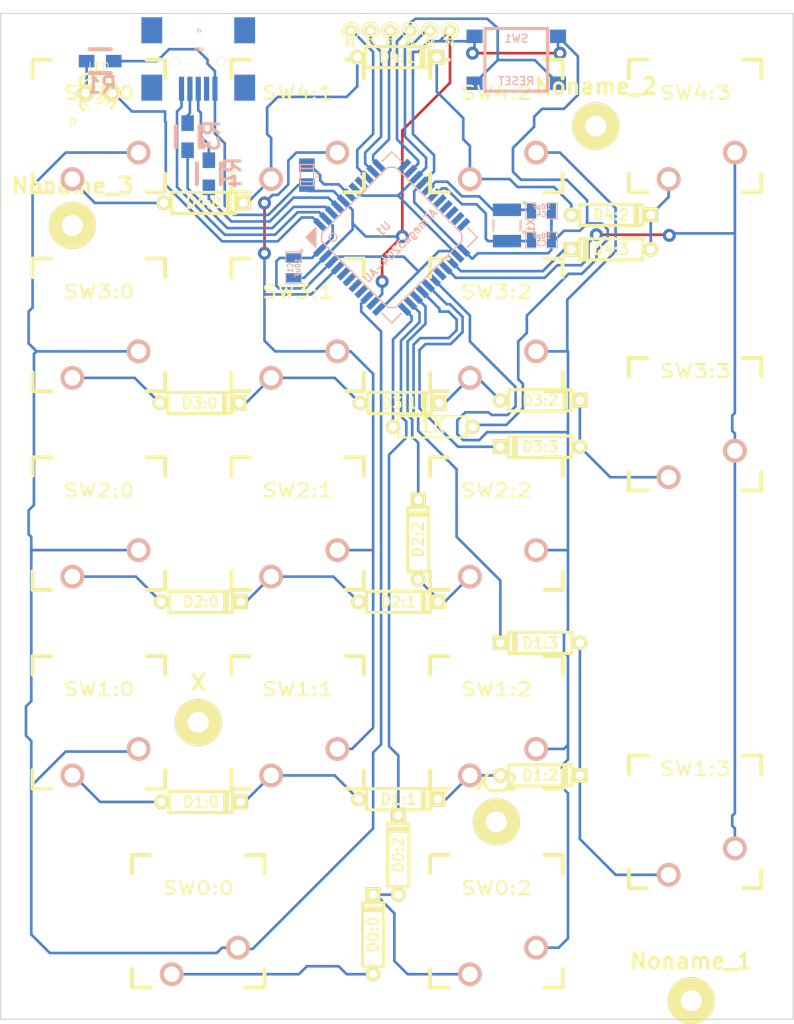
<source format=kicad_pcb>
(kicad_pcb (version 20171130) (host pcbnew "(5.1.12)-1")

  (general
    (thickness 1.6)
    (drawings 4)
    (tracks 591)
    (zones 0)
    (modules 58)
    (nets 56)
  )

  (page USLetter)
  (title_block
    (title TenKey)
    (date "27 Apr 2016")
    (rev WIP)
    (company "Ken Barbour")
    (comment 1 "Not Checked")
  )

  (layers
    (0 F.Cu signal)
    (31 B.Cu signal)
    (32 B.Adhes user hide)
    (33 F.Adhes user hide)
    (34 B.Paste user hide)
    (35 F.Paste user hide)
    (36 B.SilkS user hide)
    (37 F.SilkS user hide)
    (38 B.Mask user hide)
    (39 F.Mask user hide)
    (40 Dwgs.User user hide)
    (41 Cmts.User user hide)
    (42 Eco1.User user hide)
    (43 Eco2.User user hide)
    (44 Edge.Cuts user)
  )

  (setup
    (last_trace_width 0.254)
    (trace_clearance 0.254)
    (zone_clearance 0.508)
    (zone_45_only no)
    (trace_min 0.254)
    (via_size 1.25)
    (via_drill 0.635)
    (via_min_size 0.889)
    (via_min_drill 0.508)
    (uvia_size 0.508)
    (uvia_drill 0.127)
    (uvias_allowed no)
    (uvia_min_size 0.508)
    (uvia_min_drill 0.127)
    (edge_width 0.1)
    (segment_width 0.2)
    (pcb_text_width 0.3)
    (pcb_text_size 1.5 1.5)
    (mod_edge_width 0.15)
    (mod_text_size 1 1)
    (mod_text_width 0.15)
    (pad_size 4.50088 4.50088)
    (pad_drill 1.99898)
    (pad_to_mask_clearance 0)
    (aux_axis_origin 0 0)
    (visible_elements 7FFFFFFF)
    (pcbplotparams
      (layerselection 0x00030_ffffffff)
      (usegerberextensions false)
      (usegerberattributes true)
      (usegerberadvancedattributes true)
      (creategerberjobfile true)
      (excludeedgelayer false)
      (linewidth 0.150000)
      (plotframeref true)
      (viasonmask false)
      (mode 1)
      (useauxorigin false)
      (hpglpennumber 1)
      (hpglpenspeed 20)
      (hpglpendiameter 15.000000)
      (psnegative false)
      (psa4output false)
      (plotreference true)
      (plotvalue true)
      (plotinvisibletext false)
      (padsonsilk false)
      (subtractmaskfromsilk false)
      (outputformat 4)
      (mirror false)
      (drillshape 2)
      (scaleselection 1)
      (outputdirectory "plot/"))
  )

  (net 0 "")
  (net 1 /+5V)
  (net 2 GND)
  (net 3 "Net-(C2-Pad1)")
  (net 4 "Net-(C3-Pad1)")
  (net 5 "Net-(C4-Pad1)")
  (net 6 "Net-(D0:0-Pad2)")
  (net 7 "Net-(D0:0-Pad1)")
  (net 8 /ROW0)
  (net 9 "Net-(D1:0-Pad2)")
  (net 10 "Net-(D1:0-Pad1)")
  (net 11 "Net-(D1:1-Pad2)")
  (net 12 "Net-(D1:2-Pad2)")
  (net 13 /ROW1)
  (net 14 "Net-(D2:0-Pad2)")
  (net 15 "Net-(D2:0-Pad1)")
  (net 16 "Net-(D2:1-Pad2)")
  (net 17 /ROW2)
  (net 18 "Net-(D3:0-Pad2)")
  (net 19 "Net-(D3:0-Pad1)")
  (net 20 "Net-(D3:1-Pad2)")
  (net 21 "Net-(D3:2-Pad2)")
  (net 22 /ROW3)
  (net 23 "Net-(D4:0-Pad2)")
  (net 24 "Net-(D4:0-Pad1)")
  (net 25 "Net-(D4:1-Pad2)")
  (net 26 "Net-(D4:2-Pad2)")
  (net 27 /ROW4)
  (net 28 /LED_A)
  (net 29 "Net-(D18-Pad2)")
  (net 30 /SCK)
  (net 31 /MISO)
  (net 32 /MOSI)
  (net 33 /RESET)
  (net 34 "Net-(R3-Pad1)")
  (net 35 "Net-(J1-Pad2)")
  (net 36 "Net-(R4-Pad1)")
  (net 37 "Net-(J1-Pad3)")
  (net 38 "Net-(R5-Pad2)")
  (net 39 /COL0)
  (net 40 /COL2)
  (net 41 /COL1)
  (net 42 /COL3)
  (net 43 "Net-(U1-Pad8)")
  (net 44 "Net-(U1-Pad12)")
  (net 45 "Net-(U1-Pad18)")
  (net 46 "Net-(U1-Pad19)")
  (net 47 "Net-(U1-Pad27)")
  (net 48 "Net-(U1-Pad37)")
  (net 49 "Net-(U1-Pad38)")
  (net 50 "Net-(U1-Pad39)")
  (net 51 "Net-(U1-Pad40)")
  (net 52 "Net-(U1-Pad20)")
  (net 53 "Net-(U1-Pad21)")
  (net 54 "Net-(U1-Pad22)")
  (net 55 "Net-(J1-Pad4)")

  (net_class Default "This is the default net class."
    (clearance 0.254)
    (trace_width 0.254)
    (via_dia 1.25)
    (via_drill 0.635)
    (uvia_dia 0.508)
    (uvia_drill 0.127)
    (add_net /+5V)
    (add_net /COL0)
    (add_net /COL1)
    (add_net /COL2)
    (add_net /COL3)
    (add_net /LED_A)
    (add_net /MISO)
    (add_net /MOSI)
    (add_net /RESET)
    (add_net /ROW0)
    (add_net /ROW1)
    (add_net /ROW2)
    (add_net /ROW3)
    (add_net /ROW4)
    (add_net /SCK)
    (add_net GND)
    (add_net "Net-(C2-Pad1)")
    (add_net "Net-(C3-Pad1)")
    (add_net "Net-(C4-Pad1)")
    (add_net "Net-(D0:0-Pad1)")
    (add_net "Net-(D0:0-Pad2)")
    (add_net "Net-(D18-Pad2)")
    (add_net "Net-(D1:0-Pad1)")
    (add_net "Net-(D1:0-Pad2)")
    (add_net "Net-(D1:1-Pad2)")
    (add_net "Net-(D1:2-Pad2)")
    (add_net "Net-(D2:0-Pad1)")
    (add_net "Net-(D2:0-Pad2)")
    (add_net "Net-(D2:1-Pad2)")
    (add_net "Net-(D3:0-Pad1)")
    (add_net "Net-(D3:0-Pad2)")
    (add_net "Net-(D3:1-Pad2)")
    (add_net "Net-(D3:2-Pad2)")
    (add_net "Net-(D4:0-Pad1)")
    (add_net "Net-(D4:0-Pad2)")
    (add_net "Net-(D4:1-Pad2)")
    (add_net "Net-(D4:2-Pad2)")
    (add_net "Net-(J1-Pad2)")
    (add_net "Net-(J1-Pad3)")
    (add_net "Net-(J1-Pad4)")
    (add_net "Net-(R3-Pad1)")
    (add_net "Net-(R4-Pad1)")
    (add_net "Net-(R5-Pad2)")
    (add_net "Net-(U1-Pad12)")
    (add_net "Net-(U1-Pad18)")
    (add_net "Net-(U1-Pad19)")
    (add_net "Net-(U1-Pad20)")
    (add_net "Net-(U1-Pad21)")
    (add_net "Net-(U1-Pad22)")
    (add_net "Net-(U1-Pad27)")
    (add_net "Net-(U1-Pad37)")
    (add_net "Net-(U1-Pad38)")
    (add_net "Net-(U1-Pad39)")
    (add_net "Net-(U1-Pad40)")
    (add_net "Net-(U1-Pad8)")
  )

  (module Keyboard:CHERRY_PCB_100H (layer F.Cu) (tedit 5718F353) (tstamp 57153DFD)
    (at 130.175 71.12 180)
    (path /56FED295)
    (fp_text reference SW4:1 (at 0 3.175 180) (layer F.SilkS)
      (effects (font (size 1.27 1.524) (thickness 0.2032)))
    )
    (fp_text value DIVIDE (at 0 5.08 180) (layer F.SilkS) hide
      (effects (font (size 1.27 1.524) (thickness 0.2032)))
    )
    (fp_line (start -6.35 -6.35) (end 6.35 -6.35) (layer Cmts.User) (width 0.1524))
    (fp_line (start 6.35 -6.35) (end 6.35 6.35) (layer Cmts.User) (width 0.1524))
    (fp_line (start 6.35 6.35) (end -6.35 6.35) (layer Cmts.User) (width 0.1524))
    (fp_line (start -6.35 6.35) (end -6.35 -6.35) (layer Cmts.User) (width 0.1524))
    (fp_line (start -9.398 -9.398) (end 9.398 -9.398) (layer Dwgs.User) (width 0.1524))
    (fp_line (start 9.398 -9.398) (end 9.398 9.398) (layer Dwgs.User) (width 0.1524))
    (fp_line (start 9.398 9.398) (end -9.398 9.398) (layer Dwgs.User) (width 0.1524))
    (fp_line (start -9.398 9.398) (end -9.398 -9.398) (layer Dwgs.User) (width 0.1524))
    (fp_line (start -6.35 -6.35) (end -4.572 -6.35) (layer F.SilkS) (width 0.381))
    (fp_line (start 4.572 -6.35) (end 6.35 -6.35) (layer F.SilkS) (width 0.381))
    (fp_line (start 6.35 -6.35) (end 6.35 -4.572) (layer F.SilkS) (width 0.381))
    (fp_line (start 6.35 4.572) (end 6.35 6.35) (layer F.SilkS) (width 0.381))
    (fp_line (start 6.35 6.35) (end 4.572 6.35) (layer F.SilkS) (width 0.381))
    (fp_line (start -4.572 6.35) (end -6.35 6.35) (layer F.SilkS) (width 0.381))
    (fp_line (start -6.35 6.35) (end -6.35 4.572) (layer F.SilkS) (width 0.381))
    (fp_line (start -6.35 -4.572) (end -6.35 -6.35) (layer F.SilkS) (width 0.381))
    (fp_line (start -6.985 -6.985) (end 6.985 -6.985) (layer Eco2.User) (width 0.1524))
    (fp_line (start 6.985 -6.985) (end 6.985 6.985) (layer Eco2.User) (width 0.1524))
    (fp_line (start 6.985 6.985) (end -6.985 6.985) (layer Eco2.User) (width 0.1524))
    (fp_line (start -6.985 6.985) (end -6.985 -6.985) (layer Eco2.User) (width 0.1524))
    (fp_text user 1.00u (at 0 7.62 180) (layer Dwgs.User)
      (effects (font (size 1.524 1.524) (thickness 0.3048)))
    )
    (pad 1 thru_hole circle (at 2.54 -5.08 180) (size 2.286 2.286) (drill 1.4986) (layers *.Cu *.SilkS *.Mask)
      (net 23 "Net-(D4:0-Pad2)"))
    (pad 2 thru_hole circle (at -3.81 -2.54 180) (size 2.286 2.286) (drill 1.4986) (layers *.Cu *.SilkS *.Mask)
      (net 41 /COL1))
    (pad HOLE np_thru_hole circle (at 0 0 180) (size 3.9878 3.9878) (drill 3.9878) (layers *.Cu))
    (pad HOLE np_thru_hole circle (at -5.08 0 180) (size 1.7018 1.7018) (drill 1.7018) (layers *.Cu))
    (pad HOLE np_thru_hole circle (at 5.08 0 180) (size 1.7018 1.7018) (drill 1.7018) (layers *.Cu))
  )

  (module SMD_Packages:SM0805 (layer B.Cu) (tedit 57153511) (tstamp 571539DC)
    (at 129.794 84.709 270)
    (path /57151BF7)
    (attr smd)
    (fp_text reference C1 (at 0 0.3175 270) (layer B.SilkS)
      (effects (font (size 0.50038 0.50038) (thickness 0.10922)) (justify mirror))
    )
    (fp_text value 10uF (at 0 -0.381 270) (layer B.SilkS)
      (effects (font (size 0.50038 0.50038) (thickness 0.10922)) (justify mirror))
    )
    (fp_circle (center -1.651 -0.762) (end -1.651 -0.635) (layer B.SilkS) (width 0.09906))
    (fp_line (start -0.508 -0.762) (end -1.524 -0.762) (layer B.SilkS) (width 0.09906))
    (fp_line (start -1.524 -0.762) (end -1.524 0.762) (layer B.SilkS) (width 0.09906))
    (fp_line (start -1.524 0.762) (end -0.508 0.762) (layer B.SilkS) (width 0.09906))
    (fp_line (start 0.508 0.762) (end 1.524 0.762) (layer B.SilkS) (width 0.09906))
    (fp_line (start 1.524 0.762) (end 1.524 -0.762) (layer B.SilkS) (width 0.09906))
    (fp_line (start 1.524 -0.762) (end 0.508 -0.762) (layer B.SilkS) (width 0.09906))
    (pad 1 smd rect (at -0.9525 0 270) (size 0.889 1.397) (layers B.Cu B.Paste B.Mask)
      (net 1 /+5V))
    (pad 2 smd rect (at 0.9525 0 270) (size 0.889 1.397) (layers B.Cu B.Paste B.Mask)
      (net 2 GND))
    (model smd/chip_cms.wrl
      (at (xyz 0 0 0))
      (scale (xyz 0.1 0.1 0.1))
      (rotate (xyz 0 0 0))
    )
  )

  (module SMD_Packages:SM0805 (layer B.Cu) (tedit 57153511) (tstamp 571DD793)
    (at 153.543 82.042)
    (path /5715255E)
    (attr smd)
    (fp_text reference C3 (at 0 0.3175) (layer B.SilkS)
      (effects (font (size 0.50038 0.50038) (thickness 0.10922)) (justify mirror))
    )
    (fp_text value 10pF (at 0 -0.381) (layer B.SilkS)
      (effects (font (size 0.50038 0.50038) (thickness 0.10922)) (justify mirror))
    )
    (fp_circle (center -1.651 -0.762) (end -1.651 -0.635) (layer B.SilkS) (width 0.09906))
    (fp_line (start -0.508 -0.762) (end -1.524 -0.762) (layer B.SilkS) (width 0.09906))
    (fp_line (start -1.524 -0.762) (end -1.524 0.762) (layer B.SilkS) (width 0.09906))
    (fp_line (start -1.524 0.762) (end -0.508 0.762) (layer B.SilkS) (width 0.09906))
    (fp_line (start 0.508 0.762) (end 1.524 0.762) (layer B.SilkS) (width 0.09906))
    (fp_line (start 1.524 0.762) (end 1.524 -0.762) (layer B.SilkS) (width 0.09906))
    (fp_line (start 1.524 -0.762) (end 0.508 -0.762) (layer B.SilkS) (width 0.09906))
    (pad 1 smd rect (at -0.9525 0) (size 0.889 1.397) (layers B.Cu B.Paste B.Mask)
      (net 4 "Net-(C3-Pad1)"))
    (pad 2 smd rect (at 0.9525 0) (size 0.889 1.397) (layers B.Cu B.Paste B.Mask)
      (net 2 GND))
    (model smd/chip_cms.wrl
      (at (xyz 0 0 0))
      (scale (xyz 0.1 0.1 0.1))
      (rotate (xyz 0 0 0))
    )
  )

  (module SMD_Packages:SM0805 (layer B.Cu) (tedit 57153511) (tstamp 571DD785)
    (at 153.543 79.248)
    (path /57152546)
    (attr smd)
    (fp_text reference C4 (at 0 0.3175) (layer B.SilkS)
      (effects (font (size 0.50038 0.50038) (thickness 0.10922)) (justify mirror))
    )
    (fp_text value 10pF (at 0 -0.381) (layer B.SilkS)
      (effects (font (size 0.50038 0.50038) (thickness 0.10922)) (justify mirror))
    )
    (fp_circle (center -1.651 -0.762) (end -1.651 -0.635) (layer B.SilkS) (width 0.09906))
    (fp_line (start -0.508 -0.762) (end -1.524 -0.762) (layer B.SilkS) (width 0.09906))
    (fp_line (start -1.524 -0.762) (end -1.524 0.762) (layer B.SilkS) (width 0.09906))
    (fp_line (start -1.524 0.762) (end -0.508 0.762) (layer B.SilkS) (width 0.09906))
    (fp_line (start 0.508 0.762) (end 1.524 0.762) (layer B.SilkS) (width 0.09906))
    (fp_line (start 1.524 0.762) (end 1.524 -0.762) (layer B.SilkS) (width 0.09906))
    (fp_line (start 1.524 -0.762) (end 0.508 -0.762) (layer B.SilkS) (width 0.09906))
    (pad 1 smd rect (at -0.9525 0) (size 0.889 1.397) (layers B.Cu B.Paste B.Mask)
      (net 5 "Net-(C4-Pad1)"))
    (pad 2 smd rect (at 0.9525 0) (size 0.889 1.397) (layers B.Cu B.Paste B.Mask)
      (net 2 GND))
    (model smd/chip_cms.wrl
      (at (xyz 0 0 0))
      (scale (xyz 0.1 0.1 0.1))
      (rotate (xyz 0 0 0))
    )
  )

  (module Discret:D3 (layer F.Cu) (tedit 57153511) (tstamp 57153A0E)
    (at 137.414 148.59 90)
    (descr "Diode 3 pas")
    (tags "DIODE DEV")
    (path /56FED0D3)
    (fp_text reference D0:0 (at 0 0 90) (layer F.SilkS)
      (effects (font (size 1.016 1.016) (thickness 0.2032)))
    )
    (fp_text value DIODE (at 0 0 90) (layer F.SilkS) hide
      (effects (font (size 1.016 1.016) (thickness 0.2032)))
    )
    (fp_line (start 3.81 0) (end 3.048 0) (layer F.SilkS) (width 0.3048))
    (fp_line (start 3.048 0) (end 3.048 -1.016) (layer F.SilkS) (width 0.3048))
    (fp_line (start 3.048 -1.016) (end -3.048 -1.016) (layer F.SilkS) (width 0.3048))
    (fp_line (start -3.048 -1.016) (end -3.048 0) (layer F.SilkS) (width 0.3048))
    (fp_line (start -3.048 0) (end -3.81 0) (layer F.SilkS) (width 0.3048))
    (fp_line (start -3.048 0) (end -3.048 1.016) (layer F.SilkS) (width 0.3048))
    (fp_line (start -3.048 1.016) (end 3.048 1.016) (layer F.SilkS) (width 0.3048))
    (fp_line (start 3.048 1.016) (end 3.048 0) (layer F.SilkS) (width 0.3048))
    (fp_line (start 2.54 -1.016) (end 2.54 1.016) (layer F.SilkS) (width 0.3048))
    (fp_line (start 2.286 1.016) (end 2.286 -1.016) (layer F.SilkS) (width 0.3048))
    (pad 2 thru_hole rect (at 3.81 0 90) (size 1.397 1.397) (drill 0.8128) (layers *.Cu *.Mask F.SilkS)
      (net 6 "Net-(D0:0-Pad2)"))
    (pad 1 thru_hole circle (at -3.81 0 90) (size 1.397 1.397) (drill 0.8128) (layers *.Cu *.Mask F.SilkS)
      (net 7 "Net-(D0:0-Pad1)"))
    (model discret/diode.wrl
      (at (xyz 0 0 0))
      (scale (xyz 0.3 0.3 0.3))
      (rotate (xyz 0 0 0))
    )
  )

  (module Discret:D3 (layer F.Cu) (tedit 57153511) (tstamp 57153A1E)
    (at 139.827 140.97 90)
    (descr "Diode 3 pas")
    (tags "DIODE DEV")
    (path /56FED40B)
    (fp_text reference D0:2 (at 0 0 90) (layer F.SilkS)
      (effects (font (size 1.016 1.016) (thickness 0.2032)))
    )
    (fp_text value DIODE (at 0 0 90) (layer F.SilkS) hide
      (effects (font (size 1.016 1.016) (thickness 0.2032)))
    )
    (fp_line (start 3.81 0) (end 3.048 0) (layer F.SilkS) (width 0.3048))
    (fp_line (start 3.048 0) (end 3.048 -1.016) (layer F.SilkS) (width 0.3048))
    (fp_line (start 3.048 -1.016) (end -3.048 -1.016) (layer F.SilkS) (width 0.3048))
    (fp_line (start -3.048 -1.016) (end -3.048 0) (layer F.SilkS) (width 0.3048))
    (fp_line (start -3.048 0) (end -3.81 0) (layer F.SilkS) (width 0.3048))
    (fp_line (start -3.048 0) (end -3.048 1.016) (layer F.SilkS) (width 0.3048))
    (fp_line (start -3.048 1.016) (end 3.048 1.016) (layer F.SilkS) (width 0.3048))
    (fp_line (start 3.048 1.016) (end 3.048 0) (layer F.SilkS) (width 0.3048))
    (fp_line (start 2.54 -1.016) (end 2.54 1.016) (layer F.SilkS) (width 0.3048))
    (fp_line (start 2.286 1.016) (end 2.286 -1.016) (layer F.SilkS) (width 0.3048))
    (pad 2 thru_hole rect (at 3.81 0 90) (size 1.397 1.397) (drill 0.8128) (layers *.Cu *.Mask F.SilkS)
      (net 8 /ROW0))
    (pad 1 thru_hole circle (at -3.81 0 90) (size 1.397 1.397) (drill 0.8128) (layers *.Cu *.Mask F.SilkS)
      (net 6 "Net-(D0:0-Pad2)"))
    (model discret/diode.wrl
      (at (xyz 0 0 0))
      (scale (xyz 0.3 0.3 0.3))
      (rotate (xyz 0 0 0))
    )
  )

  (module Discret:D3 (layer F.Cu) (tedit 57153511) (tstamp 57153A2E)
    (at 120.904 135.89)
    (descr "Diode 3 pas")
    (tags "DIODE DEV")
    (path /56FED0C7)
    (fp_text reference D1:0 (at 0 0) (layer F.SilkS)
      (effects (font (size 1.016 1.016) (thickness 0.2032)))
    )
    (fp_text value DIODE (at 0 0) (layer F.SilkS) hide
      (effects (font (size 1.016 1.016) (thickness 0.2032)))
    )
    (fp_line (start 3.81 0) (end 3.048 0) (layer F.SilkS) (width 0.3048))
    (fp_line (start 3.048 0) (end 3.048 -1.016) (layer F.SilkS) (width 0.3048))
    (fp_line (start 3.048 -1.016) (end -3.048 -1.016) (layer F.SilkS) (width 0.3048))
    (fp_line (start -3.048 -1.016) (end -3.048 0) (layer F.SilkS) (width 0.3048))
    (fp_line (start -3.048 0) (end -3.81 0) (layer F.SilkS) (width 0.3048))
    (fp_line (start -3.048 0) (end -3.048 1.016) (layer F.SilkS) (width 0.3048))
    (fp_line (start -3.048 1.016) (end 3.048 1.016) (layer F.SilkS) (width 0.3048))
    (fp_line (start 3.048 1.016) (end 3.048 0) (layer F.SilkS) (width 0.3048))
    (fp_line (start 2.54 -1.016) (end 2.54 1.016) (layer F.SilkS) (width 0.3048))
    (fp_line (start 2.286 1.016) (end 2.286 -1.016) (layer F.SilkS) (width 0.3048))
    (pad 2 thru_hole rect (at 3.81 0) (size 1.397 1.397) (drill 0.8128) (layers *.Cu *.Mask F.SilkS)
      (net 9 "Net-(D1:0-Pad2)"))
    (pad 1 thru_hole circle (at -3.81 0) (size 1.397 1.397) (drill 0.8128) (layers *.Cu *.Mask F.SilkS)
      (net 10 "Net-(D1:0-Pad1)"))
    (model discret/diode.wrl
      (at (xyz 0 0 0))
      (scale (xyz 0.3 0.3 0.3))
      (rotate (xyz 0 0 0))
    )
  )

  (module Discret:D3 (layer F.Cu) (tedit 57153511) (tstamp 57153A3E)
    (at 139.827 135.636)
    (descr "Diode 3 pas")
    (tags "DIODE DEV")
    (path /56FED2BF)
    (fp_text reference D1:1 (at 0 0) (layer F.SilkS)
      (effects (font (size 1.016 1.016) (thickness 0.2032)))
    )
    (fp_text value DIODE (at 0 0) (layer F.SilkS) hide
      (effects (font (size 1.016 1.016) (thickness 0.2032)))
    )
    (fp_line (start 3.81 0) (end 3.048 0) (layer F.SilkS) (width 0.3048))
    (fp_line (start 3.048 0) (end 3.048 -1.016) (layer F.SilkS) (width 0.3048))
    (fp_line (start 3.048 -1.016) (end -3.048 -1.016) (layer F.SilkS) (width 0.3048))
    (fp_line (start -3.048 -1.016) (end -3.048 0) (layer F.SilkS) (width 0.3048))
    (fp_line (start -3.048 0) (end -3.81 0) (layer F.SilkS) (width 0.3048))
    (fp_line (start -3.048 0) (end -3.048 1.016) (layer F.SilkS) (width 0.3048))
    (fp_line (start -3.048 1.016) (end 3.048 1.016) (layer F.SilkS) (width 0.3048))
    (fp_line (start 3.048 1.016) (end 3.048 0) (layer F.SilkS) (width 0.3048))
    (fp_line (start 2.54 -1.016) (end 2.54 1.016) (layer F.SilkS) (width 0.3048))
    (fp_line (start 2.286 1.016) (end 2.286 -1.016) (layer F.SilkS) (width 0.3048))
    (pad 2 thru_hole rect (at 3.81 0) (size 1.397 1.397) (drill 0.8128) (layers *.Cu *.Mask F.SilkS)
      (net 11 "Net-(D1:1-Pad2)"))
    (pad 1 thru_hole circle (at -3.81 0) (size 1.397 1.397) (drill 0.8128) (layers *.Cu *.Mask F.SilkS)
      (net 9 "Net-(D1:0-Pad2)"))
    (model discret/diode.wrl
      (at (xyz 0 0 0))
      (scale (xyz 0.3 0.3 0.3))
      (rotate (xyz 0 0 0))
    )
  )

  (module Discret:D3 (layer F.Cu) (tedit 57153511) (tstamp 57153A4E)
    (at 153.416 133.35)
    (descr "Diode 3 pas")
    (tags "DIODE DEV")
    (path /56FED3FF)
    (fp_text reference D1:2 (at 0 0) (layer F.SilkS)
      (effects (font (size 1.016 1.016) (thickness 0.2032)))
    )
    (fp_text value DIODE (at 0 0) (layer F.SilkS) hide
      (effects (font (size 1.016 1.016) (thickness 0.2032)))
    )
    (fp_line (start 3.81 0) (end 3.048 0) (layer F.SilkS) (width 0.3048))
    (fp_line (start 3.048 0) (end 3.048 -1.016) (layer F.SilkS) (width 0.3048))
    (fp_line (start 3.048 -1.016) (end -3.048 -1.016) (layer F.SilkS) (width 0.3048))
    (fp_line (start -3.048 -1.016) (end -3.048 0) (layer F.SilkS) (width 0.3048))
    (fp_line (start -3.048 0) (end -3.81 0) (layer F.SilkS) (width 0.3048))
    (fp_line (start -3.048 0) (end -3.048 1.016) (layer F.SilkS) (width 0.3048))
    (fp_line (start -3.048 1.016) (end 3.048 1.016) (layer F.SilkS) (width 0.3048))
    (fp_line (start 3.048 1.016) (end 3.048 0) (layer F.SilkS) (width 0.3048))
    (fp_line (start 2.54 -1.016) (end 2.54 1.016) (layer F.SilkS) (width 0.3048))
    (fp_line (start 2.286 1.016) (end 2.286 -1.016) (layer F.SilkS) (width 0.3048))
    (pad 2 thru_hole rect (at 3.81 0) (size 1.397 1.397) (drill 0.8128) (layers *.Cu *.Mask F.SilkS)
      (net 12 "Net-(D1:2-Pad2)"))
    (pad 1 thru_hole circle (at -3.81 0) (size 1.397 1.397) (drill 0.8128) (layers *.Cu *.Mask F.SilkS)
      (net 11 "Net-(D1:1-Pad2)"))
    (model discret/diode.wrl
      (at (xyz 0 0 0))
      (scale (xyz 0.3 0.3 0.3))
      (rotate (xyz 0 0 0))
    )
  )

  (module Discret:D3 (layer F.Cu) (tedit 57153511) (tstamp 57153A5E)
    (at 153.416 120.65 180)
    (descr "Diode 3 pas")
    (tags "DIODE DEV")
    (path /56FED5FF)
    (fp_text reference D1:3 (at 0 0 180) (layer F.SilkS)
      (effects (font (size 1.016 1.016) (thickness 0.2032)))
    )
    (fp_text value DIODE (at 0 0 180) (layer F.SilkS) hide
      (effects (font (size 1.016 1.016) (thickness 0.2032)))
    )
    (fp_line (start 3.81 0) (end 3.048 0) (layer F.SilkS) (width 0.3048))
    (fp_line (start 3.048 0) (end 3.048 -1.016) (layer F.SilkS) (width 0.3048))
    (fp_line (start 3.048 -1.016) (end -3.048 -1.016) (layer F.SilkS) (width 0.3048))
    (fp_line (start -3.048 -1.016) (end -3.048 0) (layer F.SilkS) (width 0.3048))
    (fp_line (start -3.048 0) (end -3.81 0) (layer F.SilkS) (width 0.3048))
    (fp_line (start -3.048 0) (end -3.048 1.016) (layer F.SilkS) (width 0.3048))
    (fp_line (start -3.048 1.016) (end 3.048 1.016) (layer F.SilkS) (width 0.3048))
    (fp_line (start 3.048 1.016) (end 3.048 0) (layer F.SilkS) (width 0.3048))
    (fp_line (start 2.54 -1.016) (end 2.54 1.016) (layer F.SilkS) (width 0.3048))
    (fp_line (start 2.286 1.016) (end 2.286 -1.016) (layer F.SilkS) (width 0.3048))
    (pad 2 thru_hole rect (at 3.81 0 180) (size 1.397 1.397) (drill 0.8128) (layers *.Cu *.Mask F.SilkS)
      (net 13 /ROW1))
    (pad 1 thru_hole circle (at -3.81 0 180) (size 1.397 1.397) (drill 0.8128) (layers *.Cu *.Mask F.SilkS)
      (net 12 "Net-(D1:2-Pad2)"))
    (model discret/diode.wrl
      (at (xyz 0 0 0))
      (scale (xyz 0.3 0.3 0.3))
      (rotate (xyz 0 0 0))
    )
  )

  (module Discret:D3 (layer F.Cu) (tedit 57153511) (tstamp 57153A6E)
    (at 120.904 116.713)
    (descr "Diode 3 pas")
    (tags "DIODE DEV")
    (path /56FED0BB)
    (fp_text reference D2:0 (at 0 0) (layer F.SilkS)
      (effects (font (size 1.016 1.016) (thickness 0.2032)))
    )
    (fp_text value DIODE (at 0 0) (layer F.SilkS) hide
      (effects (font (size 1.016 1.016) (thickness 0.2032)))
    )
    (fp_line (start 3.81 0) (end 3.048 0) (layer F.SilkS) (width 0.3048))
    (fp_line (start 3.048 0) (end 3.048 -1.016) (layer F.SilkS) (width 0.3048))
    (fp_line (start 3.048 -1.016) (end -3.048 -1.016) (layer F.SilkS) (width 0.3048))
    (fp_line (start -3.048 -1.016) (end -3.048 0) (layer F.SilkS) (width 0.3048))
    (fp_line (start -3.048 0) (end -3.81 0) (layer F.SilkS) (width 0.3048))
    (fp_line (start -3.048 0) (end -3.048 1.016) (layer F.SilkS) (width 0.3048))
    (fp_line (start -3.048 1.016) (end 3.048 1.016) (layer F.SilkS) (width 0.3048))
    (fp_line (start 3.048 1.016) (end 3.048 0) (layer F.SilkS) (width 0.3048))
    (fp_line (start 2.54 -1.016) (end 2.54 1.016) (layer F.SilkS) (width 0.3048))
    (fp_line (start 2.286 1.016) (end 2.286 -1.016) (layer F.SilkS) (width 0.3048))
    (pad 2 thru_hole rect (at 3.81 0) (size 1.397 1.397) (drill 0.8128) (layers *.Cu *.Mask F.SilkS)
      (net 14 "Net-(D2:0-Pad2)"))
    (pad 1 thru_hole circle (at -3.81 0) (size 1.397 1.397) (drill 0.8128) (layers *.Cu *.Mask F.SilkS)
      (net 15 "Net-(D2:0-Pad1)"))
    (model discret/diode.wrl
      (at (xyz 0 0 0))
      (scale (xyz 0.3 0.3 0.3))
      (rotate (xyz 0 0 0))
    )
  )

  (module Discret:D3 (layer F.Cu) (tedit 57153511) (tstamp 57153A7E)
    (at 139.827 116.713)
    (descr "Diode 3 pas")
    (tags "DIODE DEV")
    (path /56FED2B3)
    (fp_text reference D2:1 (at 0 0) (layer F.SilkS)
      (effects (font (size 1.016 1.016) (thickness 0.2032)))
    )
    (fp_text value DIODE (at 0 0) (layer F.SilkS) hide
      (effects (font (size 1.016 1.016) (thickness 0.2032)))
    )
    (fp_line (start 3.81 0) (end 3.048 0) (layer F.SilkS) (width 0.3048))
    (fp_line (start 3.048 0) (end 3.048 -1.016) (layer F.SilkS) (width 0.3048))
    (fp_line (start 3.048 -1.016) (end -3.048 -1.016) (layer F.SilkS) (width 0.3048))
    (fp_line (start -3.048 -1.016) (end -3.048 0) (layer F.SilkS) (width 0.3048))
    (fp_line (start -3.048 0) (end -3.81 0) (layer F.SilkS) (width 0.3048))
    (fp_line (start -3.048 0) (end -3.048 1.016) (layer F.SilkS) (width 0.3048))
    (fp_line (start -3.048 1.016) (end 3.048 1.016) (layer F.SilkS) (width 0.3048))
    (fp_line (start 3.048 1.016) (end 3.048 0) (layer F.SilkS) (width 0.3048))
    (fp_line (start 2.54 -1.016) (end 2.54 1.016) (layer F.SilkS) (width 0.3048))
    (fp_line (start 2.286 1.016) (end 2.286 -1.016) (layer F.SilkS) (width 0.3048))
    (pad 2 thru_hole rect (at 3.81 0) (size 1.397 1.397) (drill 0.8128) (layers *.Cu *.Mask F.SilkS)
      (net 16 "Net-(D2:1-Pad2)"))
    (pad 1 thru_hole circle (at -3.81 0) (size 1.397 1.397) (drill 0.8128) (layers *.Cu *.Mask F.SilkS)
      (net 14 "Net-(D2:0-Pad2)"))
    (model discret/diode.wrl
      (at (xyz 0 0 0))
      (scale (xyz 0.3 0.3 0.3))
      (rotate (xyz 0 0 0))
    )
  )

  (module Discret:D3 (layer F.Cu) (tedit 57153511) (tstamp 57153A8E)
    (at 141.732 110.744 90)
    (descr "Diode 3 pas")
    (tags "DIODE DEV")
    (path /56FED3F3)
    (fp_text reference D2:2 (at 0 0 90) (layer F.SilkS)
      (effects (font (size 1.016 1.016) (thickness 0.2032)))
    )
    (fp_text value DIODE (at 0 0 90) (layer F.SilkS) hide
      (effects (font (size 1.016 1.016) (thickness 0.2032)))
    )
    (fp_line (start 3.81 0) (end 3.048 0) (layer F.SilkS) (width 0.3048))
    (fp_line (start 3.048 0) (end 3.048 -1.016) (layer F.SilkS) (width 0.3048))
    (fp_line (start 3.048 -1.016) (end -3.048 -1.016) (layer F.SilkS) (width 0.3048))
    (fp_line (start -3.048 -1.016) (end -3.048 0) (layer F.SilkS) (width 0.3048))
    (fp_line (start -3.048 0) (end -3.81 0) (layer F.SilkS) (width 0.3048))
    (fp_line (start -3.048 0) (end -3.048 1.016) (layer F.SilkS) (width 0.3048))
    (fp_line (start -3.048 1.016) (end 3.048 1.016) (layer F.SilkS) (width 0.3048))
    (fp_line (start 3.048 1.016) (end 3.048 0) (layer F.SilkS) (width 0.3048))
    (fp_line (start 2.54 -1.016) (end 2.54 1.016) (layer F.SilkS) (width 0.3048))
    (fp_line (start 2.286 1.016) (end 2.286 -1.016) (layer F.SilkS) (width 0.3048))
    (pad 2 thru_hole rect (at 3.81 0 90) (size 1.397 1.397) (drill 0.8128) (layers *.Cu *.Mask F.SilkS)
      (net 17 /ROW2))
    (pad 1 thru_hole circle (at -3.81 0 90) (size 1.397 1.397) (drill 0.8128) (layers *.Cu *.Mask F.SilkS)
      (net 16 "Net-(D2:1-Pad2)"))
    (model discret/diode.wrl
      (at (xyz 0 0 0))
      (scale (xyz 0.3 0.3 0.3))
      (rotate (xyz 0 0 0))
    )
  )

  (module Discret:D3 (layer F.Cu) (tedit 57153511) (tstamp 57153A9E)
    (at 120.777 97.663)
    (descr "Diode 3 pas")
    (tags "DIODE DEV")
    (path /56FED0A6)
    (fp_text reference D3:0 (at 0 0) (layer F.SilkS)
      (effects (font (size 1.016 1.016) (thickness 0.2032)))
    )
    (fp_text value DIODE (at 0 0) (layer F.SilkS) hide
      (effects (font (size 1.016 1.016) (thickness 0.2032)))
    )
    (fp_line (start 3.81 0) (end 3.048 0) (layer F.SilkS) (width 0.3048))
    (fp_line (start 3.048 0) (end 3.048 -1.016) (layer F.SilkS) (width 0.3048))
    (fp_line (start 3.048 -1.016) (end -3.048 -1.016) (layer F.SilkS) (width 0.3048))
    (fp_line (start -3.048 -1.016) (end -3.048 0) (layer F.SilkS) (width 0.3048))
    (fp_line (start -3.048 0) (end -3.81 0) (layer F.SilkS) (width 0.3048))
    (fp_line (start -3.048 0) (end -3.048 1.016) (layer F.SilkS) (width 0.3048))
    (fp_line (start -3.048 1.016) (end 3.048 1.016) (layer F.SilkS) (width 0.3048))
    (fp_line (start 3.048 1.016) (end 3.048 0) (layer F.SilkS) (width 0.3048))
    (fp_line (start 2.54 -1.016) (end 2.54 1.016) (layer F.SilkS) (width 0.3048))
    (fp_line (start 2.286 1.016) (end 2.286 -1.016) (layer F.SilkS) (width 0.3048))
    (pad 2 thru_hole rect (at 3.81 0) (size 1.397 1.397) (drill 0.8128) (layers *.Cu *.Mask F.SilkS)
      (net 18 "Net-(D3:0-Pad2)"))
    (pad 1 thru_hole circle (at -3.81 0) (size 1.397 1.397) (drill 0.8128) (layers *.Cu *.Mask F.SilkS)
      (net 19 "Net-(D3:0-Pad1)"))
    (model discret/diode.wrl
      (at (xyz 0 0 0))
      (scale (xyz 0.3 0.3 0.3))
      (rotate (xyz 0 0 0))
    )
  )

  (module Discret:D3 (layer F.Cu) (tedit 57153511) (tstamp 57153AAE)
    (at 139.954 97.663)
    (descr "Diode 3 pas")
    (tags "DIODE DEV")
    (path /56FED2A7)
    (fp_text reference D3:1 (at 0 0) (layer F.SilkS)
      (effects (font (size 1.016 1.016) (thickness 0.2032)))
    )
    (fp_text value DIODE (at 0 0) (layer F.SilkS) hide
      (effects (font (size 1.016 1.016) (thickness 0.2032)))
    )
    (fp_line (start 3.81 0) (end 3.048 0) (layer F.SilkS) (width 0.3048))
    (fp_line (start 3.048 0) (end 3.048 -1.016) (layer F.SilkS) (width 0.3048))
    (fp_line (start 3.048 -1.016) (end -3.048 -1.016) (layer F.SilkS) (width 0.3048))
    (fp_line (start -3.048 -1.016) (end -3.048 0) (layer F.SilkS) (width 0.3048))
    (fp_line (start -3.048 0) (end -3.81 0) (layer F.SilkS) (width 0.3048))
    (fp_line (start -3.048 0) (end -3.048 1.016) (layer F.SilkS) (width 0.3048))
    (fp_line (start -3.048 1.016) (end 3.048 1.016) (layer F.SilkS) (width 0.3048))
    (fp_line (start 3.048 1.016) (end 3.048 0) (layer F.SilkS) (width 0.3048))
    (fp_line (start 2.54 -1.016) (end 2.54 1.016) (layer F.SilkS) (width 0.3048))
    (fp_line (start 2.286 1.016) (end 2.286 -1.016) (layer F.SilkS) (width 0.3048))
    (pad 2 thru_hole rect (at 3.81 0) (size 1.397 1.397) (drill 0.8128) (layers *.Cu *.Mask F.SilkS)
      (net 20 "Net-(D3:1-Pad2)"))
    (pad 1 thru_hole circle (at -3.81 0) (size 1.397 1.397) (drill 0.8128) (layers *.Cu *.Mask F.SilkS)
      (net 18 "Net-(D3:0-Pad2)"))
    (model discret/diode.wrl
      (at (xyz 0 0 0))
      (scale (xyz 0.3 0.3 0.3))
      (rotate (xyz 0 0 0))
    )
  )

  (module Discret:D3 (layer F.Cu) (tedit 57153511) (tstamp 57153ABE)
    (at 153.416 97.409)
    (descr "Diode 3 pas")
    (tags "DIODE DEV")
    (path /56FED3E7)
    (fp_text reference D3:2 (at 0 0) (layer F.SilkS)
      (effects (font (size 1.016 1.016) (thickness 0.2032)))
    )
    (fp_text value DIODE (at 0 0) (layer F.SilkS) hide
      (effects (font (size 1.016 1.016) (thickness 0.2032)))
    )
    (fp_line (start 3.81 0) (end 3.048 0) (layer F.SilkS) (width 0.3048))
    (fp_line (start 3.048 0) (end 3.048 -1.016) (layer F.SilkS) (width 0.3048))
    (fp_line (start 3.048 -1.016) (end -3.048 -1.016) (layer F.SilkS) (width 0.3048))
    (fp_line (start -3.048 -1.016) (end -3.048 0) (layer F.SilkS) (width 0.3048))
    (fp_line (start -3.048 0) (end -3.81 0) (layer F.SilkS) (width 0.3048))
    (fp_line (start -3.048 0) (end -3.048 1.016) (layer F.SilkS) (width 0.3048))
    (fp_line (start -3.048 1.016) (end 3.048 1.016) (layer F.SilkS) (width 0.3048))
    (fp_line (start 3.048 1.016) (end 3.048 0) (layer F.SilkS) (width 0.3048))
    (fp_line (start 2.54 -1.016) (end 2.54 1.016) (layer F.SilkS) (width 0.3048))
    (fp_line (start 2.286 1.016) (end 2.286 -1.016) (layer F.SilkS) (width 0.3048))
    (pad 2 thru_hole rect (at 3.81 0) (size 1.397 1.397) (drill 0.8128) (layers *.Cu *.Mask F.SilkS)
      (net 21 "Net-(D3:2-Pad2)"))
    (pad 1 thru_hole circle (at -3.81 0) (size 1.397 1.397) (drill 0.8128) (layers *.Cu *.Mask F.SilkS)
      (net 20 "Net-(D3:1-Pad2)"))
    (model discret/diode.wrl
      (at (xyz 0 0 0))
      (scale (xyz 0.3 0.3 0.3))
      (rotate (xyz 0 0 0))
    )
  )

  (module Discret:D3 (layer F.Cu) (tedit 57153511) (tstamp 57153ACE)
    (at 153.416 101.854 180)
    (descr "Diode 3 pas")
    (tags "DIODE DEV")
    (path /56FED5E7)
    (fp_text reference D3:3 (at 0 0 180) (layer F.SilkS)
      (effects (font (size 1.016 1.016) (thickness 0.2032)))
    )
    (fp_text value DIODE (at 0 0 180) (layer F.SilkS) hide
      (effects (font (size 1.016 1.016) (thickness 0.2032)))
    )
    (fp_line (start 3.81 0) (end 3.048 0) (layer F.SilkS) (width 0.3048))
    (fp_line (start 3.048 0) (end 3.048 -1.016) (layer F.SilkS) (width 0.3048))
    (fp_line (start 3.048 -1.016) (end -3.048 -1.016) (layer F.SilkS) (width 0.3048))
    (fp_line (start -3.048 -1.016) (end -3.048 0) (layer F.SilkS) (width 0.3048))
    (fp_line (start -3.048 0) (end -3.81 0) (layer F.SilkS) (width 0.3048))
    (fp_line (start -3.048 0) (end -3.048 1.016) (layer F.SilkS) (width 0.3048))
    (fp_line (start -3.048 1.016) (end 3.048 1.016) (layer F.SilkS) (width 0.3048))
    (fp_line (start 3.048 1.016) (end 3.048 0) (layer F.SilkS) (width 0.3048))
    (fp_line (start 2.54 -1.016) (end 2.54 1.016) (layer F.SilkS) (width 0.3048))
    (fp_line (start 2.286 1.016) (end 2.286 -1.016) (layer F.SilkS) (width 0.3048))
    (pad 2 thru_hole rect (at 3.81 0 180) (size 1.397 1.397) (drill 0.8128) (layers *.Cu *.Mask F.SilkS)
      (net 22 /ROW3))
    (pad 1 thru_hole circle (at -3.81 0 180) (size 1.397 1.397) (drill 0.8128) (layers *.Cu *.Mask F.SilkS)
      (net 21 "Net-(D3:2-Pad2)"))
    (model discret/diode.wrl
      (at (xyz 0 0 0))
      (scale (xyz 0.3 0.3 0.3))
      (rotate (xyz 0 0 0))
    )
  )

  (module Discret:D3 (layer F.Cu) (tedit 57153511) (tstamp 57153ADE)
    (at 121.158 78.486)
    (descr "Diode 3 pas")
    (tags "DIODE DEV")
    (path /56FED088)
    (fp_text reference D4:0 (at 0 0) (layer F.SilkS)
      (effects (font (size 1.016 1.016) (thickness 0.2032)))
    )
    (fp_text value DIODE (at 0 0) (layer F.SilkS) hide
      (effects (font (size 1.016 1.016) (thickness 0.2032)))
    )
    (fp_line (start 3.81 0) (end 3.048 0) (layer F.SilkS) (width 0.3048))
    (fp_line (start 3.048 0) (end 3.048 -1.016) (layer F.SilkS) (width 0.3048))
    (fp_line (start 3.048 -1.016) (end -3.048 -1.016) (layer F.SilkS) (width 0.3048))
    (fp_line (start -3.048 -1.016) (end -3.048 0) (layer F.SilkS) (width 0.3048))
    (fp_line (start -3.048 0) (end -3.81 0) (layer F.SilkS) (width 0.3048))
    (fp_line (start -3.048 0) (end -3.048 1.016) (layer F.SilkS) (width 0.3048))
    (fp_line (start -3.048 1.016) (end 3.048 1.016) (layer F.SilkS) (width 0.3048))
    (fp_line (start 3.048 1.016) (end 3.048 0) (layer F.SilkS) (width 0.3048))
    (fp_line (start 2.54 -1.016) (end 2.54 1.016) (layer F.SilkS) (width 0.3048))
    (fp_line (start 2.286 1.016) (end 2.286 -1.016) (layer F.SilkS) (width 0.3048))
    (pad 2 thru_hole rect (at 3.81 0) (size 1.397 1.397) (drill 0.8128) (layers *.Cu *.Mask F.SilkS)
      (net 23 "Net-(D4:0-Pad2)"))
    (pad 1 thru_hole circle (at -3.81 0) (size 1.397 1.397) (drill 0.8128) (layers *.Cu *.Mask F.SilkS)
      (net 24 "Net-(D4:0-Pad1)"))
    (model discret/diode.wrl
      (at (xyz 0 0 0))
      (scale (xyz 0.3 0.3 0.3))
      (rotate (xyz 0 0 0))
    )
  )

  (module Discret:D3 (layer F.Cu) (tedit 57153511) (tstamp 57153AEE)
    (at 139.7 64.516)
    (descr "Diode 3 pas")
    (tags "DIODE DEV")
    (path /56FED29B)
    (fp_text reference D4:1 (at 0 0) (layer F.SilkS)
      (effects (font (size 1.016 1.016) (thickness 0.2032)))
    )
    (fp_text value DIODE (at 0 0) (layer F.SilkS) hide
      (effects (font (size 1.016 1.016) (thickness 0.2032)))
    )
    (fp_line (start 3.81 0) (end 3.048 0) (layer F.SilkS) (width 0.3048))
    (fp_line (start 3.048 0) (end 3.048 -1.016) (layer F.SilkS) (width 0.3048))
    (fp_line (start 3.048 -1.016) (end -3.048 -1.016) (layer F.SilkS) (width 0.3048))
    (fp_line (start -3.048 -1.016) (end -3.048 0) (layer F.SilkS) (width 0.3048))
    (fp_line (start -3.048 0) (end -3.81 0) (layer F.SilkS) (width 0.3048))
    (fp_line (start -3.048 0) (end -3.048 1.016) (layer F.SilkS) (width 0.3048))
    (fp_line (start -3.048 1.016) (end 3.048 1.016) (layer F.SilkS) (width 0.3048))
    (fp_line (start 3.048 1.016) (end 3.048 0) (layer F.SilkS) (width 0.3048))
    (fp_line (start 2.54 -1.016) (end 2.54 1.016) (layer F.SilkS) (width 0.3048))
    (fp_line (start 2.286 1.016) (end 2.286 -1.016) (layer F.SilkS) (width 0.3048))
    (pad 2 thru_hole rect (at 3.81 0) (size 1.397 1.397) (drill 0.8128) (layers *.Cu *.Mask F.SilkS)
      (net 25 "Net-(D4:1-Pad2)"))
    (pad 1 thru_hole circle (at -3.81 0) (size 1.397 1.397) (drill 0.8128) (layers *.Cu *.Mask F.SilkS)
      (net 23 "Net-(D4:0-Pad2)"))
    (model discret/diode.wrl
      (at (xyz 0 0 0))
      (scale (xyz 0.3 0.3 0.3))
      (rotate (xyz 0 0 0))
    )
  )

  (module Discret:D3 (layer F.Cu) (tedit 57153511) (tstamp 5720C3D1)
    (at 160.21 79.629)
    (descr "Diode 3 pas")
    (tags "DIODE DEV")
    (path /56FED3DB)
    (fp_text reference D4:2 (at 0 0) (layer F.SilkS)
      (effects (font (size 1.016 1.016) (thickness 0.2032)))
    )
    (fp_text value DIODE (at 0 0) (layer F.SilkS) hide
      (effects (font (size 1.016 1.016) (thickness 0.2032)))
    )
    (fp_line (start 3.81 0) (end 3.048 0) (layer F.SilkS) (width 0.3048))
    (fp_line (start 3.048 0) (end 3.048 -1.016) (layer F.SilkS) (width 0.3048))
    (fp_line (start 3.048 -1.016) (end -3.048 -1.016) (layer F.SilkS) (width 0.3048))
    (fp_line (start -3.048 -1.016) (end -3.048 0) (layer F.SilkS) (width 0.3048))
    (fp_line (start -3.048 0) (end -3.81 0) (layer F.SilkS) (width 0.3048))
    (fp_line (start -3.048 0) (end -3.048 1.016) (layer F.SilkS) (width 0.3048))
    (fp_line (start -3.048 1.016) (end 3.048 1.016) (layer F.SilkS) (width 0.3048))
    (fp_line (start 3.048 1.016) (end 3.048 0) (layer F.SilkS) (width 0.3048))
    (fp_line (start 2.54 -1.016) (end 2.54 1.016) (layer F.SilkS) (width 0.3048))
    (fp_line (start 2.286 1.016) (end 2.286 -1.016) (layer F.SilkS) (width 0.3048))
    (pad 2 thru_hole rect (at 3.81 0) (size 1.397 1.397) (drill 0.8128) (layers *.Cu *.Mask F.SilkS)
      (net 26 "Net-(D4:2-Pad2)"))
    (pad 1 thru_hole circle (at -3.81 0) (size 1.397 1.397) (drill 0.8128) (layers *.Cu *.Mask F.SilkS)
      (net 25 "Net-(D4:1-Pad2)"))
    (model discret/diode.wrl
      (at (xyz 0 0 0))
      (scale (xyz 0.3 0.3 0.3))
      (rotate (xyz 0 0 0))
    )
  )

  (module Discret:D3 (layer F.Cu) (tedit 57153511) (tstamp 5720C332)
    (at 160.21 82.931 180)
    (descr "Diode 3 pas")
    (tags "DIODE DEV")
    (path /56FED5DB)
    (fp_text reference D4:3 (at 0 0 180) (layer F.SilkS)
      (effects (font (size 1.016 1.016) (thickness 0.2032)))
    )
    (fp_text value DIODE (at 0 0 180) (layer F.SilkS) hide
      (effects (font (size 1.016 1.016) (thickness 0.2032)))
    )
    (fp_line (start 3.81 0) (end 3.048 0) (layer F.SilkS) (width 0.3048))
    (fp_line (start 3.048 0) (end 3.048 -1.016) (layer F.SilkS) (width 0.3048))
    (fp_line (start 3.048 -1.016) (end -3.048 -1.016) (layer F.SilkS) (width 0.3048))
    (fp_line (start -3.048 -1.016) (end -3.048 0) (layer F.SilkS) (width 0.3048))
    (fp_line (start -3.048 0) (end -3.81 0) (layer F.SilkS) (width 0.3048))
    (fp_line (start -3.048 0) (end -3.048 1.016) (layer F.SilkS) (width 0.3048))
    (fp_line (start -3.048 1.016) (end 3.048 1.016) (layer F.SilkS) (width 0.3048))
    (fp_line (start 3.048 1.016) (end 3.048 0) (layer F.SilkS) (width 0.3048))
    (fp_line (start 2.54 -1.016) (end 2.54 1.016) (layer F.SilkS) (width 0.3048))
    (fp_line (start 2.286 1.016) (end 2.286 -1.016) (layer F.SilkS) (width 0.3048))
    (pad 2 thru_hole rect (at 3.81 0 180) (size 1.397 1.397) (drill 0.8128) (layers *.Cu *.Mask F.SilkS)
      (net 27 /ROW4))
    (pad 1 thru_hole circle (at -3.81 0 180) (size 1.397 1.397) (drill 0.8128) (layers *.Cu *.Mask F.SilkS)
      (net 26 "Net-(D4:2-Pad2)"))
    (model discret/diode.wrl
      (at (xyz 0 0 0))
      (scale (xyz 0.3 0.3 0.3))
      (rotate (xyz 0 0 0))
    )
  )

  (module LEDs:LED-3MM (layer F.Cu) (tedit 57153511) (tstamp 57153B27)
    (at 111.125 67.945 180)
    (descr "LED 3mm - Lead pitch 100mil (2,54mm)")
    (tags "LED led 3mm 3MM 100mil 2,54mm")
    (path /56FF27A7)
    (fp_text reference D18 (at 1.778 -2.794 180) (layer F.SilkS)
      (effects (font (size 0.762 0.762) (thickness 0.0889)))
    )
    (fp_text value LED (at 0 2.54 180) (layer F.SilkS)
      (effects (font (size 0.762 0.762) (thickness 0.0889)))
    )
    (fp_line (start 1.8288 1.27) (end 1.8288 -1.27) (layer F.SilkS) (width 0.254))
    (fp_arc (start 0.254 0) (end -1.27 0) (angle 39.8) (layer F.SilkS) (width 0.1524))
    (fp_arc (start 0.254 0) (end -0.88392 1.01092) (angle 41.6) (layer F.SilkS) (width 0.1524))
    (fp_arc (start 0.254 0) (end 1.4097 -0.9906) (angle 40.6) (layer F.SilkS) (width 0.1524))
    (fp_arc (start 0.254 0) (end 1.778 0) (angle 39.8) (layer F.SilkS) (width 0.1524))
    (fp_arc (start 0.254 0) (end 0.254 -1.524) (angle 54.4) (layer F.SilkS) (width 0.1524))
    (fp_arc (start 0.254 0) (end -0.9652 -0.9144) (angle 53.1) (layer F.SilkS) (width 0.1524))
    (fp_arc (start 0.254 0) (end 1.45542 0.93472) (angle 52.1) (layer F.SilkS) (width 0.1524))
    (fp_arc (start 0.254 0) (end 0.254 1.524) (angle 52.1) (layer F.SilkS) (width 0.1524))
    (fp_arc (start 0.254 0) (end -0.381 0) (angle 90) (layer F.SilkS) (width 0.1524))
    (fp_arc (start 0.254 0) (end -0.762 0) (angle 90) (layer F.SilkS) (width 0.1524))
    (fp_arc (start 0.254 0) (end 0.889 0) (angle 90) (layer F.SilkS) (width 0.1524))
    (fp_arc (start 0.254 0) (end 1.27 0) (angle 90) (layer F.SilkS) (width 0.1524))
    (fp_arc (start 0.254 0) (end 0.254 -2.032) (angle 50.1) (layer F.SilkS) (width 0.254))
    (fp_arc (start 0.254 0) (end -1.5367 -0.95504) (angle 61.9) (layer F.SilkS) (width 0.254))
    (fp_arc (start 0.254 0) (end 1.8034 1.31064) (angle 49.7) (layer F.SilkS) (width 0.254))
    (fp_arc (start 0.254 0) (end 0.254 2.032) (angle 60.2) (layer F.SilkS) (width 0.254))
    (fp_arc (start 0.254 0) (end -1.778 0) (angle 28.3) (layer F.SilkS) (width 0.254))
    (fp_arc (start 0.254 0) (end -1.47574 1.06426) (angle 31.6) (layer F.SilkS) (width 0.254))
    (pad 1 thru_hole circle (at -1.27 0 180) (size 1.6764 1.6764) (drill 0.8128) (layers *.Cu *.Mask F.SilkS)
      (net 28 /LED_A))
    (pad 2 thru_hole circle (at 1.27 0 180) (size 1.6764 1.6764) (drill 0.8128) (layers *.Cu *.Mask F.SilkS)
      (net 29 "Net-(D18-Pad2)"))
    (model discret/leds/led3_vertical_verde.wrl
      (at (xyz 0 0 0))
      (scale (xyz 1 1 1))
      (rotate (xyz 0 0 0))
    )
  )

  (module Connect:PINTST (layer F.Cu) (tedit 57153511) (tstamp 57153B46)
    (at 135.255 61.976 180)
    (descr "module 1 pin (ou trou mecanique de percage)")
    (tags DEV)
    (path /5715339E)
    (fp_text reference P1 (at 0 -1.26746 180) (layer F.SilkS)
      (effects (font (size 0.508 0.508) (thickness 0.127)))
    )
    (fp_text value SCK (at 0 1.27 180) (layer F.SilkS) hide
      (effects (font (size 0.508 0.508) (thickness 0.127)))
    )
    (fp_circle (center 0 0) (end -0.254 -0.762) (layer F.SilkS) (width 0.127))
    (pad 1 thru_hole circle (at 0 0 180) (size 1.143 1.143) (drill 0.635) (layers *.Cu *.Mask F.SilkS)
      (net 30 /SCK))
    (model Pin_Array/pin_array_1x1.wrl
      (at (xyz 0 0 0))
      (scale (xyz 1 1 1))
      (rotate (xyz 0 0 0))
    )
  )

  (module Connect:PINTST (layer F.Cu) (tedit 57153511) (tstamp 57153B4C)
    (at 139.065 61.976 180)
    (descr "module 1 pin (ou trou mecanique de percage)")
    (tags DEV)
    (path /571533B2)
    (fp_text reference P2 (at 0 -1.26746 180) (layer F.SilkS)
      (effects (font (size 0.508 0.508) (thickness 0.127)))
    )
    (fp_text value MISO (at 0 1.27 180) (layer F.SilkS) hide
      (effects (font (size 0.508 0.508) (thickness 0.127)))
    )
    (fp_circle (center 0 0) (end -0.254 -0.762) (layer F.SilkS) (width 0.127))
    (pad 1 thru_hole circle (at 0 0 180) (size 1.143 1.143) (drill 0.635) (layers *.Cu *.Mask F.SilkS)
      (net 31 /MISO))
    (model Pin_Array/pin_array_1x1.wrl
      (at (xyz 0 0 0))
      (scale (xyz 1 1 1))
      (rotate (xyz 0 0 0))
    )
  )

  (module Connect:PINTST (layer F.Cu) (tedit 57153511) (tstamp 57153B52)
    (at 137.16 61.976 180)
    (descr "module 1 pin (ou trou mecanique de percage)")
    (tags DEV)
    (path /571533C6)
    (fp_text reference P3 (at 0 -1.26746 180) (layer F.SilkS)
      (effects (font (size 0.508 0.508) (thickness 0.127)))
    )
    (fp_text value MOSI (at 0 1.27 180) (layer F.SilkS) hide
      (effects (font (size 0.508 0.508) (thickness 0.127)))
    )
    (fp_circle (center 0 0) (end -0.254 -0.762) (layer F.SilkS) (width 0.127))
    (pad 1 thru_hole circle (at 0 0 180) (size 1.143 1.143) (drill 0.635) (layers *.Cu *.Mask F.SilkS)
      (net 32 /MOSI))
    (model Pin_Array/pin_array_1x1.wrl
      (at (xyz 0 0 0))
      (scale (xyz 1 1 1))
      (rotate (xyz 0 0 0))
    )
  )

  (module Connect:PINTST (layer F.Cu) (tedit 57153511) (tstamp 57153B58)
    (at 140.97 61.976 180)
    (descr "module 1 pin (ou trou mecanique de percage)")
    (tags DEV)
    (path /571533DA)
    (fp_text reference P4 (at 0 -1.26746 180) (layer F.SilkS)
      (effects (font (size 0.508 0.508) (thickness 0.127)))
    )
    (fp_text value RESET (at 0 1.27 180) (layer F.SilkS) hide
      (effects (font (size 0.508 0.508) (thickness 0.127)))
    )
    (fp_circle (center 0 0) (end -0.254 -0.762) (layer F.SilkS) (width 0.127))
    (pad 1 thru_hole circle (at 0 0 180) (size 1.143 1.143) (drill 0.635) (layers *.Cu *.Mask F.SilkS)
      (net 33 /RESET))
    (model Pin_Array/pin_array_1x1.wrl
      (at (xyz 0 0 0))
      (scale (xyz 1 1 1))
      (rotate (xyz 0 0 0))
    )
  )

  (module Connect:PINTST (layer F.Cu) (tedit 57153511) (tstamp 571CA739)
    (at 142.875 61.976 180)
    (descr "module 1 pin (ou trou mecanique de percage)")
    (tags DEV)
    (path /571533EE)
    (fp_text reference P5 (at 0 -1.26746 180) (layer F.SilkS)
      (effects (font (size 0.508 0.508) (thickness 0.127)))
    )
    (fp_text value 5V (at 0 1.27 180) (layer F.SilkS) hide
      (effects (font (size 0.508 0.508) (thickness 0.127)))
    )
    (fp_circle (center 0 0) (end -0.254 -0.762) (layer F.SilkS) (width 0.127))
    (pad 1 thru_hole circle (at 0 0 180) (size 1.143 1.143) (drill 0.635) (layers *.Cu *.Mask F.SilkS)
      (net 1 /+5V))
    (model Pin_Array/pin_array_1x1.wrl
      (at (xyz 0 0 0))
      (scale (xyz 1 1 1))
      (rotate (xyz 0 0 0))
    )
  )

  (module Connect:PINTST (layer F.Cu) (tedit 57153511) (tstamp 571CA732)
    (at 144.78 61.976 180)
    (descr "module 1 pin (ou trou mecanique de percage)")
    (tags DEV)
    (path /57153402)
    (fp_text reference P6 (at 0 -1.26746 180) (layer F.SilkS)
      (effects (font (size 0.508 0.508) (thickness 0.127)))
    )
    (fp_text value GND (at 0 1.27 180) (layer F.SilkS) hide
      (effects (font (size 0.508 0.508) (thickness 0.127)))
    )
    (fp_circle (center 0 0) (end -0.254 -0.762) (layer F.SilkS) (width 0.127))
    (pad 1 thru_hole circle (at 0 0 180) (size 1.143 1.143) (drill 0.635) (layers *.Cu *.Mask F.SilkS)
      (net 2 GND))
    (model Pin_Array/pin_array_1x1.wrl
      (at (xyz 0 0 0))
      (scale (xyz 1 1 1))
      (rotate (xyz 0 0 0))
    )
  )

  (module Keyboard:CHERRY_PCB_200H (layer F.Cu) (tedit 57153511) (tstamp 57153BF4)
    (at 120.65 147.32 180)
    (path /56FED0CD)
    (fp_text reference SW0:0 (at 0 3.175 180) (layer F.SilkS)
      (effects (font (size 1.27 1.524) (thickness 0.2032)))
    )
    (fp_text value NUM_0 (at 0 5.08 180) (layer F.SilkS) hide
      (effects (font (size 1.27 1.524) (thickness 0.2032)))
    )
    (fp_line (start -6.35 -6.35) (end 6.35 -6.35) (layer Cmts.User) (width 0.1524))
    (fp_line (start 6.35 -6.35) (end 6.35 6.35) (layer Cmts.User) (width 0.1524))
    (fp_line (start 6.35 6.35) (end -6.35 6.35) (layer Cmts.User) (width 0.1524))
    (fp_line (start -6.35 6.35) (end -6.35 -6.35) (layer Cmts.User) (width 0.1524))
    (fp_line (start -18.923 -9.398) (end 18.923 -9.398) (layer Dwgs.User) (width 0.1524))
    (fp_line (start 18.923 -9.398) (end 18.923 9.398) (layer Dwgs.User) (width 0.1524))
    (fp_line (start 18.923 9.398) (end -18.923 9.398) (layer Dwgs.User) (width 0.1524))
    (fp_line (start -18.923 9.398) (end -18.923 -9.398) (layer Dwgs.User) (width 0.1524))
    (fp_line (start -6.35 -6.35) (end -4.572 -6.35) (layer F.SilkS) (width 0.381))
    (fp_line (start 4.572 -6.35) (end 6.35 -6.35) (layer F.SilkS) (width 0.381))
    (fp_line (start 6.35 -6.35) (end 6.35 -4.572) (layer F.SilkS) (width 0.381))
    (fp_line (start 6.35 4.572) (end 6.35 6.35) (layer F.SilkS) (width 0.381))
    (fp_line (start 6.35 6.35) (end 4.572 6.35) (layer F.SilkS) (width 0.381))
    (fp_line (start -4.572 6.35) (end -6.35 6.35) (layer F.SilkS) (width 0.381))
    (fp_line (start -6.35 6.35) (end -6.35 4.572) (layer F.SilkS) (width 0.381))
    (fp_line (start -6.35 -4.572) (end -6.35 -6.35) (layer F.SilkS) (width 0.381))
    (fp_line (start -6.985 -6.985) (end 6.985 -6.985) (layer Eco2.User) (width 0.1524))
    (fp_line (start 6.985 -6.985) (end 6.985 -4.8768) (layer Eco2.User) (width 0.1524))
    (fp_line (start 6.985 -4.8768) (end 8.6106 -4.8768) (layer Eco2.User) (width 0.1524))
    (fp_line (start 8.6106 -4.8768) (end 8.6106 -5.6896) (layer Eco2.User) (width 0.1524))
    (fp_line (start 8.6106 -5.6896) (end 15.2654 -5.6896) (layer Eco2.User) (width 0.1524))
    (fp_line (start 15.2654 -5.6896) (end 15.2654 -2.286) (layer Eco2.User) (width 0.1524))
    (fp_line (start 15.2654 -2.286) (end 16.129 -2.286) (layer Eco2.User) (width 0.1524))
    (fp_line (start 16.129 -2.286) (end 16.129 0.508) (layer Eco2.User) (width 0.1524))
    (fp_line (start 16.129 0.508) (end 15.2654 0.508) (layer Eco2.User) (width 0.1524))
    (fp_line (start 15.2654 0.508) (end 15.2654 6.604) (layer Eco2.User) (width 0.1524))
    (fp_line (start 15.2654 6.604) (end 14.224 6.604) (layer Eco2.User) (width 0.1524))
    (fp_line (start 14.224 6.604) (end 14.224 7.7724) (layer Eco2.User) (width 0.1524))
    (fp_line (start 14.224 7.7724) (end 9.652 7.7724) (layer Eco2.User) (width 0.1524))
    (fp_line (start 9.652 7.7724) (end 9.652 6.604) (layer Eco2.User) (width 0.1524))
    (fp_line (start 9.652 6.604) (end 8.6106 6.604) (layer Eco2.User) (width 0.1524))
    (fp_line (start 8.6106 6.604) (end 8.6106 5.8166) (layer Eco2.User) (width 0.1524))
    (fp_line (start 8.6106 5.8166) (end 6.985 5.8166) (layer Eco2.User) (width 0.1524))
    (fp_line (start 6.985 5.8166) (end 6.985 6.985) (layer Eco2.User) (width 0.1524))
    (fp_line (start 6.985 6.985) (end -6.985 6.985) (layer Eco2.User) (width 0.1524))
    (fp_line (start -6.985 6.985) (end -6.985 5.8166) (layer Eco2.User) (width 0.1524))
    (fp_line (start -6.985 5.8166) (end -8.6106 5.8166) (layer Eco2.User) (width 0.1524))
    (fp_line (start -8.6106 5.8166) (end -8.6106 6.604) (layer Eco2.User) (width 0.1524))
    (fp_line (start -8.6106 6.604) (end -9.652 6.604) (layer Eco2.User) (width 0.1524))
    (fp_line (start -9.652 6.604) (end -9.652 7.7724) (layer Eco2.User) (width 0.1524))
    (fp_line (start -9.652 7.7724) (end -14.224 7.7724) (layer Eco2.User) (width 0.1524))
    (fp_line (start -14.224 7.7724) (end -14.224 6.604) (layer Eco2.User) (width 0.1524))
    (fp_line (start -14.224 6.604) (end -15.2654 6.604) (layer Eco2.User) (width 0.1524))
    (fp_line (start -15.2654 6.604) (end -15.2654 0.508) (layer Eco2.User) (width 0.1524))
    (fp_line (start -15.2654 0.508) (end -16.129 0.508) (layer Eco2.User) (width 0.1524))
    (fp_line (start -16.129 0.508) (end -16.129 -2.286) (layer Eco2.User) (width 0.1524))
    (fp_line (start -16.129 -2.286) (end -15.2654 -2.286) (layer Eco2.User) (width 0.1524))
    (fp_line (start -15.2654 -2.286) (end -15.2654 -5.6896) (layer Eco2.User) (width 0.1524))
    (fp_line (start -15.2654 -5.6896) (end -8.6106 -5.6896) (layer Eco2.User) (width 0.1524))
    (fp_line (start -8.6106 -5.6896) (end -8.6106 -4.8768) (layer Eco2.User) (width 0.1524))
    (fp_line (start -8.6106 -4.8768) (end -6.985 -4.8768) (layer Eco2.User) (width 0.1524))
    (fp_line (start -6.985 -4.8768) (end -6.985 -6.985) (layer Eco2.User) (width 0.1524))
    (fp_line (start 15.367 -7.62) (end 8.509 -7.62) (layer Cmts.User) (width 0.1524))
    (fp_line (start 8.509 -7.62) (end 8.509 7.62) (layer Cmts.User) (width 0.1524))
    (fp_line (start 8.509 7.62) (end -8.509 7.62) (layer Cmts.User) (width 0.1524))
    (fp_line (start -8.509 7.62) (end -8.509 -7.62) (layer Cmts.User) (width 0.1524))
    (fp_line (start -8.509 -7.62) (end -15.367 -7.62) (layer Cmts.User) (width 0.1524))
    (fp_line (start -15.367 -7.62) (end -15.367 10.16) (layer Cmts.User) (width 0.1524))
    (fp_line (start -15.367 10.16) (end 15.367 10.16) (layer Cmts.User) (width 0.1524))
    (fp_line (start 15.367 10.16) (end 15.367 -7.62) (layer Cmts.User) (width 0.1524))
    (fp_text user 2.00u (at -15.24 8.255 180) (layer Dwgs.User)
      (effects (font (size 1.524 1.524) (thickness 0.3048)))
    )
    (pad 1 thru_hole circle (at 2.54 -5.08 180) (size 2.286 2.286) (drill 1.4986) (layers *.Cu *.SilkS *.Mask)
      (net 7 "Net-(D0:0-Pad1)"))
    (pad 2 thru_hole circle (at -3.81 -2.54 180) (size 2.286 2.286) (drill 1.4986) (layers *.Cu *.SilkS *.Mask)
      (net 39 /COL0))
    (pad HOLE np_thru_hole circle (at 0 0 180) (size 3.9878 3.9878) (drill 3.9878) (layers *.Cu))
    (pad HOLE np_thru_hole circle (at -5.08 0 180) (size 1.7018 1.7018) (drill 1.7018) (layers *.Cu))
    (pad HOLE np_thru_hole circle (at 5.08 0 180) (size 1.7018 1.7018) (drill 1.7018) (layers *.Cu))
    (pad HOLE np_thru_hole circle (at -11.938 -6.985 180) (size 3.048 3.048) (drill 3.048) (layers *.Cu))
    (pad HOLE np_thru_hole circle (at 11.938 -6.985 180) (size 3.048 3.048) (drill 3.048) (layers *.Cu))
    (pad HOLE np_thru_hole circle (at -11.938 8.255 180) (size 3.9878 3.9878) (drill 3.9878) (layers *.Cu))
    (pad HOLE np_thru_hole circle (at 11.938 8.255 180) (size 3.9878 3.9878) (drill 3.9878) (layers *.Cu))
  )

  (module Keyboard:CHERRY_PCB_100H (layer F.Cu) (tedit 57153511) (tstamp 57153C12)
    (at 149.225 147.32 180)
    (path /56FED405)
    (fp_text reference SW0:2 (at 0 3.175 180) (layer F.SilkS)
      (effects (font (size 1.27 1.524) (thickness 0.2032)))
    )
    (fp_text value DOT (at 0 5.08 180) (layer F.SilkS) hide
      (effects (font (size 1.27 1.524) (thickness 0.2032)))
    )
    (fp_line (start -6.35 -6.35) (end 6.35 -6.35) (layer Cmts.User) (width 0.1524))
    (fp_line (start 6.35 -6.35) (end 6.35 6.35) (layer Cmts.User) (width 0.1524))
    (fp_line (start 6.35 6.35) (end -6.35 6.35) (layer Cmts.User) (width 0.1524))
    (fp_line (start -6.35 6.35) (end -6.35 -6.35) (layer Cmts.User) (width 0.1524))
    (fp_line (start -9.398 -9.398) (end 9.398 -9.398) (layer Dwgs.User) (width 0.1524))
    (fp_line (start 9.398 -9.398) (end 9.398 9.398) (layer Dwgs.User) (width 0.1524))
    (fp_line (start 9.398 9.398) (end -9.398 9.398) (layer Dwgs.User) (width 0.1524))
    (fp_line (start -9.398 9.398) (end -9.398 -9.398) (layer Dwgs.User) (width 0.1524))
    (fp_line (start -6.35 -6.35) (end -4.572 -6.35) (layer F.SilkS) (width 0.381))
    (fp_line (start 4.572 -6.35) (end 6.35 -6.35) (layer F.SilkS) (width 0.381))
    (fp_line (start 6.35 -6.35) (end 6.35 -4.572) (layer F.SilkS) (width 0.381))
    (fp_line (start 6.35 4.572) (end 6.35 6.35) (layer F.SilkS) (width 0.381))
    (fp_line (start 6.35 6.35) (end 4.572 6.35) (layer F.SilkS) (width 0.381))
    (fp_line (start -4.572 6.35) (end -6.35 6.35) (layer F.SilkS) (width 0.381))
    (fp_line (start -6.35 6.35) (end -6.35 4.572) (layer F.SilkS) (width 0.381))
    (fp_line (start -6.35 -4.572) (end -6.35 -6.35) (layer F.SilkS) (width 0.381))
    (fp_line (start -6.985 -6.985) (end 6.985 -6.985) (layer Eco2.User) (width 0.1524))
    (fp_line (start 6.985 -6.985) (end 6.985 6.985) (layer Eco2.User) (width 0.1524))
    (fp_line (start 6.985 6.985) (end -6.985 6.985) (layer Eco2.User) (width 0.1524))
    (fp_line (start -6.985 6.985) (end -6.985 -6.985) (layer Eco2.User) (width 0.1524))
    (fp_text user 1.00u (at -5.715 8.255 180) (layer Dwgs.User)
      (effects (font (size 1.524 1.524) (thickness 0.3048)))
    )
    (pad 1 thru_hole circle (at 2.54 -5.08 180) (size 2.286 2.286) (drill 1.4986) (layers *.Cu *.SilkS *.Mask)
      (net 6 "Net-(D0:0-Pad2)"))
    (pad 2 thru_hole circle (at -3.81 -2.54 180) (size 2.286 2.286) (drill 1.4986) (layers *.Cu *.SilkS *.Mask)
      (net 40 /COL2))
    (pad HOLE np_thru_hole circle (at 0 0 180) (size 3.9878 3.9878) (drill 3.9878) (layers *.Cu))
    (pad HOLE np_thru_hole circle (at -5.08 0 180) (size 1.7018 1.7018) (drill 1.7018) (layers *.Cu))
    (pad HOLE np_thru_hole circle (at 5.08 0 180) (size 1.7018 1.7018) (drill 1.7018) (layers *.Cu))
  )

  (module Keyboard:CHERRY_PCB_100H (layer F.Cu) (tedit 57153511) (tstamp 57153C3D)
    (at 111.125 128.27 180)
    (path /56FED0C1)
    (fp_text reference SW1:0 (at 0 3.175 180) (layer F.SilkS)
      (effects (font (size 1.27 1.524) (thickness 0.2032)))
    )
    (fp_text value NUM_1 (at 0 5.08 180) (layer F.SilkS) hide
      (effects (font (size 1.27 1.524) (thickness 0.2032)))
    )
    (fp_line (start -6.35 -6.35) (end 6.35 -6.35) (layer Cmts.User) (width 0.1524))
    (fp_line (start 6.35 -6.35) (end 6.35 6.35) (layer Cmts.User) (width 0.1524))
    (fp_line (start 6.35 6.35) (end -6.35 6.35) (layer Cmts.User) (width 0.1524))
    (fp_line (start -6.35 6.35) (end -6.35 -6.35) (layer Cmts.User) (width 0.1524))
    (fp_line (start -9.398 -9.398) (end 9.398 -9.398) (layer Dwgs.User) (width 0.1524))
    (fp_line (start 9.398 -9.398) (end 9.398 9.398) (layer Dwgs.User) (width 0.1524))
    (fp_line (start 9.398 9.398) (end -9.398 9.398) (layer Dwgs.User) (width 0.1524))
    (fp_line (start -9.398 9.398) (end -9.398 -9.398) (layer Dwgs.User) (width 0.1524))
    (fp_line (start -6.35 -6.35) (end -4.572 -6.35) (layer F.SilkS) (width 0.381))
    (fp_line (start 4.572 -6.35) (end 6.35 -6.35) (layer F.SilkS) (width 0.381))
    (fp_line (start 6.35 -6.35) (end 6.35 -4.572) (layer F.SilkS) (width 0.381))
    (fp_line (start 6.35 4.572) (end 6.35 6.35) (layer F.SilkS) (width 0.381))
    (fp_line (start 6.35 6.35) (end 4.572 6.35) (layer F.SilkS) (width 0.381))
    (fp_line (start -4.572 6.35) (end -6.35 6.35) (layer F.SilkS) (width 0.381))
    (fp_line (start -6.35 6.35) (end -6.35 4.572) (layer F.SilkS) (width 0.381))
    (fp_line (start -6.35 -4.572) (end -6.35 -6.35) (layer F.SilkS) (width 0.381))
    (fp_line (start -6.985 -6.985) (end 6.985 -6.985) (layer Eco2.User) (width 0.1524))
    (fp_line (start 6.985 -6.985) (end 6.985 6.985) (layer Eco2.User) (width 0.1524))
    (fp_line (start 6.985 6.985) (end -6.985 6.985) (layer Eco2.User) (width 0.1524))
    (fp_line (start -6.985 6.985) (end -6.985 -6.985) (layer Eco2.User) (width 0.1524))
    (fp_text user 1.00u (at -5.715 8.255 180) (layer Dwgs.User)
      (effects (font (size 1.524 1.524) (thickness 0.3048)))
    )
    (pad 1 thru_hole circle (at 2.54 -5.08 180) (size 2.286 2.286) (drill 1.4986) (layers *.Cu *.SilkS *.Mask)
      (net 10 "Net-(D1:0-Pad1)"))
    (pad 2 thru_hole circle (at -3.81 -2.54 180) (size 2.286 2.286) (drill 1.4986) (layers *.Cu *.SilkS *.Mask)
      (net 39 /COL0))
    (pad HOLE np_thru_hole circle (at 0 0 180) (size 3.9878 3.9878) (drill 3.9878) (layers *.Cu))
    (pad HOLE np_thru_hole circle (at -5.08 0 180) (size 1.7018 1.7018) (drill 1.7018) (layers *.Cu))
    (pad HOLE np_thru_hole circle (at 5.08 0 180) (size 1.7018 1.7018) (drill 1.7018) (layers *.Cu))
  )

  (module Keyboard:CHERRY_PCB_100H (layer F.Cu) (tedit 57153511) (tstamp 57153C5B)
    (at 130.175 128.27 180)
    (path /56FED2B9)
    (fp_text reference SW1:1 (at 0 3.175 180) (layer F.SilkS)
      (effects (font (size 1.27 1.524) (thickness 0.2032)))
    )
    (fp_text value NUM_2 (at 0 5.08 180) (layer F.SilkS) hide
      (effects (font (size 1.27 1.524) (thickness 0.2032)))
    )
    (fp_line (start -6.35 -6.35) (end 6.35 -6.35) (layer Cmts.User) (width 0.1524))
    (fp_line (start 6.35 -6.35) (end 6.35 6.35) (layer Cmts.User) (width 0.1524))
    (fp_line (start 6.35 6.35) (end -6.35 6.35) (layer Cmts.User) (width 0.1524))
    (fp_line (start -6.35 6.35) (end -6.35 -6.35) (layer Cmts.User) (width 0.1524))
    (fp_line (start -9.398 -9.398) (end 9.398 -9.398) (layer Dwgs.User) (width 0.1524))
    (fp_line (start 9.398 -9.398) (end 9.398 9.398) (layer Dwgs.User) (width 0.1524))
    (fp_line (start 9.398 9.398) (end -9.398 9.398) (layer Dwgs.User) (width 0.1524))
    (fp_line (start -9.398 9.398) (end -9.398 -9.398) (layer Dwgs.User) (width 0.1524))
    (fp_line (start -6.35 -6.35) (end -4.572 -6.35) (layer F.SilkS) (width 0.381))
    (fp_line (start 4.572 -6.35) (end 6.35 -6.35) (layer F.SilkS) (width 0.381))
    (fp_line (start 6.35 -6.35) (end 6.35 -4.572) (layer F.SilkS) (width 0.381))
    (fp_line (start 6.35 4.572) (end 6.35 6.35) (layer F.SilkS) (width 0.381))
    (fp_line (start 6.35 6.35) (end 4.572 6.35) (layer F.SilkS) (width 0.381))
    (fp_line (start -4.572 6.35) (end -6.35 6.35) (layer F.SilkS) (width 0.381))
    (fp_line (start -6.35 6.35) (end -6.35 4.572) (layer F.SilkS) (width 0.381))
    (fp_line (start -6.35 -4.572) (end -6.35 -6.35) (layer F.SilkS) (width 0.381))
    (fp_line (start -6.985 -6.985) (end 6.985 -6.985) (layer Eco2.User) (width 0.1524))
    (fp_line (start 6.985 -6.985) (end 6.985 6.985) (layer Eco2.User) (width 0.1524))
    (fp_line (start 6.985 6.985) (end -6.985 6.985) (layer Eco2.User) (width 0.1524))
    (fp_line (start -6.985 6.985) (end -6.985 -6.985) (layer Eco2.User) (width 0.1524))
    (fp_text user 1.00u (at -5.715 8.255 180) (layer Dwgs.User)
      (effects (font (size 1.524 1.524) (thickness 0.3048)))
    )
    (pad 1 thru_hole circle (at 2.54 -5.08 180) (size 2.286 2.286) (drill 1.4986) (layers *.Cu *.SilkS *.Mask)
      (net 9 "Net-(D1:0-Pad2)"))
    (pad 2 thru_hole circle (at -3.81 -2.54 180) (size 2.286 2.286) (drill 1.4986) (layers *.Cu *.SilkS *.Mask)
      (net 41 /COL1))
    (pad HOLE np_thru_hole circle (at 0 0 180) (size 3.9878 3.9878) (drill 3.9878) (layers *.Cu))
    (pad HOLE np_thru_hole circle (at -5.08 0 180) (size 1.7018 1.7018) (drill 1.7018) (layers *.Cu))
    (pad HOLE np_thru_hole circle (at 5.08 0 180) (size 1.7018 1.7018) (drill 1.7018) (layers *.Cu))
  )

  (module Keyboard:CHERRY_PCB_100H (layer F.Cu) (tedit 57153511) (tstamp 57153C79)
    (at 149.225 128.27 180)
    (path /56FED3F9)
    (fp_text reference SW1:2 (at 0 3.175 180) (layer F.SilkS)
      (effects (font (size 1.27 1.524) (thickness 0.2032)))
    )
    (fp_text value NUM_3 (at 0 5.08 180) (layer F.SilkS) hide
      (effects (font (size 1.27 1.524) (thickness 0.2032)))
    )
    (fp_line (start -6.35 -6.35) (end 6.35 -6.35) (layer Cmts.User) (width 0.1524))
    (fp_line (start 6.35 -6.35) (end 6.35 6.35) (layer Cmts.User) (width 0.1524))
    (fp_line (start 6.35 6.35) (end -6.35 6.35) (layer Cmts.User) (width 0.1524))
    (fp_line (start -6.35 6.35) (end -6.35 -6.35) (layer Cmts.User) (width 0.1524))
    (fp_line (start -9.398 -9.398) (end 9.398 -9.398) (layer Dwgs.User) (width 0.1524))
    (fp_line (start 9.398 -9.398) (end 9.398 9.398) (layer Dwgs.User) (width 0.1524))
    (fp_line (start 9.398 9.398) (end -9.398 9.398) (layer Dwgs.User) (width 0.1524))
    (fp_line (start -9.398 9.398) (end -9.398 -9.398) (layer Dwgs.User) (width 0.1524))
    (fp_line (start -6.35 -6.35) (end -4.572 -6.35) (layer F.SilkS) (width 0.381))
    (fp_line (start 4.572 -6.35) (end 6.35 -6.35) (layer F.SilkS) (width 0.381))
    (fp_line (start 6.35 -6.35) (end 6.35 -4.572) (layer F.SilkS) (width 0.381))
    (fp_line (start 6.35 4.572) (end 6.35 6.35) (layer F.SilkS) (width 0.381))
    (fp_line (start 6.35 6.35) (end 4.572 6.35) (layer F.SilkS) (width 0.381))
    (fp_line (start -4.572 6.35) (end -6.35 6.35) (layer F.SilkS) (width 0.381))
    (fp_line (start -6.35 6.35) (end -6.35 4.572) (layer F.SilkS) (width 0.381))
    (fp_line (start -6.35 -4.572) (end -6.35 -6.35) (layer F.SilkS) (width 0.381))
    (fp_line (start -6.985 -6.985) (end 6.985 -6.985) (layer Eco2.User) (width 0.1524))
    (fp_line (start 6.985 -6.985) (end 6.985 6.985) (layer Eco2.User) (width 0.1524))
    (fp_line (start 6.985 6.985) (end -6.985 6.985) (layer Eco2.User) (width 0.1524))
    (fp_line (start -6.985 6.985) (end -6.985 -6.985) (layer Eco2.User) (width 0.1524))
    (fp_text user 1.00u (at -5.715 8.255 180) (layer Dwgs.User)
      (effects (font (size 1.524 1.524) (thickness 0.3048)))
    )
    (pad 1 thru_hole circle (at 2.54 -5.08 180) (size 2.286 2.286) (drill 1.4986) (layers *.Cu *.SilkS *.Mask)
      (net 11 "Net-(D1:1-Pad2)"))
    (pad 2 thru_hole circle (at -3.81 -2.54 180) (size 2.286 2.286) (drill 1.4986) (layers *.Cu *.SilkS *.Mask)
      (net 40 /COL2))
    (pad HOLE np_thru_hole circle (at 0 0 180) (size 3.9878 3.9878) (drill 3.9878) (layers *.Cu))
    (pad HOLE np_thru_hole circle (at -5.08 0 180) (size 1.7018 1.7018) (drill 1.7018) (layers *.Cu))
    (pad HOLE np_thru_hole circle (at 5.08 0 180) (size 1.7018 1.7018) (drill 1.7018) (layers *.Cu))
  )

  (module Keyboard:CHERRY_PCB_100H (layer F.Cu) (tedit 57153511) (tstamp 57153CE1)
    (at 111.125 109.22 180)
    (path /56FED0B5)
    (fp_text reference SW2:0 (at 0 3.175 180) (layer F.SilkS)
      (effects (font (size 1.27 1.524) (thickness 0.2032)))
    )
    (fp_text value NUM_4 (at 0 5.08 180) (layer F.SilkS) hide
      (effects (font (size 1.27 1.524) (thickness 0.2032)))
    )
    (fp_line (start -6.35 -6.35) (end 6.35 -6.35) (layer Cmts.User) (width 0.1524))
    (fp_line (start 6.35 -6.35) (end 6.35 6.35) (layer Cmts.User) (width 0.1524))
    (fp_line (start 6.35 6.35) (end -6.35 6.35) (layer Cmts.User) (width 0.1524))
    (fp_line (start -6.35 6.35) (end -6.35 -6.35) (layer Cmts.User) (width 0.1524))
    (fp_line (start -9.398 -9.398) (end 9.398 -9.398) (layer Dwgs.User) (width 0.1524))
    (fp_line (start 9.398 -9.398) (end 9.398 9.398) (layer Dwgs.User) (width 0.1524))
    (fp_line (start 9.398 9.398) (end -9.398 9.398) (layer Dwgs.User) (width 0.1524))
    (fp_line (start -9.398 9.398) (end -9.398 -9.398) (layer Dwgs.User) (width 0.1524))
    (fp_line (start -6.35 -6.35) (end -4.572 -6.35) (layer F.SilkS) (width 0.381))
    (fp_line (start 4.572 -6.35) (end 6.35 -6.35) (layer F.SilkS) (width 0.381))
    (fp_line (start 6.35 -6.35) (end 6.35 -4.572) (layer F.SilkS) (width 0.381))
    (fp_line (start 6.35 4.572) (end 6.35 6.35) (layer F.SilkS) (width 0.381))
    (fp_line (start 6.35 6.35) (end 4.572 6.35) (layer F.SilkS) (width 0.381))
    (fp_line (start -4.572 6.35) (end -6.35 6.35) (layer F.SilkS) (width 0.381))
    (fp_line (start -6.35 6.35) (end -6.35 4.572) (layer F.SilkS) (width 0.381))
    (fp_line (start -6.35 -4.572) (end -6.35 -6.35) (layer F.SilkS) (width 0.381))
    (fp_line (start -6.985 -6.985) (end 6.985 -6.985) (layer Eco2.User) (width 0.1524))
    (fp_line (start 6.985 -6.985) (end 6.985 6.985) (layer Eco2.User) (width 0.1524))
    (fp_line (start 6.985 6.985) (end -6.985 6.985) (layer Eco2.User) (width 0.1524))
    (fp_line (start -6.985 6.985) (end -6.985 -6.985) (layer Eco2.User) (width 0.1524))
    (fp_text user 1.00u (at -5.715 8.255 180) (layer Dwgs.User)
      (effects (font (size 1.524 1.524) (thickness 0.3048)))
    )
    (pad 1 thru_hole circle (at 2.54 -5.08 180) (size 2.286 2.286) (drill 1.4986) (layers *.Cu *.SilkS *.Mask)
      (net 15 "Net-(D2:0-Pad1)"))
    (pad 2 thru_hole circle (at -3.81 -2.54 180) (size 2.286 2.286) (drill 1.4986) (layers *.Cu *.SilkS *.Mask)
      (net 39 /COL0))
    (pad HOLE np_thru_hole circle (at 0 0 180) (size 3.9878 3.9878) (drill 3.9878) (layers *.Cu))
    (pad HOLE np_thru_hole circle (at -5.08 0 180) (size 1.7018 1.7018) (drill 1.7018) (layers *.Cu))
    (pad HOLE np_thru_hole circle (at 5.08 0 180) (size 1.7018 1.7018) (drill 1.7018) (layers *.Cu))
  )

  (module Keyboard:CHERRY_PCB_100H (layer F.Cu) (tedit 57153511) (tstamp 57153CFF)
    (at 130.175 109.22 180)
    (path /56FED2AD)
    (fp_text reference SW2:1 (at 0 3.175 180) (layer F.SilkS)
      (effects (font (size 1.27 1.524) (thickness 0.2032)))
    )
    (fp_text value NUM_5 (at 0 5.08 180) (layer F.SilkS) hide
      (effects (font (size 1.27 1.524) (thickness 0.2032)))
    )
    (fp_line (start -6.35 -6.35) (end 6.35 -6.35) (layer Cmts.User) (width 0.1524))
    (fp_line (start 6.35 -6.35) (end 6.35 6.35) (layer Cmts.User) (width 0.1524))
    (fp_line (start 6.35 6.35) (end -6.35 6.35) (layer Cmts.User) (width 0.1524))
    (fp_line (start -6.35 6.35) (end -6.35 -6.35) (layer Cmts.User) (width 0.1524))
    (fp_line (start -9.398 -9.398) (end 9.398 -9.398) (layer Dwgs.User) (width 0.1524))
    (fp_line (start 9.398 -9.398) (end 9.398 9.398) (layer Dwgs.User) (width 0.1524))
    (fp_line (start 9.398 9.398) (end -9.398 9.398) (layer Dwgs.User) (width 0.1524))
    (fp_line (start -9.398 9.398) (end -9.398 -9.398) (layer Dwgs.User) (width 0.1524))
    (fp_line (start -6.35 -6.35) (end -4.572 -6.35) (layer F.SilkS) (width 0.381))
    (fp_line (start 4.572 -6.35) (end 6.35 -6.35) (layer F.SilkS) (width 0.381))
    (fp_line (start 6.35 -6.35) (end 6.35 -4.572) (layer F.SilkS) (width 0.381))
    (fp_line (start 6.35 4.572) (end 6.35 6.35) (layer F.SilkS) (width 0.381))
    (fp_line (start 6.35 6.35) (end 4.572 6.35) (layer F.SilkS) (width 0.381))
    (fp_line (start -4.572 6.35) (end -6.35 6.35) (layer F.SilkS) (width 0.381))
    (fp_line (start -6.35 6.35) (end -6.35 4.572) (layer F.SilkS) (width 0.381))
    (fp_line (start -6.35 -4.572) (end -6.35 -6.35) (layer F.SilkS) (width 0.381))
    (fp_line (start -6.985 -6.985) (end 6.985 -6.985) (layer Eco2.User) (width 0.1524))
    (fp_line (start 6.985 -6.985) (end 6.985 6.985) (layer Eco2.User) (width 0.1524))
    (fp_line (start 6.985 6.985) (end -6.985 6.985) (layer Eco2.User) (width 0.1524))
    (fp_line (start -6.985 6.985) (end -6.985 -6.985) (layer Eco2.User) (width 0.1524))
    (fp_text user 1.00u (at -5.715 8.255 180) (layer Dwgs.User)
      (effects (font (size 1.524 1.524) (thickness 0.3048)))
    )
    (pad 1 thru_hole circle (at 2.54 -5.08 180) (size 2.286 2.286) (drill 1.4986) (layers *.Cu *.SilkS *.Mask)
      (net 14 "Net-(D2:0-Pad2)"))
    (pad 2 thru_hole circle (at -3.81 -2.54 180) (size 2.286 2.286) (drill 1.4986) (layers *.Cu *.SilkS *.Mask)
      (net 41 /COL1))
    (pad HOLE np_thru_hole circle (at 0 0 180) (size 3.9878 3.9878) (drill 3.9878) (layers *.Cu))
    (pad HOLE np_thru_hole circle (at -5.08 0 180) (size 1.7018 1.7018) (drill 1.7018) (layers *.Cu))
    (pad HOLE np_thru_hole circle (at 5.08 0 180) (size 1.7018 1.7018) (drill 1.7018) (layers *.Cu))
  )

  (module Keyboard:CHERRY_PCB_100H (layer F.Cu) (tedit 57153511) (tstamp 57153D1D)
    (at 149.225 109.22 180)
    (path /56FED3ED)
    (fp_text reference SW2:2 (at 0 3.175 180) (layer F.SilkS)
      (effects (font (size 1.27 1.524) (thickness 0.2032)))
    )
    (fp_text value NUM_6 (at 0 5.08 180) (layer F.SilkS) hide
      (effects (font (size 1.27 1.524) (thickness 0.2032)))
    )
    (fp_line (start -6.35 -6.35) (end 6.35 -6.35) (layer Cmts.User) (width 0.1524))
    (fp_line (start 6.35 -6.35) (end 6.35 6.35) (layer Cmts.User) (width 0.1524))
    (fp_line (start 6.35 6.35) (end -6.35 6.35) (layer Cmts.User) (width 0.1524))
    (fp_line (start -6.35 6.35) (end -6.35 -6.35) (layer Cmts.User) (width 0.1524))
    (fp_line (start -9.398 -9.398) (end 9.398 -9.398) (layer Dwgs.User) (width 0.1524))
    (fp_line (start 9.398 -9.398) (end 9.398 9.398) (layer Dwgs.User) (width 0.1524))
    (fp_line (start 9.398 9.398) (end -9.398 9.398) (layer Dwgs.User) (width 0.1524))
    (fp_line (start -9.398 9.398) (end -9.398 -9.398) (layer Dwgs.User) (width 0.1524))
    (fp_line (start -6.35 -6.35) (end -4.572 -6.35) (layer F.SilkS) (width 0.381))
    (fp_line (start 4.572 -6.35) (end 6.35 -6.35) (layer F.SilkS) (width 0.381))
    (fp_line (start 6.35 -6.35) (end 6.35 -4.572) (layer F.SilkS) (width 0.381))
    (fp_line (start 6.35 4.572) (end 6.35 6.35) (layer F.SilkS) (width 0.381))
    (fp_line (start 6.35 6.35) (end 4.572 6.35) (layer F.SilkS) (width 0.381))
    (fp_line (start -4.572 6.35) (end -6.35 6.35) (layer F.SilkS) (width 0.381))
    (fp_line (start -6.35 6.35) (end -6.35 4.572) (layer F.SilkS) (width 0.381))
    (fp_line (start -6.35 -4.572) (end -6.35 -6.35) (layer F.SilkS) (width 0.381))
    (fp_line (start -6.985 -6.985) (end 6.985 -6.985) (layer Eco2.User) (width 0.1524))
    (fp_line (start 6.985 -6.985) (end 6.985 6.985) (layer Eco2.User) (width 0.1524))
    (fp_line (start 6.985 6.985) (end -6.985 6.985) (layer Eco2.User) (width 0.1524))
    (fp_line (start -6.985 6.985) (end -6.985 -6.985) (layer Eco2.User) (width 0.1524))
    (fp_text user 1.00u (at -5.715 8.255 180) (layer Dwgs.User)
      (effects (font (size 1.524 1.524) (thickness 0.3048)))
    )
    (pad 1 thru_hole circle (at 2.54 -5.08 180) (size 2.286 2.286) (drill 1.4986) (layers *.Cu *.SilkS *.Mask)
      (net 16 "Net-(D2:1-Pad2)"))
    (pad 2 thru_hole circle (at -3.81 -2.54 180) (size 2.286 2.286) (drill 1.4986) (layers *.Cu *.SilkS *.Mask)
      (net 40 /COL2))
    (pad HOLE np_thru_hole circle (at 0 0 180) (size 3.9878 3.9878) (drill 3.9878) (layers *.Cu))
    (pad HOLE np_thru_hole circle (at -5.08 0 180) (size 1.7018 1.7018) (drill 1.7018) (layers *.Cu))
    (pad HOLE np_thru_hole circle (at 5.08 0 180) (size 1.7018 1.7018) (drill 1.7018) (layers *.Cu))
  )

  (module Keyboard:CHERRY_PCB_100H (layer F.Cu) (tedit 57153511) (tstamp 57153D3B)
    (at 111.125 90.17 180)
    (path /56FED0A0)
    (fp_text reference SW3:0 (at 0 3.175 180) (layer F.SilkS)
      (effects (font (size 1.27 1.524) (thickness 0.2032)))
    )
    (fp_text value NUM_7 (at 0 5.08 180) (layer F.SilkS) hide
      (effects (font (size 1.27 1.524) (thickness 0.2032)))
    )
    (fp_line (start -6.35 -6.35) (end 6.35 -6.35) (layer Cmts.User) (width 0.1524))
    (fp_line (start 6.35 -6.35) (end 6.35 6.35) (layer Cmts.User) (width 0.1524))
    (fp_line (start 6.35 6.35) (end -6.35 6.35) (layer Cmts.User) (width 0.1524))
    (fp_line (start -6.35 6.35) (end -6.35 -6.35) (layer Cmts.User) (width 0.1524))
    (fp_line (start -9.398 -9.398) (end 9.398 -9.398) (layer Dwgs.User) (width 0.1524))
    (fp_line (start 9.398 -9.398) (end 9.398 9.398) (layer Dwgs.User) (width 0.1524))
    (fp_line (start 9.398 9.398) (end -9.398 9.398) (layer Dwgs.User) (width 0.1524))
    (fp_line (start -9.398 9.398) (end -9.398 -9.398) (layer Dwgs.User) (width 0.1524))
    (fp_line (start -6.35 -6.35) (end -4.572 -6.35) (layer F.SilkS) (width 0.381))
    (fp_line (start 4.572 -6.35) (end 6.35 -6.35) (layer F.SilkS) (width 0.381))
    (fp_line (start 6.35 -6.35) (end 6.35 -4.572) (layer F.SilkS) (width 0.381))
    (fp_line (start 6.35 4.572) (end 6.35 6.35) (layer F.SilkS) (width 0.381))
    (fp_line (start 6.35 6.35) (end 4.572 6.35) (layer F.SilkS) (width 0.381))
    (fp_line (start -4.572 6.35) (end -6.35 6.35) (layer F.SilkS) (width 0.381))
    (fp_line (start -6.35 6.35) (end -6.35 4.572) (layer F.SilkS) (width 0.381))
    (fp_line (start -6.35 -4.572) (end -6.35 -6.35) (layer F.SilkS) (width 0.381))
    (fp_line (start -6.985 -6.985) (end 6.985 -6.985) (layer Eco2.User) (width 0.1524))
    (fp_line (start 6.985 -6.985) (end 6.985 6.985) (layer Eco2.User) (width 0.1524))
    (fp_line (start 6.985 6.985) (end -6.985 6.985) (layer Eco2.User) (width 0.1524))
    (fp_line (start -6.985 6.985) (end -6.985 -6.985) (layer Eco2.User) (width 0.1524))
    (fp_text user 1.00u (at -5.715 8.255 180) (layer Dwgs.User)
      (effects (font (size 1.524 1.524) (thickness 0.3048)))
    )
    (pad 1 thru_hole circle (at 2.54 -5.08 180) (size 2.286 2.286) (drill 1.4986) (layers *.Cu *.SilkS *.Mask)
      (net 19 "Net-(D3:0-Pad1)"))
    (pad 2 thru_hole circle (at -3.81 -2.54 180) (size 2.286 2.286) (drill 1.4986) (layers *.Cu *.SilkS *.Mask)
      (net 39 /COL0))
    (pad HOLE np_thru_hole circle (at 0 0 180) (size 3.9878 3.9878) (drill 3.9878) (layers *.Cu))
    (pad HOLE np_thru_hole circle (at -5.08 0 180) (size 1.7018 1.7018) (drill 1.7018) (layers *.Cu))
    (pad HOLE np_thru_hole circle (at 5.08 0 180) (size 1.7018 1.7018) (drill 1.7018) (layers *.Cu))
  )

  (module Keyboard:CHERRY_PCB_100H (layer F.Cu) (tedit 57153511) (tstamp 57153D59)
    (at 130.175 90.17 180)
    (path /56FED2A1)
    (fp_text reference SW3:1 (at 0 3.175 180) (layer F.SilkS)
      (effects (font (size 1.27 1.524) (thickness 0.2032)))
    )
    (fp_text value NUM_8 (at 0 5.08 180) (layer F.SilkS) hide
      (effects (font (size 1.27 1.524) (thickness 0.2032)))
    )
    (fp_line (start -6.35 -6.35) (end 6.35 -6.35) (layer Cmts.User) (width 0.1524))
    (fp_line (start 6.35 -6.35) (end 6.35 6.35) (layer Cmts.User) (width 0.1524))
    (fp_line (start 6.35 6.35) (end -6.35 6.35) (layer Cmts.User) (width 0.1524))
    (fp_line (start -6.35 6.35) (end -6.35 -6.35) (layer Cmts.User) (width 0.1524))
    (fp_line (start -9.398 -9.398) (end 9.398 -9.398) (layer Dwgs.User) (width 0.1524))
    (fp_line (start 9.398 -9.398) (end 9.398 9.398) (layer Dwgs.User) (width 0.1524))
    (fp_line (start 9.398 9.398) (end -9.398 9.398) (layer Dwgs.User) (width 0.1524))
    (fp_line (start -9.398 9.398) (end -9.398 -9.398) (layer Dwgs.User) (width 0.1524))
    (fp_line (start -6.35 -6.35) (end -4.572 -6.35) (layer F.SilkS) (width 0.381))
    (fp_line (start 4.572 -6.35) (end 6.35 -6.35) (layer F.SilkS) (width 0.381))
    (fp_line (start 6.35 -6.35) (end 6.35 -4.572) (layer F.SilkS) (width 0.381))
    (fp_line (start 6.35 4.572) (end 6.35 6.35) (layer F.SilkS) (width 0.381))
    (fp_line (start 6.35 6.35) (end 4.572 6.35) (layer F.SilkS) (width 0.381))
    (fp_line (start -4.572 6.35) (end -6.35 6.35) (layer F.SilkS) (width 0.381))
    (fp_line (start -6.35 6.35) (end -6.35 4.572) (layer F.SilkS) (width 0.381))
    (fp_line (start -6.35 -4.572) (end -6.35 -6.35) (layer F.SilkS) (width 0.381))
    (fp_line (start -6.985 -6.985) (end 6.985 -6.985) (layer Eco2.User) (width 0.1524))
    (fp_line (start 6.985 -6.985) (end 6.985 6.985) (layer Eco2.User) (width 0.1524))
    (fp_line (start 6.985 6.985) (end -6.985 6.985) (layer Eco2.User) (width 0.1524))
    (fp_line (start -6.985 6.985) (end -6.985 -6.985) (layer Eco2.User) (width 0.1524))
    (fp_text user 1.00u (at -5.715 8.255 180) (layer Dwgs.User)
      (effects (font (size 1.524 1.524) (thickness 0.3048)))
    )
    (pad 1 thru_hole circle (at 2.54 -5.08 180) (size 2.286 2.286) (drill 1.4986) (layers *.Cu *.SilkS *.Mask)
      (net 18 "Net-(D3:0-Pad2)"))
    (pad 2 thru_hole circle (at -3.81 -2.54 180) (size 2.286 2.286) (drill 1.4986) (layers *.Cu *.SilkS *.Mask)
      (net 41 /COL1))
    (pad HOLE np_thru_hole circle (at 0 0 180) (size 3.9878 3.9878) (drill 3.9878) (layers *.Cu))
    (pad HOLE np_thru_hole circle (at -5.08 0 180) (size 1.7018 1.7018) (drill 1.7018) (layers *.Cu))
    (pad HOLE np_thru_hole circle (at 5.08 0 180) (size 1.7018 1.7018) (drill 1.7018) (layers *.Cu))
  )

  (module Keyboard:CHERRY_PCB_100H (layer F.Cu) (tedit 57153511) (tstamp 57153D77)
    (at 149.225 90.17 180)
    (path /56FED3E1)
    (fp_text reference SW3:2 (at 0 3.175 180) (layer F.SilkS)
      (effects (font (size 1.27 1.524) (thickness 0.2032)))
    )
    (fp_text value NUM_9 (at 0 5.08 180) (layer F.SilkS) hide
      (effects (font (size 1.27 1.524) (thickness 0.2032)))
    )
    (fp_line (start -6.35 -6.35) (end 6.35 -6.35) (layer Cmts.User) (width 0.1524))
    (fp_line (start 6.35 -6.35) (end 6.35 6.35) (layer Cmts.User) (width 0.1524))
    (fp_line (start 6.35 6.35) (end -6.35 6.35) (layer Cmts.User) (width 0.1524))
    (fp_line (start -6.35 6.35) (end -6.35 -6.35) (layer Cmts.User) (width 0.1524))
    (fp_line (start -9.398 -9.398) (end 9.398 -9.398) (layer Dwgs.User) (width 0.1524))
    (fp_line (start 9.398 -9.398) (end 9.398 9.398) (layer Dwgs.User) (width 0.1524))
    (fp_line (start 9.398 9.398) (end -9.398 9.398) (layer Dwgs.User) (width 0.1524))
    (fp_line (start -9.398 9.398) (end -9.398 -9.398) (layer Dwgs.User) (width 0.1524))
    (fp_line (start -6.35 -6.35) (end -4.572 -6.35) (layer F.SilkS) (width 0.381))
    (fp_line (start 4.572 -6.35) (end 6.35 -6.35) (layer F.SilkS) (width 0.381))
    (fp_line (start 6.35 -6.35) (end 6.35 -4.572) (layer F.SilkS) (width 0.381))
    (fp_line (start 6.35 4.572) (end 6.35 6.35) (layer F.SilkS) (width 0.381))
    (fp_line (start 6.35 6.35) (end 4.572 6.35) (layer F.SilkS) (width 0.381))
    (fp_line (start -4.572 6.35) (end -6.35 6.35) (layer F.SilkS) (width 0.381))
    (fp_line (start -6.35 6.35) (end -6.35 4.572) (layer F.SilkS) (width 0.381))
    (fp_line (start -6.35 -4.572) (end -6.35 -6.35) (layer F.SilkS) (width 0.381))
    (fp_line (start -6.985 -6.985) (end 6.985 -6.985) (layer Eco2.User) (width 0.1524))
    (fp_line (start 6.985 -6.985) (end 6.985 6.985) (layer Eco2.User) (width 0.1524))
    (fp_line (start 6.985 6.985) (end -6.985 6.985) (layer Eco2.User) (width 0.1524))
    (fp_line (start -6.985 6.985) (end -6.985 -6.985) (layer Eco2.User) (width 0.1524))
    (fp_text user 1.00u (at -5.715 8.255 180) (layer Dwgs.User)
      (effects (font (size 1.524 1.524) (thickness 0.3048)))
    )
    (pad 1 thru_hole circle (at 2.54 -5.08 180) (size 2.286 2.286) (drill 1.4986) (layers *.Cu *.SilkS *.Mask)
      (net 20 "Net-(D3:1-Pad2)"))
    (pad 2 thru_hole circle (at -3.81 -2.54 180) (size 2.286 2.286) (drill 1.4986) (layers *.Cu *.SilkS *.Mask)
      (net 40 /COL2))
    (pad HOLE np_thru_hole circle (at 0 0 180) (size 3.9878 3.9878) (drill 3.9878) (layers *.Cu))
    (pad HOLE np_thru_hole circle (at -5.08 0 180) (size 1.7018 1.7018) (drill 1.7018) (layers *.Cu))
    (pad HOLE np_thru_hole circle (at 5.08 0 180) (size 1.7018 1.7018) (drill 1.7018) (layers *.Cu))
  )

  (module Keyboard:CHERRY_PCB_100H (layer F.Cu) (tedit 57153511) (tstamp 57166A5B)
    (at 111.125 71.12 180)
    (path /56FED061)
    (fp_text reference SW4:0 (at 0 3.175 180) (layer F.SilkS)
      (effects (font (size 1.27 1.524) (thickness 0.2032)))
    )
    (fp_text value NUM_LCK (at 0 5.08 180) (layer F.SilkS) hide
      (effects (font (size 1.27 1.524) (thickness 0.2032)))
    )
    (fp_line (start -6.35 -6.35) (end 6.35 -6.35) (layer Cmts.User) (width 0.1524))
    (fp_line (start 6.35 -6.35) (end 6.35 6.35) (layer Cmts.User) (width 0.1524))
    (fp_line (start 6.35 6.35) (end -6.35 6.35) (layer Cmts.User) (width 0.1524))
    (fp_line (start -6.35 6.35) (end -6.35 -6.35) (layer Cmts.User) (width 0.1524))
    (fp_line (start -9.398 -9.398) (end 9.398 -9.398) (layer Dwgs.User) (width 0.1524))
    (fp_line (start 9.398 -9.398) (end 9.398 9.398) (layer Dwgs.User) (width 0.1524))
    (fp_line (start 9.398 9.398) (end -9.398 9.398) (layer Dwgs.User) (width 0.1524))
    (fp_line (start -9.398 9.398) (end -9.398 -9.398) (layer Dwgs.User) (width 0.1524))
    (fp_line (start -6.35 -6.35) (end -4.572 -6.35) (layer F.SilkS) (width 0.381))
    (fp_line (start 4.572 -6.35) (end 6.35 -6.35) (layer F.SilkS) (width 0.381))
    (fp_line (start 6.35 -6.35) (end 6.35 -4.572) (layer F.SilkS) (width 0.381))
    (fp_line (start 6.35 4.572) (end 6.35 6.35) (layer F.SilkS) (width 0.381))
    (fp_line (start 6.35 6.35) (end 4.572 6.35) (layer F.SilkS) (width 0.381))
    (fp_line (start -4.572 6.35) (end -6.35 6.35) (layer F.SilkS) (width 0.381))
    (fp_line (start -6.35 6.35) (end -6.35 4.572) (layer F.SilkS) (width 0.381))
    (fp_line (start -6.35 -4.572) (end -6.35 -6.35) (layer F.SilkS) (width 0.381))
    (fp_line (start -6.985 -6.985) (end 6.985 -6.985) (layer Eco2.User) (width 0.1524))
    (fp_line (start 6.985 -6.985) (end 6.985 6.985) (layer Eco2.User) (width 0.1524))
    (fp_line (start 6.985 6.985) (end -6.985 6.985) (layer Eco2.User) (width 0.1524))
    (fp_line (start -6.985 6.985) (end -6.985 -6.985) (layer Eco2.User) (width 0.1524))
    (fp_text user 1.00u (at -5.715 8.255 180) (layer Dwgs.User)
      (effects (font (size 1.524 1.524) (thickness 0.3048)))
    )
    (pad 1 thru_hole circle (at 2.54 -5.08 180) (size 2.286 2.286) (drill 1.4986) (layers *.Cu *.SilkS *.Mask)
      (net 24 "Net-(D4:0-Pad1)"))
    (pad 2 thru_hole circle (at -3.81 -2.54 180) (size 2.286 2.286) (drill 1.4986) (layers *.Cu *.SilkS *.Mask)
      (net 39 /COL0))
    (pad HOLE np_thru_hole circle (at 0 0 180) (size 3.9878 3.9878) (drill 3.9878) (layers *.Cu))
    (pad HOLE np_thru_hole circle (at -5.08 0 180) (size 1.7018 1.7018) (drill 1.7018) (layers *.Cu))
    (pad HOLE np_thru_hole circle (at 5.08 0 180) (size 1.7018 1.7018) (drill 1.7018) (layers *.Cu))
  )

  (module Keyboard:CHERRY_PCB_100H (layer F.Cu) (tedit 57153511) (tstamp 57153E1B)
    (at 149.225 71.12 180)
    (path /56FED3D5)
    (fp_text reference SW4:2 (at 0 3.175 180) (layer F.SilkS)
      (effects (font (size 1.27 1.524) (thickness 0.2032)))
    )
    (fp_text value MULTIPLY (at 0 5.08 180) (layer F.SilkS) hide
      (effects (font (size 1.27 1.524) (thickness 0.2032)))
    )
    (fp_line (start -6.35 -6.35) (end 6.35 -6.35) (layer Cmts.User) (width 0.1524))
    (fp_line (start 6.35 -6.35) (end 6.35 6.35) (layer Cmts.User) (width 0.1524))
    (fp_line (start 6.35 6.35) (end -6.35 6.35) (layer Cmts.User) (width 0.1524))
    (fp_line (start -6.35 6.35) (end -6.35 -6.35) (layer Cmts.User) (width 0.1524))
    (fp_line (start -9.398 -9.398) (end 9.398 -9.398) (layer Dwgs.User) (width 0.1524))
    (fp_line (start 9.398 -9.398) (end 9.398 9.398) (layer Dwgs.User) (width 0.1524))
    (fp_line (start 9.398 9.398) (end -9.398 9.398) (layer Dwgs.User) (width 0.1524))
    (fp_line (start -9.398 9.398) (end -9.398 -9.398) (layer Dwgs.User) (width 0.1524))
    (fp_line (start -6.35 -6.35) (end -4.572 -6.35) (layer F.SilkS) (width 0.381))
    (fp_line (start 4.572 -6.35) (end 6.35 -6.35) (layer F.SilkS) (width 0.381))
    (fp_line (start 6.35 -6.35) (end 6.35 -4.572) (layer F.SilkS) (width 0.381))
    (fp_line (start 6.35 4.572) (end 6.35 6.35) (layer F.SilkS) (width 0.381))
    (fp_line (start 6.35 6.35) (end 4.572 6.35) (layer F.SilkS) (width 0.381))
    (fp_line (start -4.572 6.35) (end -6.35 6.35) (layer F.SilkS) (width 0.381))
    (fp_line (start -6.35 6.35) (end -6.35 4.572) (layer F.SilkS) (width 0.381))
    (fp_line (start -6.35 -4.572) (end -6.35 -6.35) (layer F.SilkS) (width 0.381))
    (fp_line (start -6.985 -6.985) (end 6.985 -6.985) (layer Eco2.User) (width 0.1524))
    (fp_line (start 6.985 -6.985) (end 6.985 6.985) (layer Eco2.User) (width 0.1524))
    (fp_line (start 6.985 6.985) (end -6.985 6.985) (layer Eco2.User) (width 0.1524))
    (fp_line (start -6.985 6.985) (end -6.985 -6.985) (layer Eco2.User) (width 0.1524))
    (fp_text user 1.00u (at -5.715 8.255 180) (layer Dwgs.User)
      (effects (font (size 1.524 1.524) (thickness 0.3048)))
    )
    (pad 1 thru_hole circle (at 2.54 -5.08 180) (size 2.286 2.286) (drill 1.4986) (layers *.Cu *.SilkS *.Mask)
      (net 25 "Net-(D4:1-Pad2)"))
    (pad 2 thru_hole circle (at -3.81 -2.54 180) (size 2.286 2.286) (drill 1.4986) (layers *.Cu *.SilkS *.Mask)
      (net 40 /COL2))
    (pad HOLE np_thru_hole circle (at 0 0 180) (size 3.9878 3.9878) (drill 3.9878) (layers *.Cu))
    (pad HOLE np_thru_hole circle (at -5.08 0 180) (size 1.7018 1.7018) (drill 1.7018) (layers *.Cu))
    (pad HOLE np_thru_hole circle (at 5.08 0 180) (size 1.7018 1.7018) (drill 1.7018) (layers *.Cu))
  )

  (module Keyboard:CHERRY_PCB_100H (layer F.Cu) (tedit 57153511) (tstamp 5)
    (at 168.275 71.12 180)
    (path /56FED5D5)
    (fp_text reference SW4:3 (at 0 3.175 180) (layer F.SilkS)
      (effects (font (size 1.27 1.524) (thickness 0.2032)))
    )
    (fp_text value MINUS (at 0 5.08 180) (layer F.SilkS) hide
      (effects (font (size 1.27 1.524) (thickness 0.2032)))
    )
    (fp_line (start -6.35 -6.35) (end 6.35 -6.35) (layer Cmts.User) (width 0.1524))
    (fp_line (start 6.35 -6.35) (end 6.35 6.35) (layer Cmts.User) (width 0.1524))
    (fp_line (start 6.35 6.35) (end -6.35 6.35) (layer Cmts.User) (width 0.1524))
    (fp_line (start -6.35 6.35) (end -6.35 -6.35) (layer Cmts.User) (width 0.1524))
    (fp_line (start -9.398 -9.398) (end 9.398 -9.398) (layer Dwgs.User) (width 0.1524))
    (fp_line (start 9.398 -9.398) (end 9.398 9.398) (layer Dwgs.User) (width 0.1524))
    (fp_line (start 9.398 9.398) (end -9.398 9.398) (layer Dwgs.User) (width 0.1524))
    (fp_line (start -9.398 9.398) (end -9.398 -9.398) (layer Dwgs.User) (width 0.1524))
    (fp_line (start -6.35 -6.35) (end -4.572 -6.35) (layer F.SilkS) (width 0.381))
    (fp_line (start 4.572 -6.35) (end 6.35 -6.35) (layer F.SilkS) (width 0.381))
    (fp_line (start 6.35 -6.35) (end 6.35 -4.572) (layer F.SilkS) (width 0.381))
    (fp_line (start 6.35 4.572) (end 6.35 6.35) (layer F.SilkS) (width 0.381))
    (fp_line (start 6.35 6.35) (end 4.572 6.35) (layer F.SilkS) (width 0.381))
    (fp_line (start -4.572 6.35) (end -6.35 6.35) (layer F.SilkS) (width 0.381))
    (fp_line (start -6.35 6.35) (end -6.35 4.572) (layer F.SilkS) (width 0.381))
    (fp_line (start -6.35 -4.572) (end -6.35 -6.35) (layer F.SilkS) (width 0.381))
    (fp_line (start -6.985 -6.985) (end 6.985 -6.985) (layer Eco2.User) (width 0.1524))
    (fp_line (start 6.985 -6.985) (end 6.985 6.985) (layer Eco2.User) (width 0.1524))
    (fp_line (start 6.985 6.985) (end -6.985 6.985) (layer Eco2.User) (width 0.1524))
    (fp_line (start -6.985 6.985) (end -6.985 -6.985) (layer Eco2.User) (width 0.1524))
    (fp_text user 1.00u (at -5.715 8.255 180) (layer Dwgs.User)
      (effects (font (size 1.524 1.524) (thickness 0.3048)))
    )
    (pad 1 thru_hole circle (at 2.54 -5.08 180) (size 2.286 2.286) (drill 1.4986) (layers *.Cu *.SilkS *.Mask)
      (net 26 "Net-(D4:2-Pad2)"))
    (pad 2 thru_hole circle (at -3.81 -2.54 180) (size 2.286 2.286) (drill 1.4986) (layers *.Cu *.SilkS *.Mask)
      (net 42 /COL3))
    (pad HOLE np_thru_hole circle (at 0 0 180) (size 3.9878 3.9878) (drill 3.9878) (layers *.Cu))
    (pad HOLE np_thru_hole circle (at -5.08 0 180) (size 1.7018 1.7018) (drill 1.7018) (layers *.Cu))
    (pad HOLE np_thru_hole circle (at 5.08 0 180) (size 1.7018 1.7018) (drill 1.7018) (layers *.Cu))
  )

  (module QFP:lqfp44 (layer B.Cu) (tedit 57153511) (tstamp 57166BB9)
    (at 139.192 81.788 45)
    (descr LQFP-44)
    (path /57068E43)
    (attr smd)
    (fp_text reference U1 (at 0 -1.143 45) (layer B.SilkS)
      (effects (font (size 0.7493 0.7493) (thickness 0.14986)) (justify mirror))
    )
    (fp_text value ATmega32U4-AU (at 0 1.143 45) (layer B.SilkS)
      (effects (font (size 0.7493 0.7493) (thickness 0.14986)) (justify mirror))
    )
    (fp_circle (center -3.9878 -3.9878) (end -4.2164 -4.2926) (layer B.SilkS) (width 0.127))
    (fp_line (start -5.79882 -5.69976) (end -5.69976 -5.79882) (layer B.SilkS) (width 0.14986))
    (fp_line (start -5.4991 -5.79882) (end -5.79882 -5.4991) (layer B.SilkS) (width 0.14986))
    (fp_line (start -5.79882 -5.30098) (end -5.30098 -5.79882) (layer B.SilkS) (width 0.14986))
    (fp_line (start -5.10032 -5.79882) (end -5.79882 -5.10032) (layer B.SilkS) (width 0.14986))
    (fp_line (start -5.79882 -4.89966) (end -4.89966 -5.79882) (layer B.SilkS) (width 0.14986))
    (fp_line (start -4.699 -5.79882) (end -5.79882 -4.699) (layer B.SilkS) (width 0.14986))
    (fp_line (start -4.50088 -5.79882) (end -5.79882 -5.79882) (layer B.SilkS) (width 0.14986))
    (fp_line (start -5.79882 -5.79882) (end -5.79882 -4.50088) (layer B.SilkS) (width 0.14986))
    (fp_line (start -5.79882 -4.50088) (end -4.50088 -5.79882) (layer B.SilkS) (width 0.14986))
    (fp_line (start 5.79882 -4.50088) (end 5.79882 -5.79882) (layer B.SilkS) (width 0.14986))
    (fp_line (start 5.79882 -5.79882) (end 4.50088 -5.79882) (layer B.SilkS) (width 0.14986))
    (fp_line (start 4.50088 5.79882) (end 5.79882 5.79882) (layer B.SilkS) (width 0.14986))
    (fp_line (start 5.79882 5.79882) (end 5.79882 4.50088) (layer B.SilkS) (width 0.14986))
    (fp_line (start -5.79882 4.50088) (end -5.79882 5.79882) (layer B.SilkS) (width 0.14986))
    (fp_line (start -5.79882 5.79882) (end -4.50088 5.79882) (layer B.SilkS) (width 0.14986))
    (fp_line (start 4.4958 -5.0038) (end -4.4958 -5.0038) (layer B.SilkS) (width 0.127))
    (fp_line (start 5.0038 -4.4958) (end 5.0038 4.4958) (layer B.SilkS) (width 0.127))
    (fp_line (start -4.4958 5.0038) (end 4.4958 5.0038) (layer B.SilkS) (width 0.127))
    (fp_line (start -5.0038 -4.4958) (end -5.0038 4.4958) (layer B.SilkS) (width 0.127))
    (fp_line (start -4.4958 -5.0038) (end -5.0038 -4.4958) (layer B.SilkS) (width 0.127))
    (fp_line (start 5.0038 -4.4958) (end 4.4958 -5.0038) (layer B.SilkS) (width 0.127))
    (fp_line (start 4.4958 5.0038) (end 5.0038 4.4958) (layer B.SilkS) (width 0.127))
    (fp_line (start -5.0038 4.4958) (end -4.4958 5.0038) (layer B.SilkS) (width 0.127))
    (pad 4 smd rect (at -1.6002 -5.75056 45) (size 0.55118 1.30048) (layers B.Cu B.Paste B.Mask)
      (net 36 "Net-(R4-Pad1)"))
    (pad 5 smd rect (at -0.8001 -5.75056 45) (size 0.55118 1.30048) (layers B.Cu B.Paste B.Mask)
      (net 2 GND))
    (pad 6 smd rect (at 0 -5.75056 45) (size 0.55118 1.30048) (layers B.Cu B.Paste B.Mask)
      (net 3 "Net-(C2-Pad1)"))
    (pad 7 smd rect (at 0.8001 -5.75056 45) (size 0.55118 1.30048) (layers B.Cu B.Paste B.Mask)
      (net 1 /+5V))
    (pad 8 smd rect (at 1.6002 -5.75056 45) (size 0.55118 1.30048) (layers B.Cu B.Paste B.Mask)
      (net 43 "Net-(U1-Pad8)"))
    (pad 1 smd rect (at -4.0005 -5.75056 45) (size 0.55118 1.30048) (layers B.Cu B.Paste B.Mask)
      (net 28 /LED_A))
    (pad 2 smd rect (at -3.2004 -5.75056 45) (size 0.55118 1.30048) (layers B.Cu B.Paste B.Mask)
      (net 1 /+5V))
    (pad 3 smd rect (at -2.4003 -5.75056 45) (size 0.55118 1.30048) (layers B.Cu B.Paste B.Mask)
      (net 34 "Net-(R3-Pad1)"))
    (pad 12 smd rect (at 5.75056 -4.0005 45) (size 1.30048 0.55118) (layers B.Cu B.Paste B.Mask)
      (net 44 "Net-(U1-Pad12)"))
    (pad 13 smd rect (at 5.75056 -3.2004 45) (size 1.30048 0.55118) (layers B.Cu B.Paste B.Mask)
      (net 33 /RESET))
    (pad 14 smd rect (at 5.75056 -2.4003 45) (size 1.30048 0.55118) (layers B.Cu B.Paste B.Mask)
      (net 1 /+5V))
    (pad 15 smd rect (at 5.75056 -1.6002 45) (size 1.30048 0.55118) (layers B.Cu B.Paste B.Mask)
      (net 2 GND))
    (pad 16 smd rect (at 5.75056 -0.8001 45) (size 1.30048 0.55118) (layers B.Cu B.Paste B.Mask)
      (net 5 "Net-(C4-Pad1)"))
    (pad 17 smd rect (at 5.75056 0 45) (size 1.30048 0.55118) (layers B.Cu B.Paste B.Mask)
      (net 4 "Net-(C3-Pad1)"))
    (pad 18 smd rect (at 5.75056 0.8001 45) (size 1.30048 0.55118) (layers B.Cu B.Paste B.Mask)
      (net 45 "Net-(U1-Pad18)"))
    (pad 19 smd rect (at 5.75056 1.6002 45) (size 1.30048 0.55118) (layers B.Cu B.Paste B.Mask)
      (net 46 "Net-(U1-Pad19)"))
    (pad 23 smd rect (at 4.0005 5.75056 45) (size 0.55118 1.30048) (layers B.Cu B.Paste B.Mask)
      (net 2 GND))
    (pad 24 smd rect (at 3.2004 5.75056 45) (size 0.55118 1.30048) (layers B.Cu B.Paste B.Mask)
      (net 1 /+5V))
    (pad 25 smd rect (at 2.4003 5.75056 45) (size 0.55118 1.30048) (layers B.Cu B.Paste B.Mask)
      (net 27 /ROW4))
    (pad 26 smd rect (at 1.6002 5.75056 45) (size 0.55118 1.30048) (layers B.Cu B.Paste B.Mask)
      (net 42 /COL3))
    (pad 27 smd rect (at 0.8001 5.75056 45) (size 0.55118 1.30048) (layers B.Cu B.Paste B.Mask)
      (net 47 "Net-(U1-Pad27)"))
    (pad 28 smd rect (at 0 5.75056 45) (size 0.55118 1.30048) (layers B.Cu B.Paste B.Mask)
      (net 40 /COL2))
    (pad 29 smd rect (at -0.8001 5.75056 45) (size 0.55118 1.30048) (layers B.Cu B.Paste B.Mask)
      (net 22 /ROW3))
    (pad 30 smd rect (at -1.6002 5.75056 45) (size 0.55118 1.30048) (layers B.Cu B.Paste B.Mask)
      (net 13 /ROW1))
    (pad 34 smd rect (at -5.75056 4.0005 45) (size 1.30048 0.55118) (layers B.Cu B.Paste B.Mask)
      (net 1 /+5V))
    (pad 35 smd rect (at -5.75056 3.2004 45) (size 1.30048 0.55118) (layers B.Cu B.Paste B.Mask)
      (net 2 GND))
    (pad 36 smd rect (at -5.75056 2.4003 45) (size 1.30048 0.55118) (layers B.Cu B.Paste B.Mask)
      (net 39 /COL0))
    (pad 37 smd rect (at -5.75056 1.6002 45) (size 1.30048 0.55118) (layers B.Cu B.Paste B.Mask)
      (net 48 "Net-(U1-Pad37)"))
    (pad 38 smd rect (at -5.75056 0.8001 45) (size 1.30048 0.55118) (layers B.Cu B.Paste B.Mask)
      (net 49 "Net-(U1-Pad38)"))
    (pad 39 smd rect (at -5.75056 0 45) (size 1.30048 0.55118) (layers B.Cu B.Paste B.Mask)
      (net 50 "Net-(U1-Pad39)"))
    (pad 40 smd rect (at -5.75056 -0.8001 45) (size 1.30048 0.55118) (layers B.Cu B.Paste B.Mask)
      (net 51 "Net-(U1-Pad40)"))
    (pad 41 smd rect (at -5.75056 -1.6002 45) (size 1.30048 0.55118) (layers B.Cu B.Paste B.Mask)
      (net 41 /COL1))
    (pad 9 smd rect (at 2.4003 -5.75056 45) (size 0.55118 1.30048) (layers B.Cu B.Paste B.Mask)
      (net 30 /SCK))
    (pad 10 smd rect (at 3.2004 -5.75056 45) (size 0.55118 1.30048) (layers B.Cu B.Paste B.Mask)
      (net 32 /MOSI))
    (pad 11 smd rect (at 4.0005 -5.75056 45) (size 0.55118 1.30048) (layers B.Cu B.Paste B.Mask)
      (net 31 /MISO))
    (pad 20 smd rect (at 5.75056 2.4003 45) (size 1.30048 0.55118) (layers B.Cu B.Paste B.Mask)
      (net 52 "Net-(U1-Pad20)"))
    (pad 21 smd rect (at 5.75056 3.2004 45) (size 1.30048 0.55118) (layers B.Cu B.Paste B.Mask)
      (net 53 "Net-(U1-Pad21)"))
    (pad 22 smd rect (at 5.75056 4.0005 45) (size 1.30048 0.55118) (layers B.Cu B.Paste B.Mask)
      (net 54 "Net-(U1-Pad22)"))
    (pad 31 smd rect (at -2.4003 5.75056 45) (size 0.55118 1.30048) (layers B.Cu B.Paste B.Mask)
      (net 17 /ROW2))
    (pad 32 smd rect (at -3.2004 5.75056 45) (size 0.55118 1.30048) (layers B.Cu B.Paste B.Mask)
      (net 8 /ROW0))
    (pad 33 smd rect (at -4.0005 5.75056 45) (size 0.55118 1.30048) (layers B.Cu B.Paste B.Mask)
      (net 38 "Net-(R5-Pad2)"))
    (pad 42 smd rect (at -5.75056 -2.4003 45) (size 1.30048 0.55118) (layers B.Cu B.Paste B.Mask)
      (net 1 /+5V))
    (pad 43 smd rect (at -5.75056 -3.2004 45) (size 1.30048 0.55118) (layers B.Cu B.Paste B.Mask)
      (net 2 GND))
    (pad 44 smd rect (at -5.75056 -4.0005 45) (size 1.30048 0.55118) (layers B.Cu B.Paste B.Mask)
      (net 1 /+5V))
    (model smd\smd_lqfp\lqfp-44.wrl
      (at (xyz 0 0 0))
      (scale (xyz 1 1 1))
      (rotate (xyz 0 0 0))
    )
  )

  (module Keyboard:CHERRY_PCB_200V (layer F.Cu) (tedit 571535FC) (tstamp 57153CC3)
    (at 168.275 137.795 180)
    (path /56FED5F9)
    (fp_text reference SW1:3 (at 0 5.08) (layer F.SilkS)
      (effects (font (size 1.27 1.524) (thickness 0.2032)))
    )
    (fp_text value ENTER (at -3.81 2.54) (layer F.SilkS) hide
      (effects (font (size 1.27 1.524) (thickness 0.2032)))
    )
    (fp_line (start -6.35 6.35) (end -6.35 -6.35) (layer Cmts.User) (width 0.1524))
    (fp_line (start -6.35 -6.35) (end 6.35 -6.35) (layer Cmts.User) (width 0.1524))
    (fp_line (start 6.35 -6.35) (end 6.35 6.35) (layer Cmts.User) (width 0.1524))
    (fp_line (start 6.35 6.35) (end -6.35 6.35) (layer Cmts.User) (width 0.1524))
    (fp_line (start -9.398 18.923) (end -9.398 -18.923) (layer Dwgs.User) (width 0.1524))
    (fp_line (start -9.398 -18.923) (end 9.398 -18.923) (layer Dwgs.User) (width 0.1524))
    (fp_line (start 9.398 -18.923) (end 9.398 18.923) (layer Dwgs.User) (width 0.1524))
    (fp_line (start 9.398 18.923) (end -9.398 18.923) (layer Dwgs.User) (width 0.1524))
    (fp_line (start -6.35 -6.35) (end -4.572 -6.35) (layer F.SilkS) (width 0.381))
    (fp_line (start 4.572 -6.35) (end 6.35 -6.35) (layer F.SilkS) (width 0.381))
    (fp_line (start 6.35 -6.35) (end 6.35 -4.572) (layer F.SilkS) (width 0.381))
    (fp_line (start 6.35 4.572) (end 6.35 6.35) (layer F.SilkS) (width 0.381))
    (fp_line (start 6.35 6.35) (end 4.572 6.35) (layer F.SilkS) (width 0.381))
    (fp_line (start -4.572 6.35) (end -6.35 6.35) (layer F.SilkS) (width 0.381))
    (fp_line (start -6.35 6.35) (end -6.35 4.572) (layer F.SilkS) (width 0.381))
    (fp_line (start -6.35 -4.572) (end -6.35 -6.35) (layer F.SilkS) (width 0.381))
    (fp_line (start -6.985 6.985) (end -6.985 -6.985) (layer Eco2.User) (width 0.1524))
    (fp_line (start -6.985 -6.985) (end -4.8768 -6.985) (layer Eco2.User) (width 0.1524))
    (fp_line (start -4.8768 -6.985) (end -4.8768 -8.6106) (layer Eco2.User) (width 0.1524))
    (fp_line (start -4.8768 -8.6106) (end -5.6896 -8.6106) (layer Eco2.User) (width 0.1524))
    (fp_line (start -5.6896 -8.6106) (end -5.6896 -15.2654) (layer Eco2.User) (width 0.1524))
    (fp_line (start -5.6896 -15.2654) (end -2.286 -15.2654) (layer Eco2.User) (width 0.1524))
    (fp_line (start -2.286 -15.2654) (end -2.286 -16.129) (layer Eco2.User) (width 0.1524))
    (fp_line (start -2.286 -16.129) (end 0.508 -16.129) (layer Eco2.User) (width 0.1524))
    (fp_line (start 0.508 -16.129) (end 0.508 -15.2654) (layer Eco2.User) (width 0.1524))
    (fp_line (start 0.508 -15.2654) (end 6.604 -15.2654) (layer Eco2.User) (width 0.1524))
    (fp_line (start 6.604 -15.2654) (end 6.604 -14.224) (layer Eco2.User) (width 0.1524))
    (fp_line (start 6.604 -14.224) (end 7.7724 -14.224) (layer Eco2.User) (width 0.1524))
    (fp_line (start 7.7724 -14.224) (end 7.7724 -9.652) (layer Eco2.User) (width 0.1524))
    (fp_line (start 7.7724 -9.652) (end 6.604 -9.652) (layer Eco2.User) (width 0.1524))
    (fp_line (start 6.604 -9.652) (end 6.604 -8.6106) (layer Eco2.User) (width 0.1524))
    (fp_line (start 6.604 -8.6106) (end 5.8166 -8.6106) (layer Eco2.User) (width 0.1524))
    (fp_line (start 5.8166 -8.6106) (end 5.8166 -6.985) (layer Eco2.User) (width 0.1524))
    (fp_line (start 5.8166 -6.985) (end 6.985 -6.985) (layer Eco2.User) (width 0.1524))
    (fp_line (start 6.985 -6.985) (end 6.985 6.985) (layer Eco2.User) (width 0.1524))
    (fp_line (start 6.985 6.985) (end 5.8166 6.985) (layer Eco2.User) (width 0.1524))
    (fp_line (start 5.8166 6.985) (end 5.8166 8.6106) (layer Eco2.User) (width 0.1524))
    (fp_line (start 5.8166 8.6106) (end 6.604 8.6106) (layer Eco2.User) (width 0.1524))
    (fp_line (start 6.604 8.6106) (end 6.604 9.652) (layer Eco2.User) (width 0.1524))
    (fp_line (start 6.604 9.652) (end 7.7724 9.652) (layer Eco2.User) (width 0.1524))
    (fp_line (start 7.7724 9.652) (end 7.7724 14.224) (layer Eco2.User) (width 0.1524))
    (fp_line (start 7.7724 14.224) (end 6.604 14.224) (layer Eco2.User) (width 0.1524))
    (fp_line (start 6.604 14.224) (end 6.604 15.2654) (layer Eco2.User) (width 0.1524))
    (fp_line (start 6.604 15.2654) (end 0.508 15.2654) (layer Eco2.User) (width 0.1524))
    (fp_line (start 0.508 15.2654) (end 0.508 16.129) (layer Eco2.User) (width 0.1524))
    (fp_line (start 0.508 16.129) (end -2.286 16.129) (layer Eco2.User) (width 0.1524))
    (fp_line (start -2.286 16.129) (end -2.286 15.2654) (layer Eco2.User) (width 0.1524))
    (fp_line (start -2.286 15.2654) (end -5.6896 15.2654) (layer Eco2.User) (width 0.1524))
    (fp_line (start -5.6896 15.2654) (end -5.6896 8.6106) (layer Eco2.User) (width 0.1524))
    (fp_line (start -5.6896 8.6106) (end -4.8768 8.6106) (layer Eco2.User) (width 0.1524))
    (fp_line (start -4.8768 8.6106) (end -4.8768 6.985) (layer Eco2.User) (width 0.1524))
    (fp_line (start -4.8768 6.985) (end -6.985 6.985) (layer Eco2.User) (width 0.1524))
    (fp_line (start -7.62 -15.367) (end -7.62 -8.509) (layer Cmts.User) (width 0.1524))
    (fp_line (start -7.62 -8.509) (end 7.62 -8.509) (layer Cmts.User) (width 0.1524))
    (fp_line (start 7.62 -8.509) (end 7.62 8.509) (layer Cmts.User) (width 0.1524))
    (fp_line (start 7.62 8.509) (end -7.62 8.509) (layer Cmts.User) (width 0.1524))
    (fp_line (start -7.62 8.509) (end -7.62 15.367) (layer Cmts.User) (width 0.1524))
    (fp_line (start -7.62 15.367) (end 10.16 15.367) (layer Cmts.User) (width 0.1524))
    (fp_line (start 10.16 15.367) (end 10.16 -15.367) (layer Cmts.User) (width 0.1524))
    (fp_line (start 10.16 -15.367) (end -7.62 -15.367) (layer Cmts.User) (width 0.1524))
    (fp_text user 2.00u (at -5.715 17.78 180) (layer Dwgs.User)
      (effects (font (size 1.524 1.524) (thickness 0.3048)))
    )
    (pad 1 thru_hole circle (at 2.54 -5.08 270) (size 2.286 2.286) (drill 1.4986) (layers *.Cu *.SilkS *.Mask)
      (net 12 "Net-(D1:2-Pad2)"))
    (pad 2 thru_hole circle (at -3.81 -2.54 270) (size 2.286 2.286) (drill 1.4986) (layers *.Cu *.SilkS *.Mask)
      (net 42 /COL3))
    (pad HOLE np_thru_hole circle (at 0 0 270) (size 3.9878 3.9878) (drill 3.9878) (layers *.Cu))
    (pad HOLE np_thru_hole circle (at -5.08 0 270) (size 1.7018 1.7018) (drill 1.7018) (layers *.Cu))
    (pad HOLE np_thru_hole circle (at 5.08 0 270) (size 1.7018 1.7018) (drill 1.7018) (layers *.Cu))
    (pad HOLE np_thru_hole circle (at -6.985 11.938 270) (size 3.048 3.048) (drill 3.048) (layers *.Cu))
    (pad HOLE np_thru_hole circle (at -6.985 -11.938 270) (size 3.048 3.048) (drill 3.048) (layers *.Cu))
    (pad HOLE np_thru_hole circle (at 8.255 11.938 270) (size 3.9878 3.9878) (drill 3.9878) (layers *.Cu))
    (pad HOLE np_thru_hole circle (at 8.255 -11.938 270) (size 3.9878 3.9878) (drill 3.9878) (layers *.Cu))
  )

  (module Keyboard:CHERRY_PCB_200V (layer F.Cu) (tedit 571535FC) (tstamp 57153DC1)
    (at 168.275 99.695 180)
    (path /56FED5E1)
    (fp_text reference SW3:3 (at 0 5.08) (layer F.SilkS)
      (effects (font (size 1.27 1.524) (thickness 0.2032)))
    )
    (fp_text value PLUS (at -3.81 2.54) (layer F.SilkS) hide
      (effects (font (size 1.27 1.524) (thickness 0.2032)))
    )
    (fp_line (start -6.35 6.35) (end -6.35 -6.35) (layer Cmts.User) (width 0.1524))
    (fp_line (start -6.35 -6.35) (end 6.35 -6.35) (layer Cmts.User) (width 0.1524))
    (fp_line (start 6.35 -6.35) (end 6.35 6.35) (layer Cmts.User) (width 0.1524))
    (fp_line (start 6.35 6.35) (end -6.35 6.35) (layer Cmts.User) (width 0.1524))
    (fp_line (start -9.398 18.923) (end -9.398 -18.923) (layer Dwgs.User) (width 0.1524))
    (fp_line (start -9.398 -18.923) (end 9.398 -18.923) (layer Dwgs.User) (width 0.1524))
    (fp_line (start 9.398 -18.923) (end 9.398 18.923) (layer Dwgs.User) (width 0.1524))
    (fp_line (start 9.398 18.923) (end -9.398 18.923) (layer Dwgs.User) (width 0.1524))
    (fp_line (start -6.35 -6.35) (end -4.572 -6.35) (layer F.SilkS) (width 0.381))
    (fp_line (start 4.572 -6.35) (end 6.35 -6.35) (layer F.SilkS) (width 0.381))
    (fp_line (start 6.35 -6.35) (end 6.35 -4.572) (layer F.SilkS) (width 0.381))
    (fp_line (start 6.35 4.572) (end 6.35 6.35) (layer F.SilkS) (width 0.381))
    (fp_line (start 6.35 6.35) (end 4.572 6.35) (layer F.SilkS) (width 0.381))
    (fp_line (start -4.572 6.35) (end -6.35 6.35) (layer F.SilkS) (width 0.381))
    (fp_line (start -6.35 6.35) (end -6.35 4.572) (layer F.SilkS) (width 0.381))
    (fp_line (start -6.35 -4.572) (end -6.35 -6.35) (layer F.SilkS) (width 0.381))
    (fp_line (start -6.985 6.985) (end -6.985 -6.985) (layer Eco2.User) (width 0.1524))
    (fp_line (start -6.985 -6.985) (end -4.8768 -6.985) (layer Eco2.User) (width 0.1524))
    (fp_line (start -4.8768 -6.985) (end -4.8768 -8.6106) (layer Eco2.User) (width 0.1524))
    (fp_line (start -4.8768 -8.6106) (end -5.6896 -8.6106) (layer Eco2.User) (width 0.1524))
    (fp_line (start -5.6896 -8.6106) (end -5.6896 -15.2654) (layer Eco2.User) (width 0.1524))
    (fp_line (start -5.6896 -15.2654) (end -2.286 -15.2654) (layer Eco2.User) (width 0.1524))
    (fp_line (start -2.286 -15.2654) (end -2.286 -16.129) (layer Eco2.User) (width 0.1524))
    (fp_line (start -2.286 -16.129) (end 0.508 -16.129) (layer Eco2.User) (width 0.1524))
    (fp_line (start 0.508 -16.129) (end 0.508 -15.2654) (layer Eco2.User) (width 0.1524))
    (fp_line (start 0.508 -15.2654) (end 6.604 -15.2654) (layer Eco2.User) (width 0.1524))
    (fp_line (start 6.604 -15.2654) (end 6.604 -14.224) (layer Eco2.User) (width 0.1524))
    (fp_line (start 6.604 -14.224) (end 7.7724 -14.224) (layer Eco2.User) (width 0.1524))
    (fp_line (start 7.7724 -14.224) (end 7.7724 -9.652) (layer Eco2.User) (width 0.1524))
    (fp_line (start 7.7724 -9.652) (end 6.604 -9.652) (layer Eco2.User) (width 0.1524))
    (fp_line (start 6.604 -9.652) (end 6.604 -8.6106) (layer Eco2.User) (width 0.1524))
    (fp_line (start 6.604 -8.6106) (end 5.8166 -8.6106) (layer Eco2.User) (width 0.1524))
    (fp_line (start 5.8166 -8.6106) (end 5.8166 -6.985) (layer Eco2.User) (width 0.1524))
    (fp_line (start 5.8166 -6.985) (end 6.985 -6.985) (layer Eco2.User) (width 0.1524))
    (fp_line (start 6.985 -6.985) (end 6.985 6.985) (layer Eco2.User) (width 0.1524))
    (fp_line (start 6.985 6.985) (end 5.8166 6.985) (layer Eco2.User) (width 0.1524))
    (fp_line (start 5.8166 6.985) (end 5.8166 8.6106) (layer Eco2.User) (width 0.1524))
    (fp_line (start 5.8166 8.6106) (end 6.604 8.6106) (layer Eco2.User) (width 0.1524))
    (fp_line (start 6.604 8.6106) (end 6.604 9.652) (layer Eco2.User) (width 0.1524))
    (fp_line (start 6.604 9.652) (end 7.7724 9.652) (layer Eco2.User) (width 0.1524))
    (fp_line (start 7.7724 9.652) (end 7.7724 14.224) (layer Eco2.User) (width 0.1524))
    (fp_line (start 7.7724 14.224) (end 6.604 14.224) (layer Eco2.User) (width 0.1524))
    (fp_line (start 6.604 14.224) (end 6.604 15.2654) (layer Eco2.User) (width 0.1524))
    (fp_line (start 6.604 15.2654) (end 0.508 15.2654) (layer Eco2.User) (width 0.1524))
    (fp_line (start 0.508 15.2654) (end 0.508 16.129) (layer Eco2.User) (width 0.1524))
    (fp_line (start 0.508 16.129) (end -2.286 16.129) (layer Eco2.User) (width 0.1524))
    (fp_line (start -2.286 16.129) (end -2.286 15.2654) (layer Eco2.User) (width 0.1524))
    (fp_line (start -2.286 15.2654) (end -5.6896 15.2654) (layer Eco2.User) (width 0.1524))
    (fp_line (start -5.6896 15.2654) (end -5.6896 8.6106) (layer Eco2.User) (width 0.1524))
    (fp_line (start -5.6896 8.6106) (end -4.8768 8.6106) (layer Eco2.User) (width 0.1524))
    (fp_line (start -4.8768 8.6106) (end -4.8768 6.985) (layer Eco2.User) (width 0.1524))
    (fp_line (start -4.8768 6.985) (end -6.985 6.985) (layer Eco2.User) (width 0.1524))
    (fp_line (start -7.62 -15.367) (end -7.62 -8.509) (layer Cmts.User) (width 0.1524))
    (fp_line (start -7.62 -8.509) (end 7.62 -8.509) (layer Cmts.User) (width 0.1524))
    (fp_line (start 7.62 -8.509) (end 7.62 8.509) (layer Cmts.User) (width 0.1524))
    (fp_line (start 7.62 8.509) (end -7.62 8.509) (layer Cmts.User) (width 0.1524))
    (fp_line (start -7.62 8.509) (end -7.62 15.367) (layer Cmts.User) (width 0.1524))
    (fp_line (start -7.62 15.367) (end 10.16 15.367) (layer Cmts.User) (width 0.1524))
    (fp_line (start 10.16 15.367) (end 10.16 -15.367) (layer Cmts.User) (width 0.1524))
    (fp_line (start 10.16 -15.367) (end -7.62 -15.367) (layer Cmts.User) (width 0.1524))
    (fp_text user 2.00u (at -5.715 17.78 180) (layer Dwgs.User)
      (effects (font (size 1.524 1.524) (thickness 0.3048)))
    )
    (pad 1 thru_hole circle (at 2.54 -5.08 270) (size 2.286 2.286) (drill 1.4986) (layers *.Cu *.SilkS *.Mask)
      (net 21 "Net-(D3:2-Pad2)"))
    (pad 2 thru_hole circle (at -3.81 -2.54 270) (size 2.286 2.286) (drill 1.4986) (layers *.Cu *.SilkS *.Mask)
      (net 42 /COL3))
    (pad HOLE np_thru_hole circle (at 0 0 270) (size 3.9878 3.9878) (drill 3.9878) (layers *.Cu))
    (pad HOLE np_thru_hole circle (at -5.08 0 270) (size 1.7018 1.7018) (drill 1.7018) (layers *.Cu))
    (pad HOLE np_thru_hole circle (at 5.08 0 270) (size 1.7018 1.7018) (drill 1.7018) (layers *.Cu))
    (pad HOLE np_thru_hole circle (at -6.985 11.938 270) (size 3.048 3.048) (drill 3.048) (layers *.Cu))
    (pad HOLE np_thru_hole circle (at -6.985 -11.938 270) (size 3.048 3.048) (drill 3.048) (layers *.Cu))
    (pad HOLE np_thru_hole circle (at 8.255 11.938 270) (size 3.9878 3.9878) (drill 3.9878) (layers *.Cu))
    (pad HOLE np_thru_hole circle (at 8.255 -11.938 270) (size 3.9878 3.9878) (drill 3.9878) (layers *.Cu))
  )

  (module Keyboard:SMD-3225 (layer B.Cu) (tedit 55F5CF3B) (tstamp 571DD79C)
    (at 150.241 80.645)
    (path /57152480)
    (fp_text reference X1 (at 2.3 0 270) (layer B.SilkS)
      (effects (font (size 0.7 0.7) (thickness 0.15)) (justify mirror))
    )
    (fp_text value "16 MHz" (at 2.25 0 270) (layer B.SilkS) hide
      (effects (font (size 0.7 0.7) (thickness 0.15)) (justify mirror))
    )
    (fp_line (start -1.3 -0.5) (end -1.3 0.5) (layer B.SilkS) (width 0.2))
    (fp_line (start 1.3 0.5) (end 1.3 -0.5) (layer B.SilkS) (width 0.2))
    (pad 1 smd rect (at 0 1.5) (size 2.7 1.2) (layers B.Cu B.Paste B.Mask)
      (net 4 "Net-(C3-Pad1)"))
    (pad 2 smd rect (at 0 -1.5) (size 2.7 1.2) (layers B.Cu B.Paste B.Mask)
      (net 5 "Net-(C4-Pad1)"))
  )

  (module Keyboard:USB-MINI-B-SMD (layer B.Cu) (tedit 53F7077F) (tstamp 57166926)
    (at 120.65 59.69 180)
    (path /57151B01)
    (attr smd)
    (fp_text reference J1 (at -0.0891 -2.275 180) (layer B.SilkS)
      (effects (font (size 0.29972 0.29972) (thickness 0.0762)) (justify mirror))
    )
    (fp_text value USB (at -0.0891 -4.075 180) (layer B.SilkS)
      (effects (font (size 0.29972 0.29972) (thickness 0.0762)) (justify mirror))
    )
    (fp_line (start -3.85064 0.65024) (end 3.85064 0.65024) (layer B.SilkS) (width 0.001))
    (fp_line (start 3.85064 0.65024) (end 3.85064 -8.54964) (layer B.SilkS) (width 0.001))
    (fp_line (start 3.85064 -8.54964) (end -3.85064 -8.54964) (layer B.SilkS) (width 0.001))
    (fp_line (start -3.85064 -8.54964) (end -3.85064 0.65024) (layer B.SilkS) (width 0.001))
    (pad "" smd rect (at 4.45008 -2.25044 180) (size 1.99898 2.49936) (layers B.Cu B.Paste B.Mask)
      (clearance 0.14986))
    (pad "" smd rect (at 4.45008 -7.74954 180) (size 1.99898 2.49936) (layers B.Cu B.Paste B.Mask))
    (pad 6 smd rect (at -4.45008 -7.74954 180) (size 1.99898 2.49936) (layers B.Cu B.Paste B.Mask))
    (pad "" smd rect (at -4.45008 -2.25044 180) (size 1.99898 2.49936) (layers B.Cu B.Paste B.Mask))
    (pad "" thru_hole circle (at 2.19964 -5.25018 180) (size 0.90932 0.90932) (drill 0.89916) (layers *.Cu *.Mask B.SilkS)
      (clearance 0.14986))
    (pad "" thru_hole circle (at -2.19964 -5.25018 180) (size 0.90932 0.90932) (drill 0.89916) (layers *.Cu *.Mask B.SilkS)
      (clearance 0.14986))
    (pad 5 smd rect (at -1.6002 -7.85114 180) (size 0.50038 2.30124) (layers B.Cu B.Paste B.Mask)
      (net 2 GND) (clearance 0.14986))
    (pad 4 smd rect (at -0.8001 -7.85114 180) (size 0.50038 2.30124) (layers B.Cu B.Paste B.Mask)
      (net 55 "Net-(J1-Pad4)") (clearance 0.14986))
    (pad 3 smd rect (at 0 -7.85114 180) (size 0.50038 2.30124) (layers B.Cu B.Paste B.Mask)
      (net 37 "Net-(J1-Pad3)") (clearance 0.14986))
    (pad 2 smd rect (at 0.8001 -7.85114 180) (size 0.50038 2.30124) (layers B.Cu B.Paste B.Mask)
      (net 35 "Net-(J1-Pad2)") (clearance 0.14986))
    (pad 1 smd rect (at 1.6002 -7.85114 180) (size 0.50038 2.30124) (layers B.Cu B.Paste B.Mask)
      (net 1 /+5V) (clearance 0.14986))
  )

  (module Keyboard:SW_PUSH_SMD (layer B.Cu) (tedit 5717C1CE) (tstamp 571DD57B)
    (at 151.13 64.77 180)
    (path /5715211F)
    (fp_text reference SW1 (at 0 2.032 180) (layer B.SilkS)
      (effects (font (size 0.762 0.762) (thickness 0.127)) (justify mirror))
    )
    (fp_text value RESET (at 0 -2.032 180) (layer B.SilkS)
      (effects (font (size 0.762 0.762) (thickness 0.127)) (justify mirror))
    )
    (fp_line (start -2.99974 2.99974) (end 2.99974 2.99974) (layer B.SilkS) (width 0.29972))
    (fp_line (start 2.99974 2.99974) (end 2.99974 -2.99974) (layer B.SilkS) (width 0.29972))
    (fp_line (start 2.99974 -2.99974) (end -2.99974 -2.99974) (layer B.SilkS) (width 0.29972))
    (fp_line (start -2.99974 -2.99974) (end -2.99974 2.99974) (layer B.SilkS) (width 0.29972))
    (pad 1 smd rect (at -3.99796 2.2479 180) (size 1.5494 1.2954) (layers B.Cu B.Paste B.Mask)
      (net 2 GND))
    (pad 1 smd rect (at 3.99796 2.2479 180) (size 1.5494 1.2954) (layers B.Cu B.Paste B.Mask)
      (net 2 GND))
    (pad 2 smd rect (at 3.99796 -2.2479 180) (size 1.5494 1.2954) (layers B.Cu B.Paste B.Mask)
      (net 33 /RESET))
    (pad 2 smd rect (at -3.99796 -2.2479 180) (size 1.5494 1.2954) (layers B.Cu B.Paste B.Mask)
      (net 33 /RESET))
  )

  (module Resistors_SMD:Resistor_SMD0805_HandSoldering (layer B.Cu) (tedit 5718DB52) (tstamp 57153B9C)
    (at 121.666 75.692 90)
    (descr "Resistor, SMD, 0805, Hand soldering,")
    (tags "Resistor, SMD, 0805, Hand soldering,")
    (path /57151F80)
    (attr smd)
    (fp_text reference R4 (at 0.09906 2.30124 90) (layer B.SilkS)
      (effects (font (size 1.524 1.524) (thickness 0.3048)) (justify mirror))
    )
    (fp_text value 22 (at 0.20066 -2.60096 90) (layer B.SilkS) hide
      (effects (font (size 1.524 1.524) (thickness 0.3048)) (justify mirror))
    )
    (fp_line (start 0 1.143) (end -1.016 1.143) (layer B.SilkS) (width 0.381))
    (fp_line (start 0 1.143) (end 1.016 1.143) (layer B.SilkS) (width 0.381))
    (fp_line (start 0 -1.143) (end -1.016 -1.143) (layer B.SilkS) (width 0.381))
    (fp_line (start 0 -1.143) (end 1.016 -1.143) (layer B.SilkS) (width 0.381))
    (pad 1 smd rect (at -1.30048 0 90) (size 1.50114 1.19888) (layers B.Cu B.Paste B.Mask)
      (net 36 "Net-(R4-Pad1)"))
    (pad 2 smd rect (at 1.30048 0 90) (size 1.50114 1.19888) (layers B.Cu B.Paste B.Mask)
      (net 37 "Net-(J1-Pad3)"))
  )

  (module Resistors_SMD:Resistor_SMD0805_HandSoldering (layer B.Cu) (tedit 5718DB52) (tstamp 57153B8E)
    (at 119.634 72.136 90)
    (descr "Resistor, SMD, 0805, Hand soldering,")
    (tags "Resistor, SMD, 0805, Hand soldering,")
    (path /57151F6C)
    (attr smd)
    (fp_text reference R3 (at 0.09906 2.30124 90) (layer B.SilkS)
      (effects (font (size 1.524 1.524) (thickness 0.3048)) (justify mirror))
    )
    (fp_text value 22 (at 0.20066 -2.60096 90) (layer B.SilkS) hide
      (effects (font (size 1.524 1.524) (thickness 0.3048)) (justify mirror))
    )
    (fp_line (start 0 1.143) (end -1.016 1.143) (layer B.SilkS) (width 0.381))
    (fp_line (start 0 1.143) (end 1.016 1.143) (layer B.SilkS) (width 0.381))
    (fp_line (start 0 -1.143) (end -1.016 -1.143) (layer B.SilkS) (width 0.381))
    (fp_line (start 0 -1.143) (end 1.016 -1.143) (layer B.SilkS) (width 0.381))
    (pad 1 smd rect (at -1.30048 0 90) (size 1.50114 1.19888) (layers B.Cu B.Paste B.Mask)
      (net 34 "Net-(R3-Pad1)"))
    (pad 2 smd rect (at 1.30048 0 90) (size 1.50114 1.19888) (layers B.Cu B.Paste B.Mask)
      (net 35 "Net-(J1-Pad2)"))
  )

  (module Resistors_SMD:Resistor_SMD0805_HandSoldering (layer B.Cu) (tedit 5718DB52) (tstamp 57153B72)
    (at 111.252 64.897)
    (descr "Resistor, SMD, 0805, Hand soldering,")
    (tags "Resistor, SMD, 0805, Hand soldering,")
    (path /56FF27CF)
    (attr smd)
    (fp_text reference R1 (at 0.09906 2.30124) (layer B.SilkS)
      (effects (font (size 1.524 1.524) (thickness 0.3048)) (justify mirror))
    )
    (fp_text value 220 (at 0.20066 -2.60096) (layer B.SilkS) hide
      (effects (font (size 1.524 1.524) (thickness 0.3048)) (justify mirror))
    )
    (fp_line (start 0 1.143) (end -1.016 1.143) (layer B.SilkS) (width 0.381))
    (fp_line (start 0 1.143) (end 1.016 1.143) (layer B.SilkS) (width 0.381))
    (fp_line (start 0 -1.143) (end -1.016 -1.143) (layer B.SilkS) (width 0.381))
    (fp_line (start 0 -1.143) (end 1.016 -1.143) (layer B.SilkS) (width 0.381))
    (pad 1 smd rect (at -1.30048 0) (size 1.50114 1.19888) (layers B.Cu B.Paste B.Mask)
      (net 29 "Net-(D18-Pad2)"))
    (pad 2 smd rect (at 1.30048 0) (size 1.50114 1.19888) (layers B.Cu B.Paste B.Mask)
      (net 2 GND))
  )

  (module Capacitors_SMD:c_0805 (layer B.Cu) (tedit 5718DB52) (tstamp 7FFFFFFF)
    (at 131.064 75.819 90)
    (descr "SMT capacitor, 0805")
    (path /5715266F)
    (fp_text reference C2 (at 0 0.9906 90) (layer B.SilkS)
      (effects (font (size 0.29972 0.29972) (thickness 0.06096)) (justify mirror))
    )
    (fp_text value 1uF (at 0 -0.9906 90) (layer B.SilkS) hide
      (effects (font (size 0.29972 0.29972) (thickness 0.06096)) (justify mirror))
    )
    (fp_line (start 0.635 0.635) (end 0.635 -0.635) (layer B.SilkS) (width 0.127))
    (fp_line (start -0.635 0.635) (end -0.635 -0.6096) (layer B.SilkS) (width 0.127))
    (fp_line (start -1.016 0.635) (end 1.016 0.635) (layer B.SilkS) (width 0.127))
    (fp_line (start 1.016 0.635) (end 1.016 -0.635) (layer B.SilkS) (width 0.127))
    (fp_line (start 1.016 -0.635) (end -1.016 -0.635) (layer B.SilkS) (width 0.127))
    (fp_line (start -1.016 -0.635) (end -1.016 0.635) (layer B.SilkS) (width 0.127))
    (pad 1 smd rect (at 0.9525 0 90) (size 1.30048 1.4986) (layers B.Cu B.Paste B.Mask)
      (net 3 "Net-(C2-Pad1)"))
    (pad 2 smd rect (at -0.9525 0 90) (size 1.30048 1.4986) (layers B.Cu B.Paste B.Mask)
      (net 2 GND))
    (model smd/capacitors/c_0805.wrl
      (at (xyz 0 0 0))
      (scale (xyz 1 1 1))
      (rotate (xyz 0 0 0))
    )
  )

  (module Discret:R3 (layer F.Cu) (tedit 571A3862) (tstamp 57153BAA)
    (at 143.129 99.949 180)
    (descr "Resitance 3 pas")
    (tags R)
    (path /571534EE)
    (autoplace_cost180 10)
    (fp_text reference R5 (at 0 0.127 180) (layer F.SilkS) hide
      (effects (font (size 1.397 1.27) (thickness 0.2032)))
    )
    (fp_text value 1K (at 0 0.127 180) (layer F.SilkS)
      (effects (font (size 1.397 1.27) (thickness 0.2032)))
    )
    (fp_line (start -3.81 0) (end -3.302 0) (layer F.SilkS) (width 0.2032))
    (fp_line (start 3.81 0) (end 3.302 0) (layer F.SilkS) (width 0.2032))
    (fp_line (start 3.302 0) (end 3.302 -1.016) (layer F.SilkS) (width 0.2032))
    (fp_line (start 3.302 -1.016) (end -3.302 -1.016) (layer F.SilkS) (width 0.2032))
    (fp_line (start -3.302 -1.016) (end -3.302 1.016) (layer F.SilkS) (width 0.2032))
    (fp_line (start -3.302 1.016) (end 3.302 1.016) (layer F.SilkS) (width 0.2032))
    (fp_line (start 3.302 1.016) (end 3.302 0) (layer F.SilkS) (width 0.2032))
    (fp_line (start -3.302 -0.508) (end -2.794 -1.016) (layer F.SilkS) (width 0.2032))
    (pad 1 thru_hole circle (at -3.81 0 180) (size 1.397 1.397) (drill 0.8128) (layers *.Cu *.Mask F.SilkS)
      (net 2 GND))
    (pad 2 thru_hole circle (at 3.81 0 180) (size 1.397 1.397) (drill 0.8128) (layers *.Cu *.Mask F.SilkS)
      (net 38 "Net-(R5-Pad2)"))
    (model discret/resistor.wrl
      (at (xyz 0 0 0))
      (scale (xyz 0.3 0.3 0.3))
      (rotate (xyz 0 0 0))
    )
  )

  (module Wire_Pads:SolderWirePad_single_2mmDrill (layer F.Cu) (tedit 572111D5) (tstamp 57213B51)
    (at 108.585 80.645)
    (fp_text reference Noname_3 (at 0 -3.81) (layer F.SilkS)
      (effects (font (size 1.524 1.524) (thickness 0.3048)))
    )
    (fp_text value SolderWirePad_single_2mmDrill (at -0.635 3.81) (layer F.SilkS) hide
      (effects (font (size 1.50114 1.50114) (thickness 0.20066)))
    )
    (pad "" np_thru_hole circle (at 0 0) (size 4.50088 4.50088) (drill 1.99898) (layers *.Cu *.Mask F.SilkS))
  )

  (module Wire_Pads:SolderWirePad_single_2mmDrill (layer F.Cu) (tedit 572111DE) (tstamp 57213B81)
    (at 158.75 71.12)
    (fp_text reference Noname_2 (at 0 -3.81) (layer F.SilkS)
      (effects (font (size 1.524 1.524) (thickness 0.3048)))
    )
    (fp_text value SolderWirePad_single_2mmDrill (at -0.635 3.81) (layer F.SilkS) hide
      (effects (font (size 1.50114 1.50114) (thickness 0.20066)))
    )
    (pad "" np_thru_hole circle (at 0 0) (size 4.50088 4.50088) (drill 1.99898) (layers *.Cu *.Mask F.SilkS))
  )

  (module Wire_Pads:SolderWirePad_single_2mmDrill (layer F.Cu) (tedit 57211115) (tstamp 57213B95)
    (at 149.225 137.795)
    (fp_text reference X_2 (at 0 -3.81) (layer F.SilkS)
      (effects (font (size 1.524 1.524) (thickness 0.3048)))
    )
    (fp_text value SolderWirePad_single_2mmDrill (at -0.635 3.81) (layer F.SilkS) hide
      (effects (font (size 1.50114 1.50114) (thickness 0.20066)))
    )
    (pad "" np_thru_hole circle (at 0 0) (size 4.50088 4.50088) (drill 1.99898) (layers *.Cu *.Mask F.SilkS))
  )

  (module Wire_Pads:SolderWirePad_single_2mmDrill (layer F.Cu) (tedit 57211133) (tstamp 57213BA4)
    (at 120.65 128.27)
    (fp_text reference X (at 0 -3.81) (layer F.SilkS)
      (effects (font (size 1.524 1.524) (thickness 0.3048)))
    )
    (fp_text value SolderWirePad_single_2mmDrill (at -0.635 3.81) (layer F.SilkS) hide
      (effects (font (size 1.50114 1.50114) (thickness 0.20066)))
    )
    (pad "" np_thru_hole circle (at 0 0) (size 4.50088 4.50088) (drill 1.99898) (layers *.Cu *.Mask F.SilkS))
  )

  (module Wire_Pads:SolderWirePad_single_2mmDrill (layer F.Cu) (tedit 572113F7) (tstamp 57213BDA)
    (at 167.894 154.94)
    (fp_text reference Noname_1 (at 0 -3.81) (layer F.SilkS)
      (effects (font (size 1.524 1.524) (thickness 0.3048)))
    )
    (fp_text value SolderWirePad_single_2mmDrill (at -0.635 3.81) (layer F.SilkS) hide
      (effects (font (size 1.50114 1.50114) (thickness 0.20066)))
    )
    (pad "" np_thru_hole circle (at 0 0) (size 4.50088 4.50088) (drill 1.99898) (layers *.Cu *.Mask F.SilkS))
  )

  (gr_line (start 101.727 60.325) (end 177.673 60.325) (angle 90) (layer Edge.Cuts) (width 0.1))
  (gr_line (start 101.727 156.718) (end 101.727 60.325) (angle 90) (layer Edge.Cuts) (width 0.1))
  (gr_line (start 177.673 156.718) (end 101.727 156.718) (angle 90) (layer Edge.Cuts) (width 0.1))
  (gr_line (start 177.673 60.325) (end 177.673 156.718) (angle 90) (layer Edge.Cuts) (width 0.1))

  (via (at 138.2776 86.01202) (size 1.25) (drill 0.635) (layers F.Cu B.Cu) (net 2))
  (segment (start 132.8627 79.9847) (end 132.8629 79.9847) (width 0.254) (layer B.Cu) (net 1))
  (segment (start 132.8629 79.9847) (end 132.863 79.9848) (width 0.254) (layer B.Cu) (net 1))
  (segment (start 143.7238 83.0982) (end 145.1084 83.0982) (width 0.254) (layer B.Cu) (net 1))
  (segment (start 145.1084 83.0982) (end 145.521 83.5108) (width 0.254) (layer B.Cu) (net 1))
  (segment (start 138.139 88.683) (end 138.7788 88.0432) (width 0.254) (layer B.Cu) (net 1))
  (segment (start 145.5213 83.5913) (end 145.521 83.591) (width 0.254) (layer B.Cu) (net 1))
  (segment (start 145.521 83.591) (end 145.521 83.5453) (width 0.254) (layer B.Cu) (net 1))
  (segment (start 145.521 83.5108) (end 145.521 83.5453) (width 0.254) (layer B.Cu) (net 1))
  (segment (start 139.798 77.7875) (end 145.521 83.5108) (width 0.254) (layer B.Cu) (net 1))
  (segment (start 137.955 88.683) (end 138.139 88.683) (width 0.254) (layer B.Cu) (net 1))
  (segment (start 119.05 68.4161) (end 119.0498 68.4159) (width 0.254) (layer B.Cu) (net 1))
  (segment (start 119.0498 68.4159) (end 119.0498 67.5411) (width 0.254) (layer B.Cu) (net 1))
  (segment (start 119.05 68.4161) (end 119.05 69.2912) (width 0.254) (layer B.Cu) (net 1))
  (segment (start 119.05 69.2912) (end 118.618 69.723) (width 0.254) (layer B.Cu) (net 1))
  (segment (start 118.618 69.723) (end 118.618 76.962) (width 0.254) (layer B.Cu) (net 1))
  (segment (start 118.618 76.962) (end 123.19 81.534) (width 0.254) (layer B.Cu) (net 1))
  (segment (start 123.19 81.534) (end 128.016 81.534) (width 0.254) (layer B.Cu) (net 1))
  (segment (start 128.016 81.534) (end 130.175 79.375) (width 0.254) (layer B.Cu) (net 1))
  (segment (start 130.175 79.375) (end 132.253 79.375) (width 0.254) (layer B.Cu) (net 1))
  (segment (start 132.253 79.375) (end 132.863 79.9848) (width 0.254) (layer B.Cu) (net 1))
  (segment (start 119.05 67.5411) (end 119.05 68.4161) (width 0.254) (layer B.Cu) (net 1))
  (segment (start 137.955 88.683) (end 137.9546 88.683) (width 0.254) (layer B.Cu) (net 1))
  (segment (start 137.9546 88.683) (end 137.9545 88.6831) (width 0.254) (layer B.Cu) (net 1))
  (segment (start 141.561 76.0245) (end 141.561 76.0244) (width 0.254) (layer B.Cu) (net 1))
  (segment (start 141.561 76.0245) (end 142.494 75.0915) (width 0.254) (layer B.Cu) (net 1))
  (segment (start 142.494 75.0915) (end 142.494 74.168) (width 0.254) (layer B.Cu) (net 1))
  (segment (start 142.494 74.168) (end 140.462 72.136) (width 0.254) (layer B.Cu) (net 1))
  (segment (start 140.462 72.136) (end 140.462 63.5) (width 0.254) (layer B.Cu) (net 1))
  (segment (start 140.462 63.5) (end 140.716 63.246) (width 0.254) (layer B.Cu) (net 1))
  (segment (start 140.716 63.246) (end 141.224 63.246) (width 0.254) (layer B.Cu) (net 1))
  (segment (start 141.224 63.246) (end 142.494 61.976) (width 0.254) (layer B.Cu) (net 1))
  (segment (start 142.494 61.976) (end 142.875 61.976) (width 0.254) (layer B.Cu) (net 1))
  (segment (start 139.798 77.7875) (end 141.561 76.0245) (width 0.254) (layer B.Cu) (net 1))
  (segment (start 132.3 83.0255) (end 132.303 83.0255) (width 0.254) (layer B.Cu) (net 1))
  (segment (start 132.303 83.0255) (end 133.54 81.788) (width 0.254) (layer B.Cu) (net 1))
  (segment (start 133.54 81.788) (end 133.54 80.6626) (width 0.254) (layer B.Cu) (net 1))
  (segment (start 133.54 80.6626) (end 132.863 79.9848) (width 0.254) (layer B.Cu) (net 1))
  (segment (start 129.794 83.7565) (end 131.566 83.7565) (width 0.254) (layer B.Cu) (net 1))
  (segment (start 131.566 83.7565) (end 132.297 83.0255) (width 0.254) (layer B.Cu) (net 1))
  (segment (start 132.297 83.0255) (end 132.3 83.0255) (width 0.254) (layer B.Cu) (net 1))
  (segment (start 132.3 83.0255) (end 132.2969 83.0255) (width 0.254) (layer B.Cu) (net 1))
  (segment (start 135.691 77.156) (end 135.6915 77.156) (width 0.254) (layer B.Cu) (net 1))
  (segment (start 135.6915 77.156) (end 135.703 77.156) (width 0.254) (layer B.Cu) (net 1))
  (segment (start 135.703 77.156) (end 136.334 77.7875) (width 0.254) (layer B.Cu) (net 1))
  (segment (start 136.334 77.7875) (end 139.798 77.7875) (width 0.254) (layer B.Cu) (net 1))
  (segment (start 132.863 79.9848) (end 132.863 80.0307) (width 0.254) (layer B.Cu) (net 1))
  (segment (start 142.875 61.976) (end 142.875 62.357) (width 0.254) (layer B.Cu) (net 1))
  (segment (start 140.33906 83.6361) (end 141.76248 85.05952) (width 0.254) (layer B.Cu) (net 1))
  (segment (start 134.0419 83.6361) (end 140.33906 83.6361) (width 0.254) (layer B.Cu) (net 1))
  (segment (start 130.874 86.6775) (end 133.394 84.157) (width 0.254) (layer B.Cu) (net 1))
  (segment (start 133.394 84.157) (end 133.521 84.157) (width 0.254) (layer B.Cu) (net 1))
  (segment (start 128.143 86.4235) (end 128.397 86.6775) (width 0.254) (layer B.Cu) (net 1))
  (segment (start 133.521 84.157) (end 134.0419 83.6361) (width 0.254) (layer B.Cu) (net 1))
  (segment (start 128.143 84.074) (end 128.143 86.4235) (width 0.254) (layer B.Cu) (net 1))
  (segment (start 128.46 83.7565) (end 128.143 84.074) (width 0.254) (layer B.Cu) (net 1))
  (segment (start 141.76248 85.05952) (end 143.7238 83.0982) (width 0.254) (layer B.Cu) (net 1))
  (segment (start 128.397 86.6775) (end 130.874 86.6775) (width 0.254) (layer B.Cu) (net 1))
  (segment (start 129.794 83.7565) (end 128.46 83.7565) (width 0.254) (layer B.Cu) (net 1))
  (segment (start 138.7788 88.0432) (end 141.76248 85.05952) (width 0.254) (layer B.Cu) (net 1))
  (segment (start 135.446 80.4458) (end 135.446 79.173) (width 0.254) (layer B.Cu) (net 2))
  (segment (start 135.446 79.173) (end 134.56 78.2875) (width 0.254) (layer B.Cu) (net 2))
  (segment (start 132.2713 84.1827) (end 132.863 83.5912) (width 0.254) (layer B.Cu) (net 2))
  (segment (start 132.863 83.5912) (end 132.88 83.5912) (width 0.254) (layer B.Cu) (net 2))
  (segment (start 132.88 83.5912) (end 135.446 81.026) (width 0.254) (layer B.Cu) (net 2))
  (segment (start 135.446 81.026) (end 135.446 80.4458) (width 0.254) (layer B.Cu) (net 2))
  (segment (start 140.2061 81.7048) (end 136.705 81.7048) (width 0.254) (layer B.Cu) (net 2))
  (segment (start 136.705 81.7048) (end 135.446 80.4458) (width 0.254) (layer B.Cu) (net 2))
  (segment (start 144.78 61.976) (end 144.78 66.972) (width 0.254) (layer F.Cu) (net 2))
  (segment (start 144.78 66.972) (end 140.2061 71.5459) (width 0.254) (layer F.Cu) (net 2))
  (segment (start 140.2061 71.5459) (end 140.2061 81.7048) (width 0.254) (layer F.Cu) (net 2))
  (segment (start 154.496 81.3435) (end 154.4955 81.344) (width 0.254) (layer B.Cu) (net 2))
  (segment (start 154.4955 81.344) (end 154.4955 82.042) (width 0.254) (layer B.Cu) (net 2))
  (segment (start 154.496 81.3435) (end 154.496 80.645) (width 0.254) (layer B.Cu) (net 2))
  (segment (start 154.496 82.042) (end 154.496 81.3435) (width 0.254) (layer B.Cu) (net 2))
  (segment (start 154.496 80.645) (end 154.4955 80.6445) (width 0.254) (layer B.Cu) (net 2))
  (segment (start 154.4955 80.6445) (end 154.4955 79.248) (width 0.254) (layer B.Cu) (net 2))
  (segment (start 154.496 80.645) (end 154.496 79.248) (width 0.254) (layer B.Cu) (net 2))
  (segment (start 142.6915 76.0256) (end 142.6914 76.0256) (width 0.254) (layer B.Cu) (net 2))
  (segment (start 142.6914 76.0256) (end 142.1268 76.5902) (width 0.254) (layer B.Cu) (net 2))
  (segment (start 142.6915 76.0256) (end 143.256 75.461) (width 0.254) (layer B.Cu) (net 2))
  (segment (start 143.256 75.461) (end 143.256 73.914) (width 0.254) (layer B.Cu) (net 2))
  (segment (start 143.256 73.914) (end 141.224 71.882) (width 0.254) (layer B.Cu) (net 2))
  (segment (start 141.224 71.882) (end 141.224 66.04) (width 0.254) (layer B.Cu) (net 2))
  (segment (start 146.0205 83.0255) (end 145.954 83.0255) (width 0.254) (layer B.Cu) (net 2))
  (segment (start 145.954 83.0255) (end 141.351 78.4225) (width 0.254) (layer B.Cu) (net 2))
  (segment (start 141.351 78.4225) (end 141.351 77.366) (width 0.254) (layer B.Cu) (net 2))
  (segment (start 141.351 77.366) (end 142.127 76.5902) (width 0.254) (layer B.Cu) (net 2))
  (segment (start 142.127 76.5902) (end 142.6915 76.0256) (width 0.254) (layer B.Cu) (net 2))
  (segment (start 130.651 76.7715) (end 131.2225 77.343) (width 0.254) (layer B.Cu) (net 2))
  (segment (start 131.2225 77.343) (end 131.636 77.343) (width 0.254) (layer B.Cu) (net 2))
  (segment (start 130.651 76.7715) (end 131.064 76.7715) (width 0.254) (layer B.Cu) (net 2))
  (segment (start 122.25 68.8467) (end 122.25 71.8312) (width 0.254) (layer B.Cu) (net 2))
  (segment (start 122.25 71.8312) (end 123.19 72.771) (width 0.254) (layer B.Cu) (net 2))
  (segment (start 123.19 72.771) (end 123.19 78.74) (width 0.254) (layer B.Cu) (net 2))
  (segment (start 123.19 78.74) (end 124.079 79.629) (width 0.254) (layer B.Cu) (net 2))
  (segment (start 124.079 79.629) (end 127.381 79.629) (width 0.254) (layer B.Cu) (net 2))
  (segment (start 127.381 79.629) (end 130.238 76.7715) (width 0.254) (layer B.Cu) (net 2))
  (segment (start 130.238 76.7715) (end 130.651 76.7715) (width 0.254) (layer B.Cu) (net 2))
  (segment (start 132.778 83.6295) (end 132.8245 83.6295) (width 0.254) (layer B.Cu) (net 2))
  (segment (start 132.8245 83.6295) (end 132.8627 83.5913) (width 0.254) (layer B.Cu) (net 2))
  (segment (start 132.588 83.6295) (end 132.778 83.6295) (width 0.254) (layer B.Cu) (net 2))
  (segment (start 129.794 85.6615) (end 130.792 85.6615) (width 0.254) (layer B.Cu) (net 2))
  (segment (start 130.792 85.6615) (end 132.2713 84.1827) (width 0.254) (layer B.Cu) (net 2))
  (segment (start 132.2713 84.1827) (end 132.8627 83.5913) (width 0.254) (layer B.Cu) (net 2))
  (segment (start 154.496 82.042) (end 154.496 82.9945) (width 0.254) (layer B.Cu) (net 2))
  (segment (start 154.496 82.9945) (end 154.178 83.312) (width 0.254) (layer B.Cu) (net 2))
  (segment (start 154.178 83.312) (end 147.447 83.312) (width 0.254) (layer B.Cu) (net 2))
  (segment (start 147.447 83.312) (end 146.939 83.82) (width 0.254) (layer B.Cu) (net 2))
  (segment (start 146.939 83.82) (end 146.882 83.82) (width 0.254) (layer B.Cu) (net 2))
  (segment (start 146.882 83.82) (end 146.087 83.0255) (width 0.254) (layer B.Cu) (net 2))
  (segment (start 146.087 83.0255) (end 146.0205 83.0255) (width 0.254) (layer B.Cu) (net 2))
  (segment (start 146.0205 83.0255) (end 146.0871 83.0255) (width 0.254) (layer B.Cu) (net 2))
  (segment (start 122.25 68.8467) (end 122.2502 68.8465) (width 0.254) (layer B.Cu) (net 2))
  (segment (start 122.2502 68.8465) (end 122.2502 67.5411) (width 0.254) (layer B.Cu) (net 2))
  (segment (start 112.5525 64.897) (end 116.713 64.897) (width 0.254) (layer B.Cu) (net 2))
  (segment (start 116.713 64.897) (end 117.856 63.754) (width 0.254) (layer B.Cu) (net 2))
  (segment (start 117.856 63.754) (end 120.523 63.754) (width 0.254) (layer B.Cu) (net 2))
  (segment (start 120.523 63.754) (end 121.539 64.77) (width 0.254) (layer B.Cu) (net 2))
  (segment (start 121.539 64.77) (end 121.539 65.151) (width 0.254) (layer B.Cu) (net 2))
  (segment (start 121.539 65.151) (end 122.25 65.8622) (width 0.254) (layer B.Cu) (net 2))
  (segment (start 122.25 65.8622) (end 122.25 68.8467) (width 0.254) (layer B.Cu) (net 2))
  (segment (start 112.552 64.897) (end 112.5525 64.897) (width 0.254) (layer B.Cu) (net 2))
  (segment (start 141.224 66.04) (end 141.224 65.786) (width 0.254) (layer B.Cu) (net 2))
  (segment (start 157.924 80.4545) (end 159.322 80.4545) (width 0.254) (layer B.Cu) (net 2))
  (segment (start 159.322 80.4545) (end 159.893 81.026) (width 0.254) (layer B.Cu) (net 2))
  (segment (start 159.893 81.026) (end 159.893 81.9785) (width 0.254) (layer B.Cu) (net 2))
  (segment (start 159.893 81.9785) (end 158.814 83.058) (width 0.254) (layer B.Cu) (net 2))
  (segment (start 158.814 83.058) (end 158.814 83.8835) (width 0.254) (layer B.Cu) (net 2))
  (segment (start 158.814 83.8835) (end 157.416 85.2805) (width 0.254) (layer B.Cu) (net 2))
  (segment (start 157.416 85.2805) (end 156.146 85.2805) (width 0.254) (layer B.Cu) (net 2))
  (segment (start 156.146 85.2805) (end 152.146 89.281) (width 0.254) (layer B.Cu) (net 2))
  (segment (start 152.146 89.281) (end 152.146 90.932) (width 0.254) (layer B.Cu) (net 2))
  (segment (start 152.146 90.932) (end 151.32 91.7575) (width 0.254) (layer B.Cu) (net 2))
  (segment (start 151.32 91.7575) (end 151.32 95.377) (width 0.254) (layer B.Cu) (net 2))
  (segment (start 151.32 95.377) (end 151.765 95.8215) (width 0.254) (layer B.Cu) (net 2))
  (segment (start 151.765 95.8215) (end 151.765 98.171) (width 0.254) (layer B.Cu) (net 2))
  (segment (start 151.765 98.171) (end 150.178 99.7585) (width 0.254) (layer B.Cu) (net 2))
  (segment (start 150.178 99.7585) (end 147.13 99.7585) (width 0.254) (layer B.Cu) (net 2))
  (segment (start 147.13 99.7585) (end 146.939 99.949) (width 0.254) (layer B.Cu) (net 2))
  (segment (start 134.56 78.2875) (end 134.548 78.2875) (width 0.254) (layer B.Cu) (net 2))
  (segment (start 134.548 78.2875) (end 133.604 77.343) (width 0.254) (layer B.Cu) (net 2))
  (segment (start 133.604 77.343) (end 131.636 77.343) (width 0.254) (layer B.Cu) (net 2))
  (segment (start 143.764 62.992) (end 146.662 62.992) (width 0.254) (layer B.Cu) (net 2))
  (segment (start 146.662 62.992) (end 147.132 62.5221) (width 0.254) (layer B.Cu) (net 2))
  (segment (start 144.78 61.976) (end 143.764 62.992) (width 0.254) (layer B.Cu) (net 2))
  (segment (start 143.764 62.992) (end 142.748 62.992) (width 0.254) (layer B.Cu) (net 2))
  (segment (start 142.748 62.992) (end 141.732 64.008) (width 0.254) (layer B.Cu) (net 2))
  (segment (start 141.732 64.008) (end 141.224 64.008) (width 0.254) (layer B.Cu) (net 2))
  (segment (start 141.224 64.008) (end 141.224 65.786) (width 0.254) (layer B.Cu) (net 2))
  (segment (start 141.224 65.786) (end 141.224 66.04) (width 0.254) (layer B.Cu) (net 2))
  (segment (start 144.78 61.976) (end 144.78 62.23) (width 0.254) (layer B.Cu) (net 2))
  (segment (start 147.132 62.5221) (end 147.132 63.942) (width 0.254) (layer B.Cu) (net 2))
  (segment (start 147.132 63.942) (end 146.939 64.135) (width 0.254) (layer B.Cu) (net 2))
  (segment (start 146.939 64.135) (end 155.321 64.135) (width 0.254) (layer F.Cu) (net 2))
  (segment (start 155.321 64.135) (end 155.128 63.942) (width 0.254) (layer B.Cu) (net 2))
  (segment (start 155.128 63.942) (end 155.128 62.5221) (width 0.254) (layer B.Cu) (net 2))
  (segment (start 154.496 82.042) (end 154.813 82.042) (width 0.254) (layer B.Cu) (net 2))
  (segment (start 154.813 82.042) (end 155.702 81.153) (width 0.254) (layer B.Cu) (net 2))
  (segment (start 155.702 81.153) (end 157.226 81.153) (width 0.254) (layer B.Cu) (net 2))
  (segment (start 157.226 81.153) (end 157.924 80.4545) (width 0.254) (layer B.Cu) (net 2))
  (segment (start 157.924 80.4545) (end 157.924 78.232) (width 0.254) (layer B.Cu) (net 2))
  (segment (start 157.924 78.232) (end 155.956 76.2635) (width 0.254) (layer B.Cu) (net 2))
  (segment (start 155.956 76.2635) (end 151.574 76.2635) (width 0.254) (layer B.Cu) (net 2))
  (segment (start 151.574 76.2635) (end 150.812 75.5015) (width 0.254) (layer B.Cu) (net 2))
  (segment (start 150.812 75.5015) (end 150.812 73.2155) (width 0.254) (layer B.Cu) (net 2))
  (segment (start 150.812 73.2155) (end 152.844 71.1835) (width 0.254) (layer B.Cu) (net 2))
  (segment (start 152.844 71.1835) (end 152.844 70.231) (width 0.254) (layer B.Cu) (net 2))
  (segment (start 152.844 70.231) (end 153.606 69.469) (width 0.254) (layer B.Cu) (net 2))
  (segment (start 153.606 69.469) (end 155.702 69.469) (width 0.254) (layer B.Cu) (net 2))
  (segment (start 155.702 69.469) (end 157.036 68.1355) (width 0.254) (layer B.Cu) (net 2))
  (segment (start 157.036 68.1355) (end 157.036 64.4296) (width 0.254) (layer B.Cu) (net 2))
  (segment (start 157.036 64.4296) (end 155.128 62.5221) (width 0.254) (layer B.Cu) (net 2))
  (via (at 140.2061 81.7048) (size 1.25) (layers F.Cu B.Cu) (net 2))
  (via (at 146.939 64.135) (size 1.25) (layers F.Cu B.Cu) (net 2))
  (via (at 155.321 64.135) (size 1.25) (layers F.Cu B.Cu) (net 2))
  (segment (start 138.2776 87.22845) (end 138.2776 86.01202) (width 0.254) (layer B.Cu) (net 2))
  (segment (start 137.388765 88.117285) (end 138.2776 87.22845) (width 0.254) (layer B.Cu) (net 2))
  (segment (start 138.2776 83.6333) (end 140.2061 81.7048) (width 0.254) (layer F.Cu) (net 2))
  (segment (start 138.2776 86.01202) (end 138.2776 83.6333) (width 0.254) (layer F.Cu) (net 2))
  (segment (start 135.1258 77.7216) (end 135.126 77.7217) (width 0.254) (layer B.Cu) (net 3))
  (segment (start 131.064 74.8665) (end 131.382 74.8665) (width 0.254) (layer B.Cu) (net 3))
  (segment (start 131.382 74.8665) (end 132.334 75.819) (width 0.254) (layer B.Cu) (net 3))
  (segment (start 132.334 75.819) (end 132.334 76.327) (width 0.254) (layer B.Cu) (net 3))
  (segment (start 132.334 76.327) (end 132.715 76.708) (width 0.254) (layer B.Cu) (net 3))
  (segment (start 132.715 76.708) (end 134.112 76.708) (width 0.254) (layer B.Cu) (net 3))
  (segment (start 134.112 76.708) (end 135.1258 77.7216) (width 0.254) (layer B.Cu) (net 3))
  (segment (start 135.1257 77.7217) (end 135.1258 77.7216) (width 0.254) (layer B.Cu) (net 3))
  (segment (start 152.539 82.0935) (end 152.59 82.042) (width 0.254) (layer B.Cu) (net 4))
  (segment (start 150.241 82.145) (end 152.488 82.145) (width 0.254) (layer B.Cu) (net 4))
  (segment (start 152.488 82.145) (end 152.539 82.0935) (width 0.254) (layer B.Cu) (net 4))
  (segment (start 152.539 82.0935) (end 152.5905 82.042) (width 0.254) (layer B.Cu) (net 4))
  (segment (start 143.258 77.7217) (end 143.2583 77.7217) (width 0.254) (layer B.Cu) (net 4))
  (segment (start 143.2583 77.7217) (end 143.385 77.7217) (width 0.254) (layer B.Cu) (net 4))
  (segment (start 143.385 77.7217) (end 144.018 77.089) (width 0.254) (layer B.Cu) (net 4))
  (segment (start 144.018 77.089) (end 144.399 77.089) (width 0.254) (layer B.Cu) (net 4))
  (segment (start 144.399 77.089) (end 145.923 78.613) (width 0.254) (layer B.Cu) (net 4))
  (segment (start 145.923 78.613) (end 147.32 78.613) (width 0.254) (layer B.Cu) (net 4))
  (segment (start 147.32 78.613) (end 148.209 79.502) (width 0.254) (layer B.Cu) (net 4))
  (segment (start 148.209 79.502) (end 148.209 81.915) (width 0.254) (layer B.Cu) (net 4))
  (segment (start 148.209 81.915) (end 148.439 82.145) (width 0.254) (layer B.Cu) (net 4))
  (segment (start 148.439 82.145) (end 150.241 82.145) (width 0.254) (layer B.Cu) (net 4))
  (segment (start 152.539 79.1965) (end 152.59 79.248) (width 0.254) (layer B.Cu) (net 5))
  (segment (start 150.241 79.145) (end 152.488 79.145) (width 0.254) (layer B.Cu) (net 5))
  (segment (start 152.488 79.145) (end 152.539 79.1965) (width 0.254) (layer B.Cu) (net 5))
  (segment (start 152.539 79.1965) (end 152.5905 79.248) (width 0.254) (layer B.Cu) (net 5))
  (segment (start 143.0435 76.805) (end 142.693 77.156) (width 0.254) (layer B.Cu) (net 5))
  (segment (start 142.693 77.156) (end 142.693 77.1445) (width 0.254) (layer B.Cu) (net 5))
  (segment (start 150.241 79.145) (end 148.868 79.145) (width 0.254) (layer B.Cu) (net 5))
  (segment (start 148.868 79.145) (end 147.574 77.851) (width 0.254) (layer B.Cu) (net 5))
  (segment (start 147.574 77.851) (end 145.923 77.851) (width 0.254) (layer B.Cu) (net 5))
  (segment (start 145.923 77.851) (end 144.526 76.454) (width 0.254) (layer B.Cu) (net 5))
  (segment (start 144.526 76.454) (end 143.394 76.454) (width 0.254) (layer B.Cu) (net 5))
  (segment (start 143.394 76.454) (end 143.0435 76.805) (width 0.254) (layer B.Cu) (net 5))
  (segment (start 143.0435 76.805) (end 142.6925 77.156) (width 0.254) (layer B.Cu) (net 5))
  (segment (start 137.668 144.78) (end 139.827 144.78) (width 0.254) (layer B.Cu) (net 6))
  (segment (start 137.414 144.78) (end 137.668 144.78) (width 0.254) (layer B.Cu) (net 6))
  (segment (start 137.414 144.78) (end 137.668 144.78) (width 0.254) (layer B.Cu) (net 6))
  (segment (start 137.668 144.78) (end 139.446 146.558) (width 0.254) (layer B.Cu) (net 6))
  (segment (start 139.446 146.558) (end 139.446 151.13) (width 0.254) (layer B.Cu) (net 6))
  (segment (start 139.446 151.13) (end 140.716 152.4) (width 0.254) (layer B.Cu) (net 6))
  (segment (start 140.716 152.4) (end 146.685 152.4) (width 0.254) (layer B.Cu) (net 6))
  (segment (start 118.11 152.4) (end 130.302 152.4) (width 0.254) (layer B.Cu) (net 7))
  (segment (start 130.302 152.4) (end 131.064 151.638) (width 0.254) (layer B.Cu) (net 7))
  (segment (start 131.064 151.638) (end 134.112 151.638) (width 0.254) (layer B.Cu) (net 7))
  (segment (start 134.112 151.638) (end 134.874 152.4) (width 0.254) (layer B.Cu) (net 7))
  (segment (start 134.874 152.4) (end 137.414 152.4) (width 0.254) (layer B.Cu) (net 7))
  (segment (start 141.427 88.5492) (end 140.9953 88.1175) (width 0.254) (layer B.Cu) (net 8))
  (segment (start 140.9953 88.1175) (end 140.9953 88.1173) (width 0.254) (layer B.Cu) (net 8))
  (segment (start 141.427 88.5492) (end 140.995 88.1173) (width 0.254) (layer B.Cu) (net 8))
  (segment (start 139.827 137.16) (end 139.827 131.445) (width 0.254) (layer B.Cu) (net 8))
  (segment (start 139.827 131.445) (end 138.938 130.556) (width 0.254) (layer B.Cu) (net 8))
  (segment (start 138.938 130.556) (end 138.938 102.616) (width 0.254) (layer B.Cu) (net 8))
  (segment (start 138.938 102.616) (end 140.589 100.965) (width 0.254) (layer B.Cu) (net 8))
  (segment (start 140.589 100.965) (end 140.589 99.441) (width 0.254) (layer B.Cu) (net 8))
  (segment (start 140.589 99.441) (end 140.081 98.933) (width 0.254) (layer B.Cu) (net 8))
  (segment (start 140.081 98.933) (end 140.081 91.694) (width 0.254) (layer B.Cu) (net 8))
  (segment (start 140.081 91.694) (end 141.859 89.916) (width 0.254) (layer B.Cu) (net 8))
  (segment (start 141.859 89.916) (end 141.859 88.9811) (width 0.254) (layer B.Cu) (net 8))
  (segment (start 141.859 88.9811) (end 141.427 88.5492) (width 0.254) (layer B.Cu) (net 8))
  (segment (start 127.635 133.35) (end 133.731 133.35) (width 0.254) (layer B.Cu) (net 9))
  (segment (start 133.731 133.35) (end 136.017 135.636) (width 0.254) (layer B.Cu) (net 9))
  (segment (start 124.714 135.89) (end 125.095 135.89) (width 0.254) (layer B.Cu) (net 9))
  (segment (start 125.095 135.89) (end 127.635 133.35) (width 0.254) (layer B.Cu) (net 9))
  (segment (start 108.585 133.35) (end 108.712 133.35) (width 0.254) (layer B.Cu) (net 10))
  (segment (start 108.712 133.35) (end 111.252 135.89) (width 0.254) (layer B.Cu) (net 10))
  (segment (start 111.252 135.89) (end 117.094 135.89) (width 0.254) (layer B.Cu) (net 10))
  (segment (start 146.685 133.35) (end 149.606 133.35) (width 0.254) (layer B.Cu) (net 11))
  (segment (start 143.637 135.636) (end 144.399 135.636) (width 0.254) (layer B.Cu) (net 11))
  (segment (start 144.399 135.636) (end 146.685 133.35) (width 0.254) (layer B.Cu) (net 11))
  (segment (start 157.226 133.35) (end 157.226 120.65) (width 0.254) (layer B.Cu) (net 12))
  (segment (start 157.226 133.35) (end 157.226 139.446) (width 0.254) (layer B.Cu) (net 12))
  (segment (start 157.226 139.446) (end 160.655 142.875) (width 0.254) (layer B.Cu) (net 12))
  (segment (start 160.655 142.875) (end 165.735 142.875) (width 0.254) (layer B.Cu) (net 12))
  (segment (start 142.9455 87.8044) (end 142.9454 87.8044) (width 0.254) (layer B.Cu) (net 13))
  (segment (start 142.9454 87.8044) (end 142.1268 86.9858) (width 0.254) (layer B.Cu) (net 13))
  (segment (start 142.9455 87.8044) (end 142.127 86.9858) (width 0.254) (layer B.Cu) (net 13))
  (segment (start 149.606 120.65) (end 149.606 114.681) (width 0.254) (layer B.Cu) (net 13))
  (segment (start 149.606 114.681) (end 145.415 110.49) (width 0.254) (layer B.Cu) (net 13))
  (segment (start 145.415 110.49) (end 145.415 104.013) (width 0.254) (layer B.Cu) (net 13))
  (segment (start 145.415 104.013) (end 141.732 100.33) (width 0.254) (layer B.Cu) (net 13))
  (segment (start 141.732 100.33) (end 141.732 98.9965) (width 0.254) (layer B.Cu) (net 13))
  (segment (start 141.732 98.9965) (end 141.288 98.552) (width 0.254) (layer B.Cu) (net 13))
  (segment (start 141.288 98.552) (end 141.288 92.075) (width 0.254) (layer B.Cu) (net 13))
  (segment (start 141.288 92.075) (end 141.922 91.44) (width 0.254) (layer B.Cu) (net 13))
  (segment (start 141.922 91.44) (end 144.653 91.44) (width 0.254) (layer B.Cu) (net 13))
  (segment (start 144.653 91.44) (end 145.415 90.678) (width 0.254) (layer B.Cu) (net 13))
  (segment (start 145.415 90.678) (end 145.415 89.662) (width 0.254) (layer B.Cu) (net 13))
  (segment (start 145.415 89.662) (end 144.653 88.9) (width 0.254) (layer B.Cu) (net 13))
  (segment (start 144.653 88.9) (end 143.764 88.9) (width 0.254) (layer B.Cu) (net 13))
  (segment (start 143.764 88.9) (end 143.764 88.623) (width 0.254) (layer B.Cu) (net 13))
  (segment (start 143.764 88.623) (end 142.9455 87.8044) (width 0.254) (layer B.Cu) (net 13))
  (segment (start 127.635 114.3) (end 133.604 114.3) (width 0.254) (layer B.Cu) (net 14))
  (segment (start 133.604 114.3) (end 136.017 116.713) (width 0.254) (layer B.Cu) (net 14))
  (segment (start 124.714 116.713) (end 125.222 116.713) (width 0.254) (layer B.Cu) (net 14))
  (segment (start 125.222 116.713) (end 127.635 114.3) (width 0.254) (layer B.Cu) (net 14))
  (segment (start 108.585 114.3) (end 114.681 114.3) (width 0.254) (layer B.Cu) (net 15))
  (segment (start 114.681 114.3) (end 117.094 116.713) (width 0.254) (layer B.Cu) (net 15))
  (segment (start 143.637 116.713) (end 143.637 116.459) (width 0.254) (layer B.Cu) (net 16))
  (segment (start 143.637 116.459) (end 141.732 114.554) (width 0.254) (layer B.Cu) (net 16))
  (segment (start 143.637 116.713) (end 144.272 116.713) (width 0.254) (layer B.Cu) (net 16))
  (segment (start 144.272 116.713) (end 146.685 114.3) (width 0.254) (layer B.Cu) (net 16))
  (segment (start 141.561 87.5516) (end 141.561 87.5515) (width 0.254) (layer B.Cu) (net 17))
  (segment (start 141.732 106.934) (end 141.732 101.473) (width 0.254) (layer B.Cu) (net 17))
  (segment (start 141.732 101.473) (end 141.16 100.902) (width 0.254) (layer B.Cu) (net 17))
  (segment (start 141.16 100.902) (end 141.16 99.2505) (width 0.254) (layer B.Cu) (net 17))
  (segment (start 141.16 99.2505) (end 140.716 98.806) (width 0.254) (layer B.Cu) (net 17))
  (segment (start 140.716 98.806) (end 140.716 91.7774) (width 0.254) (layer B.Cu) (net 17))
  (segment (start 140.716 91.7774) (end 142.43 90.0629) (width 0.254) (layer B.Cu) (net 17))
  (segment (start 142.43 90.0629) (end 142.43 88.421) (width 0.254) (layer B.Cu) (net 17))
  (segment (start 142.43 88.421) (end 141.561 87.5516) (width 0.254) (layer B.Cu) (net 17))
  (segment (start 127.635 95.25) (end 133.731 95.25) (width 0.254) (layer B.Cu) (net 18))
  (segment (start 133.731 95.25) (end 136.144 97.663) (width 0.254) (layer B.Cu) (net 18))
  (segment (start 124.587 97.663) (end 125.222 97.663) (width 0.254) (layer B.Cu) (net 18))
  (segment (start 125.222 97.663) (end 127.635 95.25) (width 0.254) (layer B.Cu) (net 18))
  (segment (start 108.585 95.25) (end 114.554 95.25) (width 0.254) (layer B.Cu) (net 19))
  (segment (start 114.554 95.25) (end 116.967 97.663) (width 0.254) (layer B.Cu) (net 19))
  (segment (start 146.685 95.25) (end 147.447 95.25) (width 0.254) (layer B.Cu) (net 20))
  (segment (start 147.447 95.25) (end 149.606 97.409) (width 0.254) (layer B.Cu) (net 20))
  (segment (start 143.764 97.663) (end 144.272 97.663) (width 0.254) (layer B.Cu) (net 20))
  (segment (start 144.272 97.663) (end 146.685 95.25) (width 0.254) (layer B.Cu) (net 20))
  (segment (start 157.226 97.409) (end 157.226 101.854) (width 0.254) (layer B.Cu) (net 21))
  (segment (start 157.226 101.854) (end 160.147 104.775) (width 0.254) (layer B.Cu) (net 21))
  (segment (start 160.147 104.775) (end 165.735 104.775) (width 0.254) (layer B.Cu) (net 21))
  (segment (start 142.693 86.4257) (end 142.6925 86.4252) (width 0.254) (layer B.Cu) (net 22))
  (segment (start 142.6925 86.4252) (end 142.6925 86.42) (width 0.254) (layer B.Cu) (net 22))
  (segment (start 142.693 86.4257) (end 142.693 86.4315) (width 0.254) (layer B.Cu) (net 22))
  (segment (start 142.693 86.4315) (end 144.462 88.2015) (width 0.254) (layer B.Cu) (net 22))
  (segment (start 144.462 88.2015) (end 144.78 88.2015) (width 0.254) (layer B.Cu) (net 22))
  (segment (start 144.78 88.2015) (end 145.986 89.408) (width 0.254) (layer B.Cu) (net 22))
  (segment (start 145.986 89.408) (end 145.986 90.8685) (width 0.254) (layer B.Cu) (net 22))
  (segment (start 145.986 90.8685) (end 144.844 92.0115) (width 0.254) (layer B.Cu) (net 22))
  (segment (start 144.844 92.0115) (end 142.43 92.0115) (width 0.254) (layer B.Cu) (net 22))
  (segment (start 142.43 92.0115) (end 141.859 92.583) (width 0.254) (layer B.Cu) (net 22))
  (segment (start 141.859 92.583) (end 141.859 98.171) (width 0.254) (layer B.Cu) (net 22))
  (segment (start 141.859 98.171) (end 145.542 101.854) (width 0.254) (layer B.Cu) (net 22))
  (segment (start 145.542 101.854) (end 149.606 101.854) (width 0.254) (layer B.Cu) (net 22))
  (segment (start 142.693 86.42) (end 142.693 86.4257) (width 0.254) (layer B.Cu) (net 22))
  (segment (start 125.222 78.486) (end 124.968 78.486) (width 0.254) (layer B.Cu) (net 23))
  (segment (start 125.222 78.486) (end 125.349 78.486) (width 0.254) (layer B.Cu) (net 23))
  (segment (start 125.349 78.486) (end 127.635 76.2) (width 0.254) (layer B.Cu) (net 23))
  (segment (start 127.635 76.2) (end 127.635 72.263) (width 0.254) (layer B.Cu) (net 23))
  (segment (start 127.635 72.263) (end 127.254 71.882) (width 0.254) (layer B.Cu) (net 23))
  (segment (start 127.254 71.882) (end 127.254 69.342) (width 0.254) (layer B.Cu) (net 23))
  (segment (start 127.254 69.342) (end 128.27 68.326) (width 0.254) (layer B.Cu) (net 23))
  (segment (start 128.27 68.326) (end 134.874 68.326) (width 0.254) (layer B.Cu) (net 23))
  (segment (start 134.874 68.326) (end 135.89 67.31) (width 0.254) (layer B.Cu) (net 23))
  (segment (start 135.89 67.31) (end 135.89 64.516) (width 0.254) (layer B.Cu) (net 23))
  (segment (start 117.348 78.486) (end 117.602 78.486) (width 0.254) (layer B.Cu) (net 24))
  (segment (start 108.585 76.2) (end 108.585 76.327) (width 0.254) (layer B.Cu) (net 24))
  (segment (start 108.585 76.327) (end 110.744 78.486) (width 0.254) (layer B.Cu) (net 24))
  (segment (start 110.744 78.486) (end 117.348 78.486) (width 0.254) (layer B.Cu) (net 24))
  (segment (start 143.51 64.516) (end 143.51 67.818) (width 0.254) (layer B.Cu) (net 25))
  (segment (start 143.51 67.818) (end 146.05 70.358) (width 0.254) (layer B.Cu) (net 25))
  (segment (start 146.05 70.358) (end 146.05 72.39) (width 0.254) (layer B.Cu) (net 25))
  (segment (start 146.05 72.39) (end 146.685 73.025) (width 0.254) (layer B.Cu) (net 25))
  (segment (start 146.685 73.025) (end 146.685 76.2) (width 0.254) (layer B.Cu) (net 25))
  (segment (start 146.685 76.2) (end 150.495 76.2) (width 0.254) (layer B.Cu) (net 25))
  (segment (start 150.495 76.2) (end 151.257 76.962) (width 0.254) (layer B.Cu) (net 25))
  (segment (start 151.257 76.962) (end 154.75 76.962) (width 0.254) (layer B.Cu) (net 25))
  (segment (start 154.75 76.962) (end 156.4 78.613) (width 0.254) (layer B.Cu) (net 25))
  (segment (start 156.4 78.613) (end 156.4 79.629) (width 0.254) (layer B.Cu) (net 25))
  (segment (start 164.02 79.629) (end 164.02 82.931) (width 0.254) (layer B.Cu) (net 26))
  (segment (start 165.735 76.2) (end 165.735 77.9145) (width 0.254) (layer B.Cu) (net 26))
  (segment (start 165.735 77.9145) (end 164.02 79.629) (width 0.254) (layer B.Cu) (net 26))
  (segment (start 144.956 84.2032) (end 144.9556 84.2028) (width 0.254) (layer B.Cu) (net 27))
  (segment (start 144.9556 84.2028) (end 144.9556 84.157) (width 0.254) (layer B.Cu) (net 27))
  (segment (start 144.956 84.2032) (end 144.956 84.2495) (width 0.254) (layer B.Cu) (net 27))
  (segment (start 144.956 84.157) (end 144.956 84.2032) (width 0.254) (layer B.Cu) (net 27))
  (segment (start 156.4 82.931) (end 155.766 82.931) (width 0.254) (layer B.Cu) (net 27))
  (segment (start 155.766 82.931) (end 153.67 85.0265) (width 0.254) (layer B.Cu) (net 27))
  (segment (start 153.67 85.0265) (end 145.825 85.0265) (width 0.254) (layer B.Cu) (net 27))
  (segment (start 145.825 85.0265) (end 144.956 84.157) (width 0.254) (layer B.Cu) (net 27))
  (segment (start 144.956 84.157) (end 144.99 84.157) (width 0.254) (layer B.Cu) (net 27))
  (segment (start 132.2969 80.5505) (end 132.297 80.5505) (width 0.254) (layer B.Cu) (net 28))
  (segment (start 112.395 67.945) (end 112.522 67.945) (width 0.254) (layer B.Cu) (net 28))
  (segment (start 112.522 67.945) (end 114.3 69.723) (width 0.254) (layer B.Cu) (net 28))
  (segment (start 114.3 69.723) (end 117.475 69.723) (width 0.254) (layer B.Cu) (net 28))
  (segment (start 117.475 69.723) (end 117.475 70.6755) (width 0.254) (layer B.Cu) (net 28))
  (segment (start 117.475 70.6755) (end 117.538 70.739) (width 0.254) (layer B.Cu) (net 28))
  (segment (start 117.538 70.739) (end 117.538 76.7715) (width 0.254) (layer B.Cu) (net 28))
  (segment (start 117.538 76.7715) (end 118.174 77.4065) (width 0.254) (layer B.Cu) (net 28))
  (segment (start 118.174 77.4065) (end 122.936 82.169) (width 0.254) (layer B.Cu) (net 28))
  (segment (start 122.936 82.169) (end 128.27 82.169) (width 0.254) (layer B.Cu) (net 28))
  (segment (start 128.27 82.169) (end 130.556 79.883) (width 0.254) (layer B.Cu) (net 28))
  (segment (start 130.556 79.883) (end 131.629 79.883) (width 0.254) (layer B.Cu) (net 28))
  (segment (start 131.629 79.883) (end 132.2969 80.5505) (width 0.254) (layer B.Cu) (net 28))
  (segment (start 109.952 66.3727) (end 109.9515 66.3722) (width 0.254) (layer B.Cu) (net 29))
  (segment (start 109.9515 66.3722) (end 109.9515 64.897) (width 0.254) (layer B.Cu) (net 29))
  (segment (start 109.952 66.3727) (end 109.952 67.8485) (width 0.254) (layer B.Cu) (net 29))
  (segment (start 109.952 67.8485) (end 109.855 67.945) (width 0.254) (layer B.Cu) (net 29))
  (segment (start 109.952 64.897) (end 109.952 66.3727) (width 0.254) (layer B.Cu) (net 29))
  (segment (start 136.3565 75.558) (end 136.3566 75.558) (width 0.254) (layer B.Cu) (net 30))
  (segment (start 136.3566 75.558) (end 136.823 76.0244) (width 0.254) (layer B.Cu) (net 30))
  (segment (start 136.3565 75.558) (end 136.823 76.0245) (width 0.254) (layer B.Cu) (net 30))
  (segment (start 135.255 61.976) (end 135.382 61.976) (width 0.254) (layer B.Cu) (net 30))
  (segment (start 135.382 61.976) (end 137.414 64.008) (width 0.254) (layer B.Cu) (net 30))
  (segment (start 137.414 64.008) (end 137.414 71.882) (width 0.254) (layer B.Cu) (net 30))
  (segment (start 137.414 71.882) (end 135.89 73.406) (width 0.254) (layer B.Cu) (net 30))
  (segment (start 135.89 73.406) (end 135.89 75.0915) (width 0.254) (layer B.Cu) (net 30))
  (segment (start 135.89 75.0915) (end 136.3565 75.558) (width 0.254) (layer B.Cu) (net 30))
  (segment (start 137.9544 74.893) (end 137.9545 74.8929) (width 0.254) (layer B.Cu) (net 31))
  (segment (start 137.9544 74.893) (end 137.885 74.893) (width 0.254) (layer B.Cu) (net 31))
  (segment (start 139.065 61.976) (end 139.065 63.881) (width 0.254) (layer B.Cu) (net 31))
  (segment (start 139.065 63.881) (end 138.938 64.008) (width 0.254) (layer B.Cu) (net 31))
  (segment (start 138.938 64.008) (end 138.938 72.39) (width 0.254) (layer B.Cu) (net 31))
  (segment (start 138.938 72.39) (end 137.414 73.914) (width 0.254) (layer B.Cu) (net 31))
  (segment (start 137.414 73.914) (end 137.414 74.3524) (width 0.254) (layer B.Cu) (net 31))
  (segment (start 137.414 74.3524) (end 137.955 74.893) (width 0.254) (layer B.Cu) (net 31))
  (segment (start 137.955 74.893) (end 137.9544 74.893) (width 0.254) (layer B.Cu) (net 31))
  (segment (start 137.389 75.4357) (end 137.3887 75.436) (width 0.254) (layer B.Cu) (net 32))
  (segment (start 137.3887 75.436) (end 137.3887 75.4587) (width 0.254) (layer B.Cu) (net 32))
  (segment (start 137.389 75.4357) (end 137.389 75.4128) (width 0.254) (layer B.Cu) (net 32))
  (segment (start 137.16 61.976) (end 137.16 62.992) (width 0.254) (layer B.Cu) (net 32))
  (segment (start 137.16 62.992) (end 138.176 64.008) (width 0.254) (layer B.Cu) (net 32))
  (segment (start 138.176 64.008) (end 138.176 72.136) (width 0.254) (layer B.Cu) (net 32))
  (segment (start 138.176 72.136) (end 136.652 73.66) (width 0.254) (layer B.Cu) (net 32))
  (segment (start 136.652 73.66) (end 136.652 74.7219) (width 0.254) (layer B.Cu) (net 32))
  (segment (start 136.652 74.7219) (end 137.389 75.4587) (width 0.254) (layer B.Cu) (net 32))
  (segment (start 137.389 75.4587) (end 137.389 75.4357) (width 0.254) (layer B.Cu) (net 32))
  (segment (start 141.3635 75.0903) (end 140.9953 75.4585) (width 0.254) (layer B.Cu) (net 33))
  (segment (start 140.9953 75.4585) (end 140.9953 75.4587) (width 0.254) (layer B.Cu) (net 33))
  (segment (start 141.3635 75.0903) (end 140.995 75.4587) (width 0.254) (layer B.Cu) (net 33))
  (segment (start 140.97 61.976) (end 140.716 61.976) (width 0.254) (layer B.Cu) (net 33))
  (segment (start 140.716 61.976) (end 139.7 62.992) (width 0.254) (layer B.Cu) (net 33))
  (segment (start 139.7 62.992) (end 139.7 72.39) (width 0.254) (layer B.Cu) (net 33))
  (segment (start 139.7 72.39) (end 141.732 74.422) (width 0.254) (layer B.Cu) (net 33))
  (segment (start 141.732 74.422) (end 141.732 74.7219) (width 0.254) (layer B.Cu) (net 33))
  (segment (start 141.732 74.7219) (end 141.3635 75.0903) (width 0.254) (layer B.Cu) (net 33))
  (segment (start 149.352 64.7979) (end 147.132 67.0179) (width 0.254) (layer B.Cu) (net 33))
  (segment (start 149.352 64.7979) (end 152.908 64.7979) (width 0.254) (layer B.Cu) (net 33))
  (segment (start 152.908 64.7979) (end 155.128 67.0179) (width 0.254) (layer B.Cu) (net 33))
  (segment (start 140.97 61.976) (end 140.97 61.214) (width 0.254) (layer B.Cu) (net 33))
  (segment (start 140.97 61.214) (end 141.478 60.833) (width 0.254) (layer B.Cu) (net 33))
  (segment (start 141.478 60.833) (end 148.336 60.833) (width 0.254) (layer B.Cu) (net 33))
  (segment (start 148.336 60.833) (end 149.352 61.722) (width 0.254) (layer B.Cu) (net 33))
  (segment (start 149.352 61.722) (end 149.352 64.7979) (width 0.254) (layer B.Cu) (net 33))
  (segment (start 133.152 79.143) (end 133.1524 79.143) (width 0.254) (layer B.Cu) (net 34))
  (segment (start 133.1524 79.143) (end 133.4284 79.419) (width 0.254) (layer B.Cu) (net 34))
  (segment (start 133.152 79.143) (end 133.428 79.419) (width 0.254) (layer B.Cu) (net 34))
  (segment (start 119.634 73.4365) (end 119.634 77.089) (width 0.254) (layer B.Cu) (net 34))
  (segment (start 119.634 77.089) (end 123.444 80.899) (width 0.254) (layer B.Cu) (net 34))
  (segment (start 123.444 80.899) (end 127.762 80.899) (width 0.254) (layer B.Cu) (net 34))
  (segment (start 127.762 80.899) (end 129.794 78.867) (width 0.254) (layer B.Cu) (net 34))
  (segment (start 129.794 78.867) (end 132.876 78.867) (width 0.254) (layer B.Cu) (net 34))
  (segment (start 132.876 78.867) (end 133.152 79.143) (width 0.254) (layer B.Cu) (net 34))
  (segment (start 119.85 68.7146) (end 119.8499 68.7145) (width 0.254) (layer B.Cu) (net 35))
  (segment (start 119.8499 68.7145) (end 119.8499 67.5411) (width 0.254) (layer B.Cu) (net 35))
  (segment (start 119.85 68.7146) (end 119.85 67.5411) (width 0.254) (layer B.Cu) (net 35))
  (segment (start 119.634 70.8355) (end 119.634 70.104) (width 0.254) (layer B.Cu) (net 35))
  (segment (start 119.634 70.104) (end 119.85 69.8881) (width 0.254) (layer B.Cu) (net 35))
  (segment (start 119.85 69.8881) (end 119.85 68.7146) (width 0.254) (layer B.Cu) (net 35))
  (segment (start 133.9942 78.8532) (end 133.9941 78.8532) (width 0.254) (layer B.Cu) (net 36))
  (segment (start 133.9941 78.8532) (end 133.994 78.8533) (width 0.254) (layer B.Cu) (net 36))
  (segment (start 121.666 76.9925) (end 121.666 78.105) (width 0.254) (layer B.Cu) (net 36))
  (segment (start 121.666 78.105) (end 123.825 80.264) (width 0.254) (layer B.Cu) (net 36))
  (segment (start 123.825 80.264) (end 127.508 80.264) (width 0.254) (layer B.Cu) (net 36))
  (segment (start 127.508 80.264) (end 129.794 77.978) (width 0.254) (layer B.Cu) (net 36))
  (segment (start 129.794 77.978) (end 133.119 77.978) (width 0.254) (layer B.Cu) (net 36))
  (segment (start 133.119 77.978) (end 133.994 78.8533) (width 0.254) (layer B.Cu) (net 36))
  (segment (start 121.666 74.3915) (end 121.666 72.898) (width 0.254) (layer B.Cu) (net 37))
  (segment (start 121.666 72.898) (end 120.904 72.136) (width 0.254) (layer B.Cu) (net 37))
  (segment (start 120.904 72.136) (end 120.904 69.85) (width 0.254) (layer B.Cu) (net 37))
  (segment (start 120.904 69.85) (end 120.65 69.596) (width 0.254) (layer B.Cu) (net 37))
  (segment (start 120.65 69.596) (end 120.65 67.5411) (width 0.254) (layer B.Cu) (net 37))
  (segment (start 140.763 89.0168) (end 140.4295 88.6833) (width 0.254) (layer B.Cu) (net 38))
  (segment (start 140.4295 88.6833) (end 140.4295 88.6831) (width 0.254) (layer B.Cu) (net 38))
  (segment (start 140.763 89.0168) (end 140.429 88.683) (width 0.254) (layer B.Cu) (net 38))
  (segment (start 140.429 88.683) (end 140.429 88.7405) (width 0.254) (layer B.Cu) (net 38))
  (segment (start 139.319 99.949) (end 139.319 91.567) (width 0.254) (layer B.Cu) (net 38))
  (segment (start 139.319 91.567) (end 141.097 89.789) (width 0.254) (layer B.Cu) (net 38))
  (segment (start 141.097 89.789) (end 141.097 89.3506) (width 0.254) (layer B.Cu) (net 38))
  (segment (start 141.097 89.3506) (end 140.763 89.0168) (width 0.254) (layer B.Cu) (net 38))
  (segment (start 136.823 87.5516) (end 136.823 87.586) (width 0.254) (layer B.Cu) (net 39))
  (segment (start 136.823 87.586) (end 136.271 88.138) (width 0.254) (layer B.Cu) (net 39))
  (segment (start 136.271 88.138) (end 136.271 88.9) (width 0.254) (layer B.Cu) (net 39))
  (segment (start 136.271 88.9) (end 138.176 90.805) (width 0.254) (layer B.Cu) (net 39))
  (segment (start 138.176 90.805) (end 138.176 130.385) (width 0.254) (layer B.Cu) (net 39))
  (segment (start 138.176 130.385) (end 137.414 131.147) (width 0.254) (layer B.Cu) (net 39))
  (segment (start 137.414 131.147) (end 137.414 138.43) (width 0.254) (layer B.Cu) (net 39))
  (segment (start 137.414 138.43) (end 125.857 149.987) (width 0.254) (layer B.Cu) (net 39))
  (segment (start 125.857 149.987) (end 124.587 149.987) (width 0.254) (layer B.Cu) (net 39))
  (segment (start 124.587 149.987) (end 124.46 149.86) (width 0.254) (layer B.Cu) (net 39))
  (segment (start 136.823 87.5515) (end 136.823 87.5516) (width 0.254) (layer B.Cu) (net 39))
  (segment (start 104.648 134.366) (end 104.648 130.048) (width 0.254) (layer B.Cu) (net 39))
  (segment (start 104.648 130.048) (end 104.14 129.54) (width 0.254) (layer B.Cu) (net 39))
  (segment (start 104.14 129.54) (end 104.14 126.746) (width 0.254) (layer B.Cu) (net 39))
  (segment (start 104.14 126.746) (end 104.648 126.238) (width 0.254) (layer B.Cu) (net 39))
  (segment (start 104.648 126.238) (end 104.648 112.268) (width 0.254) (layer B.Cu) (net 39))
  (segment (start 104.648 134.874) (end 104.648 134.366) (width 0.254) (layer B.Cu) (net 39))
  (segment (start 105.156 92.71) (end 114.935 92.71) (width 0.254) (layer B.Cu) (net 39))
  (segment (start 104.648 111.76) (end 104.648 110.49) (width 0.254) (layer B.Cu) (net 39))
  (segment (start 104.648 110.49) (end 104.394 110.236) (width 0.254) (layer B.Cu) (net 39))
  (segment (start 104.394 110.236) (end 104.394 107.95) (width 0.254) (layer B.Cu) (net 39))
  (segment (start 104.394 107.95) (end 104.902 107.442) (width 0.254) (layer B.Cu) (net 39))
  (segment (start 104.902 107.442) (end 104.902 92.964) (width 0.254) (layer B.Cu) (net 39))
  (segment (start 104.902 92.964) (end 105.156 92.71) (width 0.254) (layer B.Cu) (net 39))
  (segment (start 104.648 112.268) (end 104.648 111.76) (width 0.254) (layer B.Cu) (net 39))
  (segment (start 104.648 111.76) (end 114.935 111.76) (width 0.254) (layer B.Cu) (net 39))
  (segment (start 104.648 112.268) (end 104.648 111.76) (width 0.254) (layer B.Cu) (net 39))
  (segment (start 124.46 149.86) (end 122.936 149.86) (width 0.254) (layer B.Cu) (net 39))
  (segment (start 122.936 149.86) (end 122.428 150.368) (width 0.254) (layer B.Cu) (net 39))
  (segment (start 122.428 150.368) (end 106.426 150.368) (width 0.254) (layer B.Cu) (net 39))
  (segment (start 106.426 150.368) (end 104.648 148.59) (width 0.254) (layer B.Cu) (net 39))
  (segment (start 104.648 148.59) (end 104.648 134.874) (width 0.254) (layer B.Cu) (net 39))
  (segment (start 104.648 134.366) (end 107.95 131.064) (width 0.254) (layer B.Cu) (net 39))
  (segment (start 107.95 131.064) (end 114.681 131.064) (width 0.254) (layer B.Cu) (net 39))
  (segment (start 114.681 131.064) (end 114.935 130.81) (width 0.254) (layer B.Cu) (net 39))
  (segment (start 104.648 134.874) (end 104.648 134.366) (width 0.254) (layer B.Cu) (net 39))
  (segment (start 114.935 73.66) (end 107.95 73.66) (width 0.254) (layer B.Cu) (net 39))
  (segment (start 107.95 73.66) (end 104.775 76.835) (width 0.254) (layer B.Cu) (net 39))
  (segment (start 104.775 76.835) (end 104.775 88.519) (width 0.254) (layer B.Cu) (net 39))
  (segment (start 104.775 88.519) (end 104.394 88.9) (width 0.254) (layer B.Cu) (net 39))
  (segment (start 104.394 88.9) (end 104.394 91.948) (width 0.254) (layer B.Cu) (net 39))
  (segment (start 104.394 91.948) (end 105.156 92.71) (width 0.254) (layer B.Cu) (net 39))
  (segment (start 143.2582 85.8544) (end 143.258 85.8543) (width 0.254) (layer B.Cu) (net 40))
  (segment (start 156.083 100.457) (end 148.336 100.457) (width 0.254) (layer B.Cu) (net 40))
  (segment (start 148.336 100.457) (end 147.574 101.219) (width 0.254) (layer B.Cu) (net 40))
  (segment (start 147.574 101.219) (end 146.05 101.219) (width 0.254) (layer B.Cu) (net 40))
  (segment (start 146.05 101.219) (end 145.478 100.648) (width 0.254) (layer B.Cu) (net 40))
  (segment (start 145.478 100.648) (end 145.478 99.314) (width 0.254) (layer B.Cu) (net 40))
  (segment (start 145.478 99.314) (end 146.24 98.552) (width 0.254) (layer B.Cu) (net 40))
  (segment (start 146.24 98.552) (end 148.463 98.552) (width 0.254) (layer B.Cu) (net 40))
  (segment (start 148.463 98.552) (end 148.78 98.806) (width 0.254) (layer B.Cu) (net 40))
  (segment (start 148.78 98.806) (end 150.304 98.806) (width 0.254) (layer B.Cu) (net 40))
  (segment (start 150.304 98.806) (end 151.066 97.9805) (width 0.254) (layer B.Cu) (net 40))
  (segment (start 151.066 97.9805) (end 151.066 96.139) (width 0.254) (layer B.Cu) (net 40))
  (segment (start 151.066 96.139) (end 146.685 91.7575) (width 0.254) (layer B.Cu) (net 40))
  (segment (start 146.685 91.7575) (end 146.685 89.281) (width 0.254) (layer B.Cu) (net 40))
  (segment (start 146.685 89.281) (end 143.2582 85.8544) (width 0.254) (layer B.Cu) (net 40))
  (segment (start 143.2583 85.8543) (end 143.2582 85.8544) (width 0.254) (layer B.Cu) (net 40))
  (segment (start 156.02 92.71) (end 156.02 87.757) (width 0.254) (layer B.Cu) (net 40))
  (segment (start 156.02 87.757) (end 160.655 83.1215) (width 0.254) (layer B.Cu) (net 40))
  (segment (start 160.655 83.1215) (end 160.655 78.994) (width 0.254) (layer B.Cu) (net 40))
  (segment (start 160.655 78.994) (end 155.321 73.66) (width 0.254) (layer B.Cu) (net 40))
  (segment (start 155.321 73.66) (end 153.035 73.66) (width 0.254) (layer B.Cu) (net 40))
  (segment (start 153.035 92.71) (end 156.02 92.71) (width 0.254) (layer B.Cu) (net 40))
  (segment (start 156.02 92.71) (end 156.083 92.71) (width 0.254) (layer B.Cu) (net 40))
  (segment (start 156.083 92.71) (end 156.083 100.457) (width 0.254) (layer B.Cu) (net 40))
  (segment (start 153.035 111.76) (end 156.083 111.76) (width 0.254) (layer B.Cu) (net 40))
  (segment (start 153.035 130.81) (end 155.702 130.81) (width 0.254) (layer B.Cu) (net 40))
  (segment (start 155.702 130.81) (end 156.083 130.429) (width 0.254) (layer B.Cu) (net 40))
  (segment (start 156.083 130.429) (end 156.083 131.826) (width 0.254) (layer B.Cu) (net 40))
  (segment (start 156.083 131.826) (end 155.512 132.398) (width 0.254) (layer B.Cu) (net 40))
  (segment (start 155.512 132.398) (end 155.512 134.493) (width 0.254) (layer B.Cu) (net 40))
  (segment (start 155.512 134.493) (end 156.083 135.064) (width 0.254) (layer B.Cu) (net 40))
  (segment (start 156.083 135.064) (end 156.083 148.971) (width 0.254) (layer B.Cu) (net 40))
  (segment (start 156.083 148.971) (end 155.194 149.86) (width 0.254) (layer B.Cu) (net 40))
  (segment (start 155.194 149.86) (end 153.035 149.86) (width 0.254) (layer B.Cu) (net 40))
  (segment (start 156.083 100.457) (end 156.083 111.76) (width 0.254) (layer B.Cu) (net 40))
  (segment (start 156.083 111.76) (end 156.083 119.507) (width 0.254) (layer B.Cu) (net 40))
  (segment (start 156.083 119.507) (end 156.02 119.507) (width 0.254) (layer B.Cu) (net 40))
  (segment (start 156.02 119.507) (end 155.702 119.824) (width 0.254) (layer B.Cu) (net 40))
  (segment (start 155.702 119.824) (end 155.702 121.539) (width 0.254) (layer B.Cu) (net 40))
  (segment (start 155.702 121.539) (end 156.083 121.92) (width 0.254) (layer B.Cu) (net 40))
  (segment (start 156.083 121.92) (end 156.083 130.429) (width 0.254) (layer B.Cu) (net 40))
  (segment (start 127 87.249) (end 131.468 87.249) (width 0.254) (layer B.Cu) (net 41))
  (segment (start 131.468 87.249) (end 132.731 85.9858) (width 0.254) (layer B.Cu) (net 41))
  (segment (start 132.731 85.9858) (end 132.7312 85.9858) (width 0.254) (layer B.Cu) (net 41))
  (segment (start 132.7312 85.9858) (end 133.9942 84.7228) (width 0.254) (layer B.Cu) (net 41))
  (segment (start 132.731 85.9858) (end 133.994 84.7227) (width 0.254) (layer B.Cu) (net 41))
  (segment (start 127 87.249) (end 127 91.694) (width 0.254) (layer B.Cu) (net 41))
  (segment (start 127 91.694) (end 128.016 92.71) (width 0.254) (layer B.Cu) (net 41))
  (segment (start 128.016 92.71) (end 133.985 92.71) (width 0.254) (layer B.Cu) (net 41))
  (segment (start 127 83.312) (end 127 87.249) (width 0.254) (layer B.Cu) (net 41))
  (segment (start 127 79.756) (end 127 83.312) (width 0.254) (layer F.Cu) (net 41))
  (segment (start 127 78.486) (end 127 79.756) (width 0.254) (layer F.Cu) (net 41))
  (segment (start 133.985 73.66) (end 130.048 73.66) (width 0.254) (layer B.Cu) (net 41))
  (segment (start 130.048 73.66) (end 129.286 74.422) (width 0.254) (layer B.Cu) (net 41))
  (segment (start 129.286 74.422) (end 129.286 76.708) (width 0.254) (layer B.Cu) (net 41))
  (segment (start 129.286 76.708) (end 128.27 77.724) (width 0.254) (layer B.Cu) (net 41))
  (segment (start 128.27 77.724) (end 127.762 77.724) (width 0.254) (layer B.Cu) (net 41))
  (segment (start 127.762 77.724) (end 127 78.486) (width 0.254) (layer B.Cu) (net 41))
  (segment (start 127 78.486) (end 127 79.756) (width 0.254) (layer F.Cu) (net 41))
  (segment (start 133.985 111.76) (end 137.414 111.76) (width 0.254) (layer B.Cu) (net 41))
  (segment (start 133.985 92.71) (end 135.255 92.71) (width 0.254) (layer B.Cu) (net 41))
  (segment (start 135.255 92.71) (end 137.414 94.869) (width 0.254) (layer B.Cu) (net 41))
  (segment (start 137.414 94.869) (end 137.414 111.76) (width 0.254) (layer B.Cu) (net 41))
  (segment (start 137.414 111.76) (end 137.414 128.778) (width 0.254) (layer B.Cu) (net 41))
  (segment (start 137.414 128.778) (end 135.382 130.81) (width 0.254) (layer B.Cu) (net 41))
  (segment (start 135.382 130.81) (end 133.985 130.81) (width 0.254) (layer B.Cu) (net 41))
  (via (at 127 78.486) (size 1.25) (layers F.Cu B.Cu) (net 41))
  (via (at 127 83.312) (size 1.25) (layers F.Cu B.Cu) (net 41))
  (segment (start 144.8595 85.1921) (end 144.8591 85.1921) (width 0.254) (layer B.Cu) (net 42))
  (segment (start 144.8591 85.1921) (end 144.3898 84.7228) (width 0.254) (layer B.Cu) (net 42))
  (segment (start 144.8595 85.1921) (end 144.39 84.7227) (width 0.254) (layer B.Cu) (net 42))
  (segment (start 158.814 81.534) (end 158.052 82.296) (width 0.254) (layer B.Cu) (net 42))
  (segment (start 158.052 82.296) (end 158.052 83.7565) (width 0.254) (layer B.Cu) (net 42))
  (segment (start 158.052 83.7565) (end 157.353 84.455) (width 0.254) (layer B.Cu) (net 42))
  (segment (start 157.353 84.455) (end 155.067 84.455) (width 0.254) (layer B.Cu) (net 42))
  (segment (start 155.067 84.455) (end 153.86 85.6615) (width 0.254) (layer B.Cu) (net 42))
  (segment (start 153.86 85.6615) (end 145.329 85.6615) (width 0.254) (layer B.Cu) (net 42))
  (segment (start 145.329 85.6615) (end 144.8595 85.1921) (width 0.254) (layer B.Cu) (net 42))
  (segment (start 172.085 73.66) (end 172.085 81.407) (width 0.254) (layer B.Cu) (net 42))
  (segment (start 172.085 81.407) (end 165.989 81.407) (width 0.254) (layer B.Cu) (net 42))
  (segment (start 165.989 81.407) (end 165.798 81.5975) (width 0.254) (layer B.Cu) (net 42))
  (segment (start 165.798 81.5975) (end 165.735 81.534) (width 0.254) (layer F.Cu) (net 42))
  (segment (start 165.735 81.534) (end 158.814 81.534) (width 0.254) (layer F.Cu) (net 42))
  (segment (start 172.085 73.66) (end 172.085 81.407) (width 0.254) (layer B.Cu) (net 42))
  (segment (start 172.085 81.407) (end 172.085 98.6155) (width 0.254) (layer B.Cu) (net 42))
  (segment (start 172.085 98.6155) (end 171.831 98.8695) (width 0.254) (layer B.Cu) (net 42))
  (segment (start 171.831 98.8695) (end 171.831 100.33) (width 0.254) (layer B.Cu) (net 42))
  (segment (start 171.831 100.33) (end 172.085 100.584) (width 0.254) (layer B.Cu) (net 42))
  (segment (start 172.085 100.584) (end 172.085 102.235) (width 0.254) (layer B.Cu) (net 42))
  (segment (start 172.085 102.235) (end 172.085 136.97) (width 0.254) (layer B.Cu) (net 42))
  (segment (start 172.085 136.97) (end 171.831 137.224) (width 0.254) (layer B.Cu) (net 42))
  (segment (start 171.831 137.224) (end 171.831 138.176) (width 0.254) (layer B.Cu) (net 42))
  (segment (start 171.831 138.176) (end 172.085 138.43) (width 0.254) (layer B.Cu) (net 42))
  (segment (start 172.085 138.43) (end 172.085 140.335) (width 0.254) (layer B.Cu) (net 42))
  (via (at 158.814 81.534) (size 1.25) (layers F.Cu B.Cu) (net 42))
  (via (at 165.798 81.5975) (size 1.25) (layers F.Cu B.Cu) (net 42))

)

</source>
